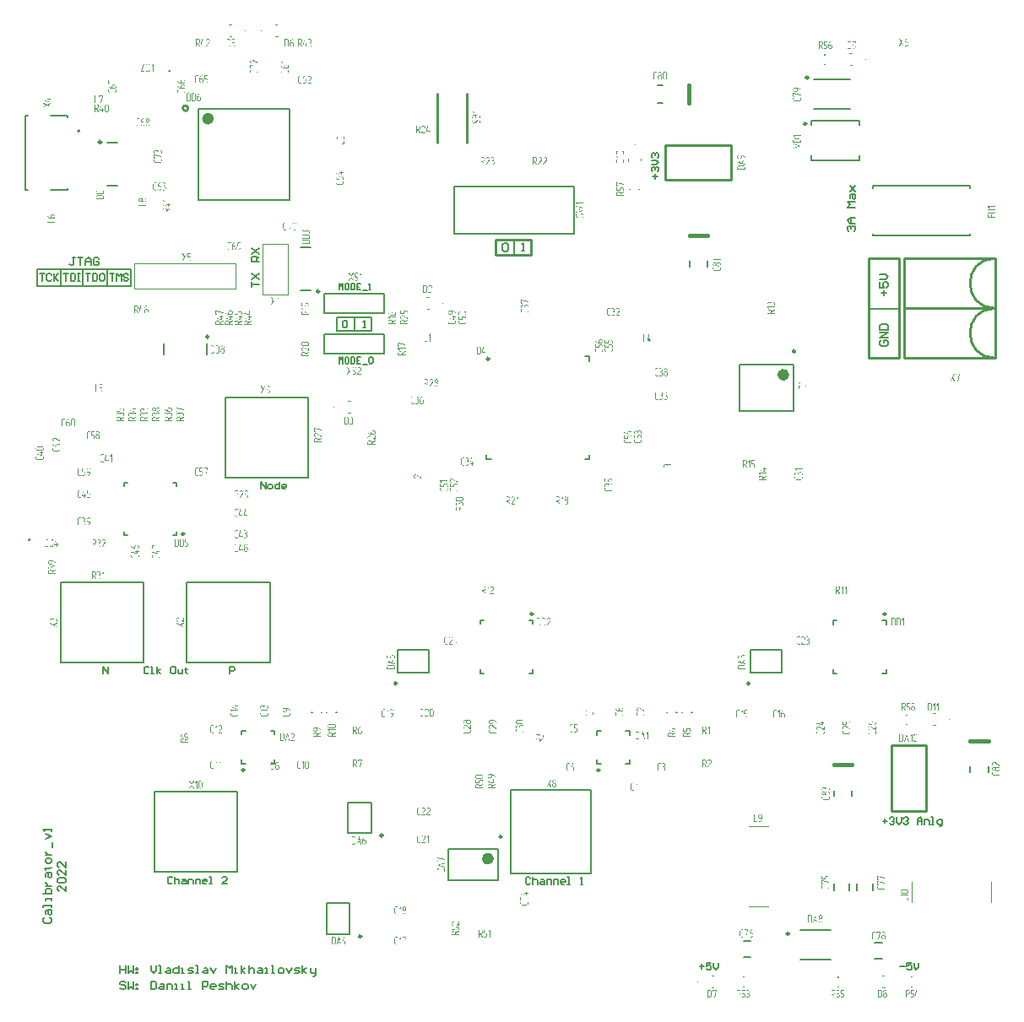
<source format=gto>
G04*
G04 #@! TF.GenerationSoftware,Altium Limited,Altium Designer,21.8.1 (53)*
G04*
G04 Layer_Color=65535*
%FSLAX44Y44*%
%MOMM*%
G71*
G04*
G04 #@! TF.SameCoordinates,1F2B7916-87B7-47AC-9C12-1C8A47DBEFE2*
G04*
G04*
G04 #@! TF.FilePolarity,Positive*
G04*
G01*
G75*
%ADD10C,0.2500*%
%ADD11C,0.1000*%
%ADD12C,0.6000*%
%ADD13C,0.2000*%
%ADD14C,0.2540*%
%ADD15C,0.1500*%
%ADD16C,0.4000*%
%ADD17C,0.1270*%
G36*
X170441Y466592D02*
X170497Y466570D01*
X170564Y466514D01*
X170575Y466503D01*
X170619Y466459D01*
X170652Y466392D01*
X170664Y466325D01*
Y466314D01*
X170652Y466270D01*
X170630Y466203D01*
X170586Y466137D01*
X170575Y466125D01*
X170530Y466092D01*
X170464Y466059D01*
X170375Y466048D01*
X167866D01*
Y463240D01*
X169054D01*
X169098Y463228D01*
X169232Y463217D01*
X169398Y463173D01*
X169576Y463117D01*
X169776Y463029D01*
X169975Y462907D01*
X170075Y462829D01*
X170164Y462740D01*
X170175D01*
X170186Y462718D01*
X170242Y462651D01*
X170319Y462551D01*
X170419Y462407D01*
X170508Y462241D01*
X170586Y462041D01*
X170641Y461808D01*
X170664Y461686D01*
Y461563D01*
Y460453D01*
Y460442D01*
Y460420D01*
Y460387D01*
X170652Y460342D01*
X170641Y460209D01*
X170597Y460054D01*
X170541Y459865D01*
X170453Y459665D01*
X170331Y459466D01*
X170253Y459366D01*
X170164Y459277D01*
X170142Y459255D01*
X170075Y459199D01*
X169975Y459122D01*
X169831Y459033D01*
X169664Y458944D01*
X169465Y458866D01*
X169232Y458811D01*
X169109Y458800D01*
X168987Y458789D01*
X167567D01*
X167511Y458800D01*
X167444Y458822D01*
X167378Y458866D01*
X167367Y458877D01*
X167345Y458922D01*
X167322Y458988D01*
X167311Y459066D01*
Y459077D01*
X167322Y459110D01*
X167345Y459155D01*
X167378Y459233D01*
X167389Y459255D01*
X167433Y459288D01*
X167500Y459321D01*
X167589Y459344D01*
X169065D01*
X169154Y459366D01*
X169265Y459388D01*
X169387Y459421D01*
X169520Y459477D01*
X169653Y459554D01*
X169776Y459665D01*
X169787Y459677D01*
X169831Y459721D01*
X169886Y459787D01*
X169942Y459887D01*
X170009Y459998D01*
X170053Y460132D01*
X170097Y460287D01*
X170109Y460453D01*
Y461575D01*
Y461597D01*
Y461652D01*
X170086Y461741D01*
X170064Y461841D01*
X170031Y461963D01*
X169964Y462096D01*
X169886Y462229D01*
X169776Y462352D01*
X169764Y462363D01*
X169720Y462407D01*
X169653Y462463D01*
X169554Y462518D01*
X169443Y462585D01*
X169309Y462629D01*
X169154Y462673D01*
X168987Y462685D01*
X167544D01*
X167500Y462696D01*
X167456Y462718D01*
X167400Y462751D01*
X167356Y462807D01*
X167322Y462873D01*
X167311Y462962D01*
Y466314D01*
Y466325D01*
Y466359D01*
X167322Y466403D01*
X167345Y466459D01*
X167378Y466514D01*
X167433Y466558D01*
X167500Y466592D01*
X167589Y466603D01*
X170397D01*
X170441Y466592D01*
D02*
G37*
G36*
X164625D02*
X164758Y466581D01*
X164925Y466547D01*
X165103Y466481D01*
X165302Y466392D01*
X165513Y466281D01*
X165602Y466203D01*
X165702Y466114D01*
X165713D01*
X165724Y466092D01*
X165780Y466026D01*
X165857Y465926D01*
X165957Y465781D01*
X166046Y465615D01*
X166124Y465404D01*
X166179Y465182D01*
X166201Y465060D01*
Y464927D01*
Y460453D01*
Y460442D01*
Y460420D01*
Y460387D01*
X166190Y460342D01*
X166179Y460209D01*
X166135Y460054D01*
X166079Y459865D01*
X165990Y459677D01*
X165868Y459477D01*
X165791Y459377D01*
X165702Y459277D01*
X165680Y459255D01*
X165613Y459199D01*
X165513Y459122D01*
X165369Y459033D01*
X165202Y458944D01*
X164991Y458866D01*
X164769Y458811D01*
X164647Y458800D01*
X164514Y458789D01*
X162516D01*
X162472Y458800D01*
X162427Y458822D01*
X162372Y458855D01*
X162327Y458911D01*
X162294Y458977D01*
X162283Y459066D01*
Y466314D01*
Y466325D01*
Y466359D01*
X162294Y466403D01*
X162316Y466459D01*
X162350Y466514D01*
X162405Y466558D01*
X162472Y466592D01*
X162561Y466603D01*
X164581D01*
X164625Y466592D01*
D02*
G37*
G36*
X159597D02*
X159730Y466581D01*
X159897Y466547D01*
X160074Y466481D01*
X160274Y466392D01*
X160485Y466281D01*
X160574Y466203D01*
X160674Y466114D01*
X160685D01*
X160696Y466092D01*
X160751Y466026D01*
X160829Y465926D01*
X160929Y465781D01*
X161018Y465615D01*
X161095Y465404D01*
X161151Y465182D01*
X161173Y465060D01*
Y464927D01*
Y460453D01*
Y460442D01*
Y460420D01*
Y460387D01*
X161162Y460342D01*
X161151Y460209D01*
X161106Y460054D01*
X161051Y459865D01*
X160962Y459677D01*
X160840Y459477D01*
X160762Y459377D01*
X160674Y459277D01*
X160651Y459255D01*
X160585Y459199D01*
X160485Y459122D01*
X160341Y459033D01*
X160174Y458944D01*
X159963Y458866D01*
X159741Y458811D01*
X159619Y458800D01*
X159486Y458789D01*
X157488D01*
X157444Y458800D01*
X157399Y458822D01*
X157344Y458855D01*
X157299Y458911D01*
X157266Y458977D01*
X157255Y459066D01*
Y466314D01*
Y466325D01*
Y466359D01*
X157266Y466403D01*
X157288Y466459D01*
X157322Y466514D01*
X157377Y466558D01*
X157444Y466592D01*
X157532Y466603D01*
X159553D01*
X159597Y466592D01*
D02*
G37*
G36*
X897671Y302146D02*
X897804Y302135D01*
X897970Y302102D01*
X898159Y302035D01*
X898359Y301946D01*
X898559Y301835D01*
X898658Y301758D01*
X898758Y301669D01*
X898769Y301658D01*
X898803Y301624D01*
X898847Y301580D01*
X898892Y301513D01*
X898958Y301436D01*
X899014Y301347D01*
X899069Y301236D01*
X899125Y301125D01*
X899213Y300836D01*
X899247Y300659D01*
Y300481D01*
Y299915D01*
Y299893D01*
Y299848D01*
X899236Y299771D01*
X899224Y299671D01*
X899213Y299560D01*
X899180Y299438D01*
X899147Y299305D01*
X899091Y299182D01*
X899080Y299171D01*
X899058Y299127D01*
X899025Y299071D01*
X898980Y298994D01*
X898914Y298905D01*
X898825Y298816D01*
X898736Y298716D01*
X898625Y298616D01*
X898647Y298605D01*
X898692Y298583D01*
X898758Y298539D01*
X898847Y298472D01*
X898947Y298383D01*
X899047Y298283D01*
X899158Y298150D01*
X899258Y298006D01*
X899269Y297984D01*
X899302Y297939D01*
X899347Y297850D01*
X899391Y297739D01*
X899435Y297606D01*
X899480Y297462D01*
X899513Y297295D01*
X899524Y297129D01*
Y296008D01*
Y295997D01*
Y295975D01*
Y295941D01*
X899513Y295897D01*
X899502Y295764D01*
X899469Y295608D01*
X899402Y295420D01*
X899313Y295220D01*
X899202Y295020D01*
X899125Y294920D01*
X899036Y294831D01*
X899014Y294809D01*
X898947Y294754D01*
X898847Y294676D01*
X898703Y294587D01*
X898536Y294498D01*
X898325Y294421D01*
X898103Y294365D01*
X897981Y294354D01*
X897848Y294343D01*
X897215D01*
X897171Y294354D01*
X897060Y294365D01*
X896905Y294398D01*
X896727Y294465D01*
X896527Y294543D01*
X896327Y294665D01*
X896227Y294731D01*
X896128Y294820D01*
Y294831D01*
X896105Y294842D01*
X896050Y294909D01*
X895961Y295009D01*
X895872Y295153D01*
X895784Y295320D01*
X895695Y295530D01*
X895639Y295753D01*
X895628Y295875D01*
X895617Y296008D01*
Y297129D01*
Y297151D01*
Y297207D01*
X895628Y297284D01*
X895650Y297395D01*
X895673Y297517D01*
X895717Y297662D01*
X895772Y297806D01*
X895850Y297950D01*
X895861Y297973D01*
X895895Y298017D01*
X895950Y298083D01*
X896017Y298183D01*
X896116Y298283D01*
X896227Y298394D01*
X896361Y298505D01*
X896516Y298616D01*
X896505Y298627D01*
X896472Y298661D01*
X896416Y298705D01*
X896350Y298772D01*
X896283Y298860D01*
X896205Y298949D01*
X896128Y299060D01*
X896061Y299182D01*
X896050Y299193D01*
X896039Y299238D01*
X896005Y299305D01*
X895983Y299404D01*
X895950Y299504D01*
X895917Y299638D01*
X895906Y299771D01*
X895895Y299915D01*
Y300492D01*
Y300503D01*
Y300525D01*
Y300559D01*
X895906Y300603D01*
X895917Y300725D01*
X895950Y300881D01*
X896017Y301058D01*
X896094Y301258D01*
X896216Y301469D01*
X896283Y301569D01*
X896372Y301669D01*
X896383Y301680D01*
X896416Y301713D01*
X896461Y301758D01*
X896527Y301802D01*
X896616Y301868D01*
X896705Y301924D01*
X896805Y301980D01*
X896916Y302035D01*
X897204Y302124D01*
X897382Y302157D01*
X897626D01*
X897671Y302146D01*
D02*
G37*
G36*
X894285D02*
X894341Y302124D01*
X894407Y302068D01*
X894418Y302057D01*
X894463Y302013D01*
X894496Y301946D01*
X894507Y301880D01*
Y301868D01*
X894496Y301824D01*
X894474Y301758D01*
X894429Y301691D01*
X894418Y301680D01*
X894374Y301646D01*
X894307Y301613D01*
X894219Y301602D01*
X891710D01*
Y298794D01*
X892898D01*
X892942Y298783D01*
X893075Y298772D01*
X893242Y298727D01*
X893419Y298672D01*
X893619Y298583D01*
X893819Y298461D01*
X893919Y298383D01*
X894008Y298294D01*
X894019D01*
X894030Y298272D01*
X894085Y298206D01*
X894163Y298106D01*
X894263Y297961D01*
X894352Y297795D01*
X894429Y297595D01*
X894485Y297362D01*
X894507Y297240D01*
Y297118D01*
Y296008D01*
Y295997D01*
Y295975D01*
Y295941D01*
X894496Y295897D01*
X894485Y295764D01*
X894441Y295608D01*
X894385Y295420D01*
X894296Y295220D01*
X894174Y295020D01*
X894096Y294920D01*
X894008Y294831D01*
X893985Y294809D01*
X893919Y294754D01*
X893819Y294676D01*
X893675Y294587D01*
X893508Y294498D01*
X893308Y294421D01*
X893075Y294365D01*
X892953Y294354D01*
X892831Y294343D01*
X891410D01*
X891355Y294354D01*
X891288Y294376D01*
X891221Y294421D01*
X891210Y294432D01*
X891188Y294476D01*
X891166Y294543D01*
X891155Y294620D01*
Y294632D01*
X891166Y294665D01*
X891188Y294709D01*
X891221Y294787D01*
X891233Y294809D01*
X891277Y294842D01*
X891344Y294876D01*
X891432Y294898D01*
X892909D01*
X892998Y294920D01*
X893109Y294942D01*
X893231Y294976D01*
X893364Y295031D01*
X893497Y295109D01*
X893619Y295220D01*
X893630Y295231D01*
X893675Y295275D01*
X893730Y295342D01*
X893786Y295442D01*
X893852Y295553D01*
X893897Y295686D01*
X893941Y295841D01*
X893952Y296008D01*
Y297129D01*
Y297151D01*
Y297207D01*
X893930Y297295D01*
X893908Y297395D01*
X893874Y297517D01*
X893808Y297651D01*
X893730Y297784D01*
X893619Y297906D01*
X893608Y297917D01*
X893564Y297961D01*
X893497Y298017D01*
X893397Y298072D01*
X893286Y298139D01*
X893153Y298183D01*
X892998Y298228D01*
X892831Y298239D01*
X891388D01*
X891344Y298250D01*
X891299Y298272D01*
X891244Y298305D01*
X891199Y298361D01*
X891166Y298428D01*
X891155Y298516D01*
Y301868D01*
Y301880D01*
Y301913D01*
X891166Y301957D01*
X891188Y302013D01*
X891221Y302068D01*
X891277Y302113D01*
X891344Y302146D01*
X891432Y302157D01*
X894241D01*
X894285Y302146D01*
D02*
G37*
G36*
X888469D02*
X888602Y302135D01*
X888768Y302090D01*
X888946Y302035D01*
X889146Y301946D01*
X889357Y301824D01*
X889446Y301746D01*
X889546Y301658D01*
X889557D01*
X889568Y301635D01*
X889623Y301569D01*
X889701Y301469D01*
X889801Y301325D01*
X889890Y301158D01*
X889967Y300958D01*
X890023Y300725D01*
X890045Y300603D01*
Y300481D01*
Y299360D01*
Y299349D01*
Y299327D01*
Y299293D01*
X890034Y299249D01*
X890023Y299116D01*
X889978Y298960D01*
X889923Y298772D01*
X889834Y298572D01*
X889712Y298372D01*
X889634Y298272D01*
X889546Y298183D01*
X889523Y298161D01*
X889457Y298106D01*
X889357Y298028D01*
X889212Y297939D01*
X889046Y297850D01*
X888835Y297773D01*
X888613Y297717D01*
X888491Y297706D01*
X888358Y297695D01*
X888291D01*
X890001Y294754D01*
X890012Y294743D01*
X890023Y294709D01*
X890034Y294665D01*
X890045Y294609D01*
Y294587D01*
X890034Y294543D01*
X890001Y294487D01*
X889945Y294410D01*
X889934Y294398D01*
X889890Y294376D01*
X889823Y294354D01*
X889745Y294343D01*
X889701D01*
X889623Y294365D01*
X889612Y294376D01*
X889590Y294387D01*
X889557Y294432D01*
X889523Y294476D01*
X887636Y297695D01*
X886682D01*
Y294609D01*
Y294587D01*
X886671Y294532D01*
X886648Y294465D01*
X886604Y294398D01*
X886593Y294387D01*
X886548Y294376D01*
X886482Y294354D01*
X886404Y294343D01*
X886393D01*
X886360Y294354D01*
X886293Y294365D01*
X886204Y294398D01*
X886193Y294410D01*
X886171Y294454D01*
X886138Y294520D01*
X886127Y294609D01*
Y301868D01*
Y301880D01*
Y301913D01*
X886138Y301957D01*
X886160Y302013D01*
X886193Y302068D01*
X886249Y302113D01*
X886315Y302146D01*
X886404Y302157D01*
X888424D01*
X888469Y302146D01*
D02*
G37*
G36*
X600237Y824443D02*
X607496Y822756D01*
X607507D01*
X607529Y822745D01*
X607574Y822712D01*
X607652Y822656D01*
X607707Y822490D01*
Y822467D01*
X607696Y822423D01*
X607674Y822367D01*
X607640Y822290D01*
X607629Y822279D01*
X607585Y822245D01*
X607529Y822212D01*
X607441Y822201D01*
X607374Y822212D01*
X600448Y823822D01*
Y821091D01*
X601003D01*
X601025D01*
X601081Y821080D01*
X601147Y821058D01*
X601214Y821013D01*
X601225Y821002D01*
X601247Y820958D01*
X601269Y820891D01*
X601280Y820814D01*
Y820802D01*
X601269Y820769D01*
X601247Y820703D01*
X601214Y820614D01*
X601203Y820603D01*
X601158Y820581D01*
X601092Y820547D01*
X601003Y820536D01*
X600181D01*
X600170D01*
X600137D01*
X600093Y820547D01*
X600037Y820569D01*
X599982Y820603D01*
X599937Y820658D01*
X599904Y820725D01*
X599893Y820814D01*
Y824188D01*
X599904Y824243D01*
X599926Y824310D01*
X599971Y824377D01*
X599982Y824388D01*
X600015Y824421D01*
X600070Y824443D01*
X600148Y824454D01*
X600237Y824443D01*
D02*
G37*
G36*
X606153Y819415D02*
X606286Y819404D01*
X606442Y819360D01*
X606630Y819304D01*
X606830Y819215D01*
X607030Y819093D01*
X607130Y819015D01*
X607219Y818927D01*
X607241Y818904D01*
X607296Y818838D01*
X607374Y818738D01*
X607463Y818594D01*
X607552Y818427D01*
X607629Y818227D01*
X607685Y817994D01*
X607696Y817872D01*
X607707Y817750D01*
Y816329D01*
X607696Y816274D01*
X607674Y816207D01*
X607629Y816141D01*
X607618Y816129D01*
X607574Y816107D01*
X607507Y816085D01*
X607430Y816074D01*
X607419D01*
X607385Y816085D01*
X607341Y816107D01*
X607263Y816141D01*
X607241Y816152D01*
X607208Y816196D01*
X607174Y816263D01*
X607152Y816351D01*
Y817828D01*
X607130Y817916D01*
X607108Y818027D01*
X607074Y818150D01*
X607019Y818283D01*
X606941Y818416D01*
X606830Y818538D01*
X606819Y818549D01*
X606775Y818594D01*
X606708Y818649D01*
X606608Y818705D01*
X606497Y818771D01*
X606364Y818816D01*
X606209Y818860D01*
X606042Y818871D01*
X604921D01*
X604899D01*
X604843D01*
X604754Y818849D01*
X604655Y818827D01*
X604533Y818793D01*
X604399Y818727D01*
X604266Y818649D01*
X604144Y818538D01*
X604133Y818527D01*
X604089Y818483D01*
X604033Y818416D01*
X603978Y818316D01*
X603911Y818205D01*
X603867Y818072D01*
X603822Y817916D01*
X603811Y817750D01*
Y816307D01*
X603800Y816263D01*
X603778Y816218D01*
X603744Y816163D01*
X603689Y816118D01*
X603622Y816085D01*
X603534Y816074D01*
X600181D01*
X600170D01*
X600137D01*
X600093Y816085D01*
X600037Y816107D01*
X599982Y816141D01*
X599937Y816196D01*
X599904Y816263D01*
X599893Y816351D01*
Y819160D01*
X599904Y819204D01*
X599926Y819260D01*
X599982Y819326D01*
X599993Y819337D01*
X600037Y819382D01*
X600104Y819415D01*
X600170Y819426D01*
X600181D01*
X600226Y819415D01*
X600292Y819393D01*
X600359Y819348D01*
X600370Y819337D01*
X600403Y819293D01*
X600437Y819226D01*
X600448Y819137D01*
Y816629D01*
X603256D01*
Y817817D01*
X603267Y817861D01*
X603278Y817994D01*
X603323Y818161D01*
X603378Y818338D01*
X603467Y818538D01*
X603589Y818738D01*
X603667Y818838D01*
X603755Y818927D01*
Y818938D01*
X603778Y818949D01*
X603844Y819004D01*
X603944Y819082D01*
X604089Y819182D01*
X604255Y819271D01*
X604455Y819348D01*
X604688Y819404D01*
X604810Y819426D01*
X604932D01*
X606042D01*
X606053D01*
X606075D01*
X606109D01*
X606153Y819415D01*
D02*
G37*
G36*
X607507Y814953D02*
X607563Y814920D01*
X607640Y814864D01*
X607652Y814853D01*
X607674Y814809D01*
X607696Y814742D01*
X607707Y814664D01*
Y814620D01*
X607685Y814542D01*
X607674Y814531D01*
X607663Y814509D01*
X607618Y814476D01*
X607574Y814442D01*
X604355Y812555D01*
Y811601D01*
X607441D01*
X607463D01*
X607518Y811590D01*
X607585Y811567D01*
X607652Y811523D01*
X607663Y811512D01*
X607674Y811468D01*
X607696Y811401D01*
X607707Y811323D01*
Y811312D01*
X607696Y811279D01*
X607685Y811212D01*
X607652Y811123D01*
X607640Y811112D01*
X607596Y811090D01*
X607529Y811057D01*
X607441Y811046D01*
X600181D01*
X600170D01*
X600137D01*
X600093Y811057D01*
X600037Y811079D01*
X599982Y811112D01*
X599937Y811168D01*
X599904Y811234D01*
X599893Y811323D01*
Y813343D01*
X599904Y813388D01*
X599915Y813521D01*
X599959Y813688D01*
X600015Y813865D01*
X600104Y814065D01*
X600226Y814276D01*
X600303Y814365D01*
X600392Y814464D01*
Y814476D01*
X600415Y814487D01*
X600481Y814542D01*
X600581Y814620D01*
X600725Y814720D01*
X600892Y814809D01*
X601092Y814886D01*
X601325Y814942D01*
X601447Y814964D01*
X601569D01*
X602690D01*
X602701D01*
X602723D01*
X602757D01*
X602801Y814953D01*
X602934Y814942D01*
X603089Y814897D01*
X603278Y814842D01*
X603478Y814753D01*
X603678Y814631D01*
X603778Y814553D01*
X603867Y814464D01*
X603889Y814442D01*
X603944Y814376D01*
X604022Y814276D01*
X604111Y814131D01*
X604199Y813965D01*
X604277Y813754D01*
X604333Y813532D01*
X604344Y813410D01*
X604355Y813277D01*
Y813210D01*
X607296Y814920D01*
X607308Y814931D01*
X607341Y814942D01*
X607385Y814953D01*
X607441Y814964D01*
X607463D01*
X607507Y814953D01*
D02*
G37*
G36*
X901246Y14396D02*
X901312Y14374D01*
X901379Y14329D01*
X901390Y14318D01*
X901423Y14274D01*
X901457Y14207D01*
X901468Y14130D01*
X901457Y14063D01*
X900413Y8824D01*
X902034D01*
Y10211D01*
Y10223D01*
X902045Y10267D01*
X902067Y10333D01*
X902112Y10400D01*
X902123Y10411D01*
X902167Y10456D01*
X902234Y10489D01*
X902311Y10500D01*
X902334D01*
X902378Y10489D01*
X902433Y10467D01*
X902500Y10422D01*
X902511Y10411D01*
X902544Y10367D01*
X902578Y10300D01*
X902589Y10211D01*
Y8824D01*
X903444D01*
X903488Y8813D01*
X903543Y8791D01*
X903610Y8735D01*
X903621Y8724D01*
X903654Y8680D01*
X903688Y8613D01*
X903699Y8546D01*
Y8535D01*
X903688Y8491D01*
X903665Y8424D01*
X903621Y8358D01*
X903610Y8347D01*
X903577Y8313D01*
X903510Y8280D01*
X903421Y8269D01*
X902589D01*
Y6859D01*
Y6837D01*
X902578Y6782D01*
X902555Y6715D01*
X902511Y6648D01*
X902500Y6637D01*
X902456Y6626D01*
X902389Y6604D01*
X902311Y6593D01*
X902300D01*
X902267Y6604D01*
X902200Y6615D01*
X902112Y6648D01*
X902100Y6660D01*
X902078Y6704D01*
X902045Y6770D01*
X902034Y6859D01*
Y8269D01*
X900047D01*
X900003Y8280D01*
X899936Y8302D01*
X899869Y8347D01*
X899858Y8358D01*
X899836Y8402D01*
X899803Y8458D01*
X899792Y8535D01*
Y8602D01*
X900913Y14174D01*
Y14196D01*
X900924Y14241D01*
X900957Y14296D01*
X901002Y14340D01*
X901179Y14407D01*
X901201D01*
X901246Y14396D01*
D02*
G37*
G36*
X898460D02*
X898515Y14374D01*
X898582Y14318D01*
X898593Y14307D01*
X898637Y14263D01*
X898671Y14196D01*
X898682Y14130D01*
Y14118D01*
X898671Y14074D01*
X898648Y14008D01*
X898604Y13941D01*
X898593Y13930D01*
X898548Y13896D01*
X898482Y13863D01*
X898393Y13852D01*
X895884D01*
Y11044D01*
X897072D01*
X897117Y11033D01*
X897250Y11022D01*
X897416Y10977D01*
X897594Y10922D01*
X897794Y10833D01*
X897993Y10711D01*
X898093Y10633D01*
X898182Y10544D01*
X898193D01*
X898204Y10522D01*
X898260Y10456D01*
X898337Y10356D01*
X898437Y10211D01*
X898526Y10045D01*
X898604Y9845D01*
X898659Y9612D01*
X898682Y9490D01*
Y9368D01*
Y8258D01*
Y8247D01*
Y8224D01*
Y8191D01*
X898671Y8147D01*
X898659Y8014D01*
X898615Y7858D01*
X898559Y7670D01*
X898471Y7470D01*
X898349Y7270D01*
X898271Y7170D01*
X898182Y7081D01*
X898160Y7059D01*
X898093Y7004D01*
X897993Y6926D01*
X897849Y6837D01*
X897683Y6748D01*
X897483Y6671D01*
X897250Y6615D01*
X897128Y6604D01*
X897006Y6593D01*
X895585D01*
X895529Y6604D01*
X895463Y6626D01*
X895396Y6671D01*
X895385Y6682D01*
X895363Y6726D01*
X895341Y6793D01*
X895330Y6870D01*
Y6881D01*
X895341Y6915D01*
X895363Y6959D01*
X895396Y7037D01*
X895407Y7059D01*
X895452Y7092D01*
X895518Y7126D01*
X895607Y7148D01*
X897083D01*
X897172Y7170D01*
X897283Y7192D01*
X897405Y7226D01*
X897538Y7281D01*
X897672Y7359D01*
X897794Y7470D01*
X897805Y7481D01*
X897849Y7525D01*
X897905Y7592D01*
X897960Y7692D01*
X898027Y7803D01*
X898071Y7936D01*
X898116Y8091D01*
X898127Y8258D01*
Y9379D01*
Y9401D01*
Y9457D01*
X898104Y9545D01*
X898082Y9645D01*
X898049Y9767D01*
X897982Y9901D01*
X897905Y10034D01*
X897794Y10156D01*
X897783Y10167D01*
X897738Y10211D01*
X897672Y10267D01*
X897572Y10322D01*
X897461Y10389D01*
X897327Y10433D01*
X897172Y10478D01*
X897006Y10489D01*
X895563D01*
X895518Y10500D01*
X895474Y10522D01*
X895418Y10555D01*
X895374Y10611D01*
X895341Y10678D01*
X895330Y10766D01*
Y14118D01*
Y14130D01*
Y14163D01*
X895341Y14207D01*
X895363Y14263D01*
X895396Y14318D01*
X895452Y14363D01*
X895518Y14396D01*
X895607Y14407D01*
X898415D01*
X898460Y14396D01*
D02*
G37*
G36*
X892643D02*
X892776Y14385D01*
X892943Y14340D01*
X893121Y14285D01*
X893320Y14196D01*
X893531Y14074D01*
X893620Y13996D01*
X893720Y13908D01*
X893731D01*
X893742Y13885D01*
X893798Y13819D01*
X893875Y13719D01*
X893975Y13575D01*
X894064Y13408D01*
X894142Y13208D01*
X894197Y12975D01*
X894220Y12853D01*
Y12731D01*
Y11610D01*
Y11599D01*
Y11577D01*
Y11543D01*
X894208Y11499D01*
X894197Y11366D01*
X894153Y11210D01*
X894097Y11022D01*
X894009Y10822D01*
X893886Y10622D01*
X893809Y10522D01*
X893720Y10433D01*
X893698Y10411D01*
X893631Y10356D01*
X893531Y10278D01*
X893387Y10189D01*
X893221Y10100D01*
X893010Y10023D01*
X892788Y9967D01*
X892666Y9956D01*
X892532Y9945D01*
X892466D01*
X894175Y7004D01*
X894186Y6992D01*
X894197Y6959D01*
X894208Y6915D01*
X894220Y6859D01*
Y6837D01*
X894208Y6793D01*
X894175Y6737D01*
X894120Y6660D01*
X894109Y6648D01*
X894064Y6626D01*
X893997Y6604D01*
X893920Y6593D01*
X893875D01*
X893798Y6615D01*
X893787Y6626D01*
X893764Y6637D01*
X893731Y6682D01*
X893698Y6726D01*
X891811Y9945D01*
X890856D01*
Y6859D01*
Y6837D01*
X890845Y6782D01*
X890823Y6715D01*
X890779Y6648D01*
X890768Y6637D01*
X890723Y6626D01*
X890657Y6604D01*
X890579Y6593D01*
X890568D01*
X890534Y6604D01*
X890468Y6615D01*
X890379Y6648D01*
X890368Y6660D01*
X890346Y6704D01*
X890312Y6770D01*
X890301Y6859D01*
Y14118D01*
Y14130D01*
Y14163D01*
X890312Y14207D01*
X890335Y14263D01*
X890368Y14318D01*
X890423Y14363D01*
X890490Y14396D01*
X890579Y14407D01*
X892599D01*
X892643Y14396D01*
D02*
G37*
G36*
X731840D02*
X731962Y14385D01*
X732128Y14352D01*
X732317Y14285D01*
X732517Y14196D01*
X732717Y14085D01*
X732817Y14008D01*
X732905Y13919D01*
X732916D01*
X732928Y13896D01*
X732983Y13830D01*
X733061Y13730D01*
X733150Y13586D01*
X733238Y13419D01*
X733316Y13208D01*
X733372Y12986D01*
X733394Y12864D01*
Y12731D01*
Y12165D01*
Y11987D01*
Y11876D01*
X733349Y11765D01*
Y11754D01*
Y11743D01*
X733338Y11710D01*
X733327Y11666D01*
X733294Y11566D01*
X733238Y11444D01*
X733227Y11432D01*
X733205Y11388D01*
X733172Y11332D01*
X733127Y11255D01*
X733061Y11166D01*
X732972Y11077D01*
X732883Y10966D01*
X732772Y10866D01*
X732794Y10855D01*
X732839Y10833D01*
X732905Y10789D01*
X732994Y10722D01*
X733094Y10633D01*
X733194Y10533D01*
X733305Y10400D01*
X733405Y10256D01*
X733416Y10234D01*
X733449Y10189D01*
X733494Y10100D01*
X733538Y9989D01*
X733583Y9856D01*
X733627Y9712D01*
X733660Y9545D01*
X733671Y9379D01*
Y8258D01*
Y8247D01*
Y8224D01*
Y8191D01*
X733660Y8147D01*
X733649Y8014D01*
X733605Y7847D01*
X733549Y7659D01*
X733460Y7459D01*
X733338Y7259D01*
X733261Y7159D01*
X733172Y7070D01*
X733150Y7048D01*
X733083Y6992D01*
X732983Y6915D01*
X732839Y6837D01*
X732672Y6748D01*
X732473Y6671D01*
X732239Y6615D01*
X732117Y6604D01*
X731995Y6593D01*
X730574D01*
X730519Y6604D01*
X730452Y6626D01*
X730386Y6671D01*
X730375Y6682D01*
X730352Y6726D01*
X730330Y6793D01*
X730319Y6870D01*
Y6881D01*
X730330Y6915D01*
X730352Y6959D01*
X730386Y7037D01*
X730397Y7059D01*
X730441Y7092D01*
X730508Y7126D01*
X730597Y7148D01*
X732073D01*
X732162Y7170D01*
X732273Y7192D01*
X732395Y7226D01*
X732528Y7281D01*
X732661Y7359D01*
X732783Y7470D01*
X732794Y7481D01*
X732839Y7525D01*
X732894Y7592D01*
X732950Y7692D01*
X733016Y7803D01*
X733061Y7936D01*
X733105Y8091D01*
X733116Y8258D01*
Y9379D01*
Y9401D01*
Y9457D01*
X733105Y9545D01*
X733072Y9656D01*
X733039Y9779D01*
X732983Y9912D01*
X732905Y10045D01*
X732794Y10167D01*
X732783Y10178D01*
X732739Y10223D01*
X732672Y10278D01*
X732572Y10333D01*
X732461Y10400D01*
X732317Y10445D01*
X732162Y10489D01*
X731995Y10500D01*
X731695D01*
X731640Y10511D01*
X731573Y10533D01*
X731507Y10578D01*
X731496Y10589D01*
X731473Y10633D01*
X731451Y10700D01*
X731440Y10777D01*
Y10789D01*
X731451Y10822D01*
X731473Y10866D01*
X731507Y10944D01*
X731518Y10966D01*
X731562Y10999D01*
X731629Y11033D01*
X731718Y11055D01*
X731795D01*
X731884Y11077D01*
X731995Y11099D01*
X732117Y11133D01*
X732251Y11188D01*
X732384Y11266D01*
X732506Y11377D01*
X732517Y11388D01*
X732561Y11432D01*
X732617Y11499D01*
X732672Y11599D01*
X732739Y11710D01*
X732783Y11843D01*
X732828Y11998D01*
X732839Y12165D01*
Y12731D01*
Y12753D01*
Y12809D01*
X732817Y12898D01*
X732794Y13009D01*
X732761Y13131D01*
X732694Y13264D01*
X732617Y13397D01*
X732506Y13519D01*
X732495Y13530D01*
X732450Y13575D01*
X732384Y13630D01*
X732284Y13686D01*
X732173Y13752D01*
X732040Y13797D01*
X731884Y13841D01*
X731718Y13852D01*
X730574D01*
X730519Y13863D01*
X730452Y13885D01*
X730386Y13930D01*
X730375Y13941D01*
X730352Y13985D01*
X730330Y14052D01*
X730319Y14130D01*
Y14141D01*
X730330Y14174D01*
X730352Y14218D01*
X730386Y14296D01*
X730397Y14318D01*
X730441Y14352D01*
X730508Y14385D01*
X730597Y14407D01*
X731784D01*
X731840Y14396D01*
D02*
G37*
G36*
X728987D02*
X729043Y14374D01*
X729109Y14318D01*
X729120Y14307D01*
X729165Y14263D01*
X729198Y14196D01*
X729209Y14130D01*
Y14118D01*
X729198Y14074D01*
X729176Y14008D01*
X729131Y13941D01*
X729120Y13930D01*
X729076Y13896D01*
X729009Y13863D01*
X728921Y13852D01*
X726412D01*
Y11044D01*
X727600D01*
X727644Y11033D01*
X727777Y11022D01*
X727944Y10977D01*
X728121Y10922D01*
X728321Y10833D01*
X728521Y10711D01*
X728621Y10633D01*
X728710Y10544D01*
X728721D01*
X728732Y10522D01*
X728787Y10456D01*
X728865Y10356D01*
X728965Y10211D01*
X729054Y10045D01*
X729131Y9845D01*
X729187Y9612D01*
X729209Y9490D01*
Y9368D01*
Y8258D01*
Y8247D01*
Y8224D01*
Y8191D01*
X729198Y8147D01*
X729187Y8014D01*
X729143Y7858D01*
X729087Y7670D01*
X728998Y7470D01*
X728876Y7270D01*
X728798Y7170D01*
X728710Y7081D01*
X728687Y7059D01*
X728621Y7004D01*
X728521Y6926D01*
X728377Y6837D01*
X728210Y6748D01*
X728010Y6671D01*
X727777Y6615D01*
X727655Y6604D01*
X727533Y6593D01*
X726112D01*
X726057Y6604D01*
X725990Y6626D01*
X725924Y6671D01*
X725912Y6682D01*
X725890Y6726D01*
X725868Y6793D01*
X725857Y6870D01*
Y6881D01*
X725868Y6915D01*
X725890Y6959D01*
X725924Y7037D01*
X725935Y7059D01*
X725979Y7092D01*
X726046Y7126D01*
X726134Y7148D01*
X727611D01*
X727700Y7170D01*
X727811Y7192D01*
X727933Y7226D01*
X728066Y7281D01*
X728199Y7359D01*
X728321Y7470D01*
X728332Y7481D01*
X728377Y7525D01*
X728432Y7592D01*
X728488Y7692D01*
X728554Y7803D01*
X728599Y7936D01*
X728643Y8091D01*
X728654Y8258D01*
Y9379D01*
Y9401D01*
Y9457D01*
X728632Y9545D01*
X728610Y9645D01*
X728576Y9767D01*
X728510Y9901D01*
X728432Y10034D01*
X728321Y10156D01*
X728310Y10167D01*
X728266Y10211D01*
X728199Y10267D01*
X728099Y10322D01*
X727988Y10389D01*
X727855Y10433D01*
X727700Y10478D01*
X727533Y10489D01*
X726090D01*
X726046Y10500D01*
X726001Y10522D01*
X725946Y10555D01*
X725901Y10611D01*
X725868Y10678D01*
X725857Y10766D01*
Y14118D01*
Y14130D01*
Y14163D01*
X725868Y14207D01*
X725890Y14263D01*
X725924Y14318D01*
X725979Y14363D01*
X726046Y14396D01*
X726134Y14407D01*
X728943D01*
X728987Y14396D01*
D02*
G37*
G36*
X723171D02*
X723304Y14385D01*
X723471Y14340D01*
X723648Y14285D01*
X723848Y14196D01*
X724059Y14074D01*
X724148Y13996D01*
X724248Y13908D01*
X724259D01*
X724270Y13885D01*
X724325Y13819D01*
X724403Y13719D01*
X724503Y13575D01*
X724592Y13408D01*
X724669Y13208D01*
X724725Y12975D01*
X724747Y12853D01*
Y12731D01*
Y11610D01*
Y11599D01*
Y11577D01*
Y11543D01*
X724736Y11499D01*
X724725Y11366D01*
X724680Y11210D01*
X724625Y11022D01*
X724536Y10822D01*
X724414Y10622D01*
X724336Y10522D01*
X724248Y10433D01*
X724225Y10411D01*
X724159Y10356D01*
X724059Y10278D01*
X723914Y10189D01*
X723748Y10100D01*
X723537Y10023D01*
X723315Y9967D01*
X723193Y9956D01*
X723060Y9945D01*
X722993D01*
X724703Y7004D01*
X724714Y6992D01*
X724725Y6959D01*
X724736Y6915D01*
X724747Y6859D01*
Y6837D01*
X724736Y6793D01*
X724703Y6737D01*
X724647Y6660D01*
X724636Y6648D01*
X724592Y6626D01*
X724525Y6604D01*
X724447Y6593D01*
X724403D01*
X724325Y6615D01*
X724314Y6626D01*
X724292Y6637D01*
X724259Y6682D01*
X724225Y6726D01*
X722338Y9945D01*
X721384D01*
Y6859D01*
Y6837D01*
X721373Y6782D01*
X721350Y6715D01*
X721306Y6648D01*
X721295Y6637D01*
X721251Y6626D01*
X721184Y6604D01*
X721106Y6593D01*
X721095D01*
X721062Y6604D01*
X720995Y6615D01*
X720907Y6648D01*
X720895Y6660D01*
X720873Y6704D01*
X720840Y6770D01*
X720829Y6859D01*
Y14118D01*
Y14130D01*
Y14163D01*
X720840Y14207D01*
X720862Y14263D01*
X720895Y14318D01*
X720951Y14363D01*
X721018Y14396D01*
X721106Y14407D01*
X723126D01*
X723171Y14396D01*
D02*
G37*
G36*
X922839Y302146D02*
X922906Y302124D01*
X922972Y302079D01*
X922984Y302068D01*
X923017Y302024D01*
X923050Y301957D01*
X923061Y301880D01*
Y294609D01*
Y294587D01*
X923050Y294532D01*
X923028Y294465D01*
X922984Y294398D01*
X922972Y294387D01*
X922928Y294376D01*
X922861Y294354D01*
X922784Y294343D01*
X922773D01*
X922739Y294354D01*
X922673Y294365D01*
X922584Y294398D01*
X922573Y294410D01*
X922551Y294454D01*
X922517Y294520D01*
X922506Y294609D01*
Y301203D01*
X921296Y300004D01*
X921285Y299993D01*
X921241Y299959D01*
X921185Y299926D01*
X921108Y299915D01*
X921086D01*
X921041Y299926D01*
X920975Y299948D01*
X920908Y300004D01*
X920897Y300015D01*
X920875Y300059D01*
X920841Y300126D01*
X920830Y300204D01*
Y300215D01*
X920841Y300248D01*
X920863Y300303D01*
X920908Y300392D01*
X922584Y302079D01*
X922595Y302090D01*
X922639Y302124D01*
X922695Y302146D01*
X922773Y302157D01*
X922795D01*
X922839Y302146D01*
D02*
G37*
G36*
X919487D02*
X919554Y302124D01*
X919620Y302079D01*
X919631Y302068D01*
X919665Y302024D01*
X919698Y301957D01*
X919709Y301880D01*
Y294609D01*
Y294587D01*
X919698Y294532D01*
X919676Y294465D01*
X919631Y294398D01*
X919620Y294387D01*
X919576Y294376D01*
X919509Y294354D01*
X919432Y294343D01*
X919420D01*
X919387Y294354D01*
X919321Y294365D01*
X919232Y294398D01*
X919221Y294410D01*
X919199Y294454D01*
X919165Y294520D01*
X919154Y294609D01*
Y301203D01*
X917944Y300004D01*
X917933Y299993D01*
X917889Y299959D01*
X917833Y299926D01*
X917756Y299915D01*
X917733D01*
X917689Y299926D01*
X917622Y299948D01*
X917556Y300004D01*
X917545Y300015D01*
X917523Y300059D01*
X917489Y300126D01*
X917478Y300204D01*
Y300215D01*
X917489Y300248D01*
X917511Y300303D01*
X917556Y300392D01*
X919232Y302079D01*
X919243Y302090D01*
X919287Y302124D01*
X919343Y302146D01*
X919420Y302157D01*
X919443D01*
X919487Y302146D01*
D02*
G37*
G36*
X914781D02*
X914914Y302135D01*
X915080Y302102D01*
X915258Y302035D01*
X915458Y301946D01*
X915669Y301835D01*
X915758Y301758D01*
X915857Y301669D01*
X915869D01*
X915880Y301646D01*
X915935Y301580D01*
X916013Y301480D01*
X916113Y301336D01*
X916202Y301169D01*
X916279Y300958D01*
X916335Y300736D01*
X916357Y300614D01*
Y300481D01*
Y296008D01*
Y295997D01*
Y295975D01*
Y295941D01*
X916346Y295897D01*
X916335Y295764D01*
X916290Y295608D01*
X916235Y295420D01*
X916146Y295231D01*
X916024Y295031D01*
X915946Y294931D01*
X915857Y294831D01*
X915835Y294809D01*
X915769Y294754D01*
X915669Y294676D01*
X915525Y294587D01*
X915358Y294498D01*
X915147Y294421D01*
X914925Y294365D01*
X914803Y294354D01*
X914670Y294343D01*
X912672D01*
X912627Y294354D01*
X912583Y294376D01*
X912528Y294410D01*
X912483Y294465D01*
X912450Y294532D01*
X912439Y294620D01*
Y301868D01*
Y301880D01*
Y301913D01*
X912450Y301957D01*
X912472Y302013D01*
X912505Y302068D01*
X912561Y302113D01*
X912627Y302146D01*
X912716Y302157D01*
X914736D01*
X914781Y302146D01*
D02*
G37*
G36*
X606153Y856059D02*
X606286Y856048D01*
X606442Y856003D01*
X606630Y855948D01*
X606819Y855859D01*
X607019Y855737D01*
X607119Y855659D01*
X607219Y855570D01*
X607241Y855548D01*
X607296Y855481D01*
X607374Y855381D01*
X607463Y855237D01*
X607552Y855071D01*
X607629Y854860D01*
X607685Y854638D01*
X607696Y854516D01*
X607707Y854382D01*
Y853761D01*
X607696Y853717D01*
X607685Y853594D01*
X607652Y853439D01*
X607585Y853261D01*
X607507Y853062D01*
X607385Y852862D01*
X607319Y852762D01*
X607230Y852662D01*
X607219D01*
X607208Y852640D01*
X607141Y852584D01*
X607041Y852495D01*
X606897Y852407D01*
X606730Y852318D01*
X606519Y852229D01*
X606297Y852174D01*
X606175Y852162D01*
X606042Y852151D01*
X601569D01*
X601558D01*
X601536D01*
X601502D01*
X601458Y852162D01*
X601336Y852174D01*
X601169Y852207D01*
X600992Y852273D01*
X600792Y852351D01*
X600592Y852473D01*
X600503Y852540D01*
X600403Y852629D01*
X600392Y852640D01*
X600381Y852651D01*
X600326Y852718D01*
X600237Y852817D01*
X600148Y852962D01*
X600059Y853139D01*
X599971Y853339D01*
X599915Y853572D01*
X599893Y853694D01*
Y854449D01*
X599904Y854493D01*
X599915Y854627D01*
X599948Y854793D01*
X600015Y854971D01*
X600104Y855171D01*
X600215Y855381D01*
X600292Y855470D01*
X600381Y855570D01*
Y855581D01*
X600403Y855592D01*
X600470Y855648D01*
X600570Y855726D01*
X600714Y855826D01*
X600881Y855914D01*
X601092Y855992D01*
X601314Y856048D01*
X601436Y856070D01*
X601569D01*
X606042D01*
X606053D01*
X606075D01*
X606109D01*
X606153Y856059D01*
D02*
G37*
G36*
X607518Y851030D02*
X607585Y851008D01*
X607652Y850964D01*
X607663Y850953D01*
X607674Y850908D01*
X607696Y850842D01*
X607707Y850764D01*
Y850753D01*
X607696Y850720D01*
X607685Y850653D01*
X607652Y850564D01*
X607640Y850553D01*
X607596Y850531D01*
X607529Y850498D01*
X607441Y850487D01*
X600847D01*
X602046Y849277D01*
X602057Y849266D01*
X602091Y849221D01*
X602124Y849166D01*
X602135Y849088D01*
Y849066D01*
X602124Y849021D01*
X602102Y848955D01*
X602046Y848888D01*
X602035Y848877D01*
X601991Y848855D01*
X601924Y848821D01*
X601846Y848810D01*
X601835D01*
X601802Y848821D01*
X601746Y848844D01*
X601658Y848888D01*
X599971Y850564D01*
X599959Y850575D01*
X599926Y850620D01*
X599904Y850675D01*
X599893Y850753D01*
Y850775D01*
X599904Y850819D01*
X599926Y850886D01*
X599971Y850953D01*
X599982Y850964D01*
X600026Y850997D01*
X600093Y851030D01*
X600170Y851041D01*
X607441D01*
X607463D01*
X607518Y851030D01*
D02*
G37*
G36*
X606153Y847678D02*
X606286Y847667D01*
X606442Y847623D01*
X606630Y847567D01*
X606819Y847478D01*
X607019Y847356D01*
X607119Y847279D01*
X607219Y847190D01*
X607241Y847168D01*
X607296Y847101D01*
X607374Y847001D01*
X607463Y846857D01*
X607552Y846690D01*
X607629Y846479D01*
X607685Y846257D01*
X607696Y846135D01*
X607707Y846002D01*
Y844004D01*
X607696Y843960D01*
X607674Y843915D01*
X607640Y843860D01*
X607585Y843816D01*
X607518Y843782D01*
X607430Y843771D01*
X600181D01*
X600170D01*
X600137D01*
X600093Y843782D01*
X600037Y843804D01*
X599982Y843838D01*
X599937Y843893D01*
X599904Y843960D01*
X599893Y844049D01*
Y846069D01*
X599904Y846113D01*
X599915Y846246D01*
X599948Y846413D01*
X600015Y846590D01*
X600104Y846790D01*
X600215Y847001D01*
X600292Y847090D01*
X600381Y847190D01*
Y847201D01*
X600403Y847212D01*
X600470Y847268D01*
X600570Y847345D01*
X600714Y847445D01*
X600881Y847534D01*
X601092Y847612D01*
X601314Y847667D01*
X601436Y847689D01*
X601569D01*
X606042D01*
X606053D01*
X606075D01*
X606109D01*
X606153Y847678D01*
D02*
G37*
G36*
X869614Y14396D02*
X869747Y14385D01*
X869914Y14352D01*
X870102Y14285D01*
X870302Y14196D01*
X870502Y14085D01*
X870602Y14008D01*
X870702Y13919D01*
X870713Y13908D01*
X870746Y13874D01*
X870791Y13830D01*
X870835Y13763D01*
X870902Y13686D01*
X870957Y13597D01*
X871013Y13486D01*
X871068Y13375D01*
X871157Y13086D01*
X871190Y12909D01*
Y12731D01*
Y12165D01*
Y12143D01*
Y12098D01*
X871179Y12021D01*
X871168Y11921D01*
X871157Y11810D01*
X871124Y11688D01*
X871090Y11554D01*
X871035Y11432D01*
X871024Y11421D01*
X871002Y11377D01*
X870968Y11321D01*
X870924Y11244D01*
X870857Y11155D01*
X870768Y11066D01*
X870680Y10966D01*
X870569Y10866D01*
X870591Y10855D01*
X870635Y10833D01*
X870702Y10789D01*
X870791Y10722D01*
X870891Y10633D01*
X870990Y10533D01*
X871101Y10400D01*
X871201Y10256D01*
X871212Y10234D01*
X871246Y10189D01*
X871290Y10100D01*
X871335Y9989D01*
X871379Y9856D01*
X871423Y9712D01*
X871457Y9545D01*
X871468Y9379D01*
Y8258D01*
Y8247D01*
Y8224D01*
Y8191D01*
X871457Y8147D01*
X871445Y8014D01*
X871412Y7858D01*
X871346Y7670D01*
X871257Y7470D01*
X871146Y7270D01*
X871068Y7170D01*
X870979Y7081D01*
X870957Y7059D01*
X870891Y7004D01*
X870791Y6926D01*
X870646Y6837D01*
X870480Y6748D01*
X870269Y6671D01*
X870047Y6615D01*
X869925Y6604D01*
X869792Y6593D01*
X869159D01*
X869115Y6604D01*
X869004Y6615D01*
X868848Y6648D01*
X868671Y6715D01*
X868471Y6793D01*
X868271Y6915D01*
X868171Y6981D01*
X868071Y7070D01*
Y7081D01*
X868049Y7092D01*
X867993Y7159D01*
X867905Y7259D01*
X867816Y7403D01*
X867727Y7570D01*
X867638Y7781D01*
X867583Y8002D01*
X867572Y8125D01*
X867561Y8258D01*
Y9379D01*
Y9401D01*
Y9457D01*
X867572Y9534D01*
X867594Y9645D01*
X867616Y9767D01*
X867660Y9912D01*
X867716Y10056D01*
X867794Y10200D01*
X867805Y10223D01*
X867838Y10267D01*
X867894Y10333D01*
X867960Y10433D01*
X868060Y10533D01*
X868171Y10644D01*
X868304Y10755D01*
X868460Y10866D01*
X868448Y10877D01*
X868415Y10911D01*
X868360Y10955D01*
X868293Y11022D01*
X868226Y11111D01*
X868149Y11199D01*
X868071Y11310D01*
X868005Y11432D01*
X867993Y11444D01*
X867982Y11488D01*
X867949Y11554D01*
X867927Y11654D01*
X867894Y11754D01*
X867860Y11888D01*
X867849Y12021D01*
X867838Y12165D01*
Y12742D01*
Y12753D01*
Y12775D01*
Y12809D01*
X867849Y12853D01*
X867860Y12975D01*
X867894Y13131D01*
X867960Y13308D01*
X868038Y13508D01*
X868160Y13719D01*
X868226Y13819D01*
X868315Y13919D01*
X868326Y13930D01*
X868360Y13963D01*
X868404Y14008D01*
X868471Y14052D01*
X868559Y14118D01*
X868648Y14174D01*
X868748Y14230D01*
X868859Y14285D01*
X869148Y14374D01*
X869325Y14407D01*
X869570D01*
X869614Y14396D01*
D02*
G37*
G36*
X864874D02*
X865008Y14385D01*
X865174Y14352D01*
X865352Y14285D01*
X865552Y14196D01*
X865762Y14085D01*
X865851Y14008D01*
X865951Y13919D01*
X865962D01*
X865973Y13896D01*
X866029Y13830D01*
X866106Y13730D01*
X866206Y13586D01*
X866295Y13419D01*
X866373Y13208D01*
X866428Y12986D01*
X866451Y12864D01*
Y12731D01*
Y8258D01*
Y8247D01*
Y8224D01*
Y8191D01*
X866440Y8147D01*
X866428Y8014D01*
X866384Y7858D01*
X866329Y7670D01*
X866240Y7481D01*
X866118Y7281D01*
X866040Y7181D01*
X865951Y7081D01*
X865929Y7059D01*
X865862Y7004D01*
X865762Y6926D01*
X865618Y6837D01*
X865452Y6748D01*
X865241Y6671D01*
X865019Y6615D01*
X864897Y6604D01*
X864763Y6593D01*
X862765D01*
X862721Y6604D01*
X862677Y6626D01*
X862621Y6660D01*
X862577Y6715D01*
X862543Y6782D01*
X862532Y6870D01*
Y14118D01*
Y14130D01*
Y14163D01*
X862543Y14207D01*
X862566Y14263D01*
X862599Y14318D01*
X862654Y14363D01*
X862721Y14396D01*
X862810Y14407D01*
X864830D01*
X864874Y14396D01*
D02*
G37*
G36*
X700262D02*
X700329Y14374D01*
X700396Y14329D01*
X700407Y14318D01*
X700440Y14285D01*
X700462Y14230D01*
X700473Y14152D01*
X700462Y14063D01*
X698775Y6804D01*
Y6793D01*
X698764Y6770D01*
X698731Y6726D01*
X698675Y6648D01*
X698509Y6593D01*
X698486D01*
X698442Y6604D01*
X698387Y6626D01*
X698309Y6660D01*
X698298Y6671D01*
X698264Y6715D01*
X698231Y6770D01*
X698220Y6859D01*
X698231Y6926D01*
X699840Y13852D01*
X697110D01*
Y13297D01*
Y13275D01*
X697099Y13219D01*
X697077Y13153D01*
X697032Y13086D01*
X697021Y13075D01*
X696977Y13053D01*
X696910Y13031D01*
X696833Y13020D01*
X696821D01*
X696788Y13031D01*
X696721Y13053D01*
X696633Y13086D01*
X696622Y13097D01*
X696599Y13142D01*
X696566Y13208D01*
X696555Y13297D01*
Y14118D01*
Y14130D01*
Y14163D01*
X696566Y14207D01*
X696588Y14263D01*
X696622Y14318D01*
X696677Y14363D01*
X696744Y14396D01*
X696833Y14407D01*
X700207D01*
X700262Y14396D01*
D02*
G37*
G36*
X693869D02*
X694002Y14385D01*
X694168Y14352D01*
X694346Y14285D01*
X694546Y14196D01*
X694757Y14085D01*
X694846Y14008D01*
X694946Y13919D01*
X694957D01*
X694968Y13896D01*
X695023Y13830D01*
X695101Y13730D01*
X695201Y13586D01*
X695290Y13419D01*
X695367Y13208D01*
X695423Y12986D01*
X695445Y12864D01*
Y12731D01*
Y8258D01*
Y8247D01*
Y8224D01*
Y8191D01*
X695434Y8147D01*
X695423Y8014D01*
X695378Y7858D01*
X695323Y7670D01*
X695234Y7481D01*
X695112Y7281D01*
X695034Y7181D01*
X694946Y7081D01*
X694923Y7059D01*
X694857Y7004D01*
X694757Y6926D01*
X694613Y6837D01*
X694446Y6748D01*
X694235Y6671D01*
X694013Y6615D01*
X693891Y6604D01*
X693758Y6593D01*
X691760D01*
X691715Y6604D01*
X691671Y6626D01*
X691616Y6660D01*
X691571Y6715D01*
X691538Y6782D01*
X691527Y6870D01*
Y14118D01*
Y14130D01*
Y14163D01*
X691538Y14207D01*
X691560Y14263D01*
X691593Y14318D01*
X691649Y14363D01*
X691715Y14396D01*
X691804Y14407D01*
X693824D01*
X693869Y14396D01*
D02*
G37*
G36*
X868095Y72646D02*
X868228Y72635D01*
X868395Y72602D01*
X868584Y72535D01*
X868783Y72446D01*
X868983Y72335D01*
X869083Y72257D01*
X869183Y72169D01*
X869194Y72158D01*
X869227Y72124D01*
X869272Y72080D01*
X869316Y72013D01*
X869383Y71936D01*
X869438Y71847D01*
X869494Y71736D01*
X869549Y71625D01*
X869638Y71336D01*
X869671Y71159D01*
Y70981D01*
Y70415D01*
Y70393D01*
Y70348D01*
X869660Y70271D01*
X869649Y70171D01*
X869638Y70060D01*
X869605Y69938D01*
X869571Y69805D01*
X869516Y69682D01*
X869505Y69671D01*
X869482Y69627D01*
X869449Y69571D01*
X869405Y69494D01*
X869338Y69405D01*
X869249Y69316D01*
X869161Y69216D01*
X869050Y69116D01*
X869072Y69105D01*
X869116Y69083D01*
X869183Y69039D01*
X869272Y68972D01*
X869371Y68883D01*
X869471Y68783D01*
X869582Y68650D01*
X869682Y68506D01*
X869693Y68484D01*
X869727Y68439D01*
X869771Y68350D01*
X869816Y68239D01*
X869860Y68106D01*
X869904Y67962D01*
X869938Y67795D01*
X869949Y67629D01*
Y66508D01*
Y66497D01*
Y66474D01*
Y66441D01*
X869938Y66397D01*
X869927Y66264D01*
X869893Y66108D01*
X869827Y65920D01*
X869738Y65720D01*
X869627Y65520D01*
X869549Y65420D01*
X869460Y65331D01*
X869438Y65309D01*
X869371Y65254D01*
X869272Y65176D01*
X869127Y65087D01*
X868961Y64998D01*
X868750Y64921D01*
X868528Y64865D01*
X868406Y64854D01*
X868273Y64843D01*
X867640D01*
X867596Y64854D01*
X867485Y64865D01*
X867329Y64898D01*
X867152Y64965D01*
X866952Y65043D01*
X866752Y65165D01*
X866652Y65231D01*
X866552Y65320D01*
Y65331D01*
X866530Y65342D01*
X866475Y65409D01*
X866386Y65509D01*
X866297Y65653D01*
X866208Y65820D01*
X866119Y66031D01*
X866064Y66252D01*
X866053Y66375D01*
X866042Y66508D01*
Y67629D01*
Y67651D01*
Y67707D01*
X866053Y67784D01*
X866075Y67895D01*
X866097Y68017D01*
X866142Y68162D01*
X866197Y68306D01*
X866275Y68450D01*
X866286Y68472D01*
X866319Y68517D01*
X866375Y68583D01*
X866441Y68683D01*
X866541Y68783D01*
X866652Y68894D01*
X866785Y69005D01*
X866941Y69116D01*
X866930Y69127D01*
X866896Y69161D01*
X866841Y69205D01*
X866774Y69272D01*
X866708Y69360D01*
X866630Y69449D01*
X866552Y69560D01*
X866486Y69682D01*
X866475Y69693D01*
X866463Y69738D01*
X866430Y69805D01*
X866408Y69904D01*
X866375Y70004D01*
X866341Y70138D01*
X866330Y70271D01*
X866319Y70415D01*
Y70992D01*
Y71003D01*
Y71026D01*
Y71059D01*
X866330Y71103D01*
X866341Y71225D01*
X866375Y71381D01*
X866441Y71558D01*
X866519Y71758D01*
X866641Y71969D01*
X866708Y72069D01*
X866796Y72169D01*
X866807Y72180D01*
X866841Y72213D01*
X866885Y72257D01*
X866952Y72302D01*
X867041Y72368D01*
X867129Y72424D01*
X867229Y72480D01*
X867340Y72535D01*
X867629Y72624D01*
X867806Y72657D01*
X868051D01*
X868095Y72646D01*
D02*
G37*
G36*
X864721D02*
X864787Y72624D01*
X864854Y72579D01*
X864865Y72568D01*
X864898Y72535D01*
X864921Y72480D01*
X864932Y72402D01*
X864921Y72313D01*
X863233Y65054D01*
Y65043D01*
X863222Y65020D01*
X863189Y64976D01*
X863133Y64898D01*
X862967Y64843D01*
X862945D01*
X862900Y64854D01*
X862845Y64876D01*
X862767Y64910D01*
X862756Y64921D01*
X862723Y64965D01*
X862690Y65020D01*
X862678Y65109D01*
X862690Y65176D01*
X864299Y72102D01*
X861568D01*
Y71547D01*
Y71525D01*
X861557Y71469D01*
X861535Y71403D01*
X861491Y71336D01*
X861480Y71325D01*
X861435Y71303D01*
X861369Y71281D01*
X861291Y71270D01*
X861280D01*
X861246Y71281D01*
X861180Y71303D01*
X861091Y71336D01*
X861080Y71347D01*
X861058Y71392D01*
X861024Y71458D01*
X861013Y71547D01*
Y72368D01*
Y72380D01*
Y72413D01*
X861024Y72457D01*
X861047Y72513D01*
X861080Y72568D01*
X861135Y72613D01*
X861202Y72646D01*
X861291Y72657D01*
X864665D01*
X864721Y72646D01*
D02*
G37*
G36*
X859681D02*
X859737Y72624D01*
X859803Y72568D01*
X859815Y72557D01*
X859859Y72513D01*
X859892Y72446D01*
X859903Y72380D01*
Y72368D01*
X859892Y72324D01*
X859870Y72257D01*
X859826Y72191D01*
X859815Y72180D01*
X859770Y72147D01*
X859704Y72113D01*
X859615Y72102D01*
X858150D01*
X858061Y72091D01*
X857950Y72058D01*
X857828Y72024D01*
X857695Y71969D01*
X857561Y71891D01*
X857428Y71780D01*
X857417Y71769D01*
X857384Y71725D01*
X857328Y71658D01*
X857273Y71558D01*
X857206Y71447D01*
X857162Y71303D01*
X857117Y71148D01*
X857106Y70981D01*
Y66508D01*
Y66486D01*
Y66430D01*
X857129Y66341D01*
X857151Y66241D01*
X857184Y66119D01*
X857240Y65986D01*
X857317Y65853D01*
X857428Y65720D01*
X857439Y65709D01*
X857484Y65675D01*
X857561Y65620D01*
X857650Y65564D01*
X857772Y65498D01*
X857905Y65453D01*
X858061Y65409D01*
X858227Y65398D01*
X859637D01*
X859681Y65387D01*
X859737Y65365D01*
X859803Y65309D01*
X859815Y65298D01*
X859859Y65254D01*
X859892Y65187D01*
X859903Y65120D01*
Y65109D01*
X859892Y65065D01*
X859870Y64998D01*
X859826Y64932D01*
X859815Y64921D01*
X859770Y64887D01*
X859704Y64854D01*
X859615Y64843D01*
X858161D01*
X858116Y64854D01*
X857994Y64865D01*
X857839Y64910D01*
X857650Y64965D01*
X857461Y65054D01*
X857262Y65176D01*
X857162Y65243D01*
X857062Y65331D01*
Y65342D01*
X857040Y65353D01*
X856984Y65420D01*
X856895Y65520D01*
X856807Y65664D01*
X856718Y65831D01*
X856629Y66031D01*
X856573Y66264D01*
X856562Y66386D01*
X856551Y66508D01*
Y70981D01*
Y70992D01*
Y71014D01*
Y71048D01*
X856562Y71092D01*
X856573Y71214D01*
X856607Y71381D01*
X856673Y71558D01*
X856751Y71758D01*
X856873Y71958D01*
X856940Y72047D01*
X857029Y72147D01*
X857040Y72158D01*
X857051Y72169D01*
X857117Y72224D01*
X857217Y72313D01*
X857362Y72402D01*
X857539Y72491D01*
X857739Y72579D01*
X857972Y72635D01*
X858094Y72657D01*
X859637D01*
X859681Y72646D01*
D02*
G37*
G36*
X475836Y849829D02*
X475958Y849818D01*
X476124Y849784D01*
X476313Y849718D01*
X476513Y849629D01*
X476713Y849518D01*
X476813Y849440D01*
X476901Y849351D01*
X476912D01*
X476923Y849329D01*
X476979Y849263D01*
X477057Y849163D01*
X477146Y849018D01*
X477234Y848852D01*
X477312Y848641D01*
X477368Y848419D01*
X477390Y848297D01*
Y848164D01*
Y847598D01*
Y847420D01*
Y847309D01*
X477345Y847198D01*
Y847187D01*
Y847176D01*
X477334Y847142D01*
X477323Y847098D01*
X477290Y846998D01*
X477234Y846876D01*
X477223Y846865D01*
X477201Y846821D01*
X477168Y846765D01*
X477123Y846687D01*
X477057Y846599D01*
X476968Y846510D01*
X476879Y846399D01*
X476768Y846299D01*
X476790Y846288D01*
X476835Y846266D01*
X476901Y846221D01*
X476990Y846155D01*
X477090Y846066D01*
X477190Y845966D01*
X477301Y845833D01*
X477401Y845688D01*
X477412Y845666D01*
X477445Y845622D01*
X477490Y845533D01*
X477534Y845422D01*
X477578Y845289D01*
X477623Y845145D01*
X477656Y844978D01*
X477667Y844812D01*
Y843690D01*
Y843679D01*
Y843657D01*
Y843624D01*
X477656Y843579D01*
X477645Y843446D01*
X477601Y843280D01*
X477545Y843091D01*
X477456Y842891D01*
X477334Y842691D01*
X477257Y842592D01*
X477168Y842503D01*
X477146Y842481D01*
X477079Y842425D01*
X476979Y842347D01*
X476835Y842270D01*
X476668Y842181D01*
X476468Y842103D01*
X476235Y842048D01*
X476113Y842037D01*
X475991Y842026D01*
X474570D01*
X474515Y842037D01*
X474448Y842059D01*
X474382Y842103D01*
X474370Y842114D01*
X474348Y842159D01*
X474326Y842225D01*
X474315Y842303D01*
Y842314D01*
X474326Y842347D01*
X474348Y842392D01*
X474382Y842469D01*
X474393Y842492D01*
X474437Y842525D01*
X474504Y842558D01*
X474593Y842580D01*
X476069D01*
X476158Y842603D01*
X476269Y842625D01*
X476391Y842658D01*
X476524Y842714D01*
X476657Y842791D01*
X476779Y842902D01*
X476790Y842914D01*
X476835Y842958D01*
X476890Y843025D01*
X476946Y843124D01*
X477012Y843235D01*
X477057Y843369D01*
X477101Y843524D01*
X477112Y843690D01*
Y844812D01*
Y844834D01*
Y844889D01*
X477101Y844978D01*
X477068Y845089D01*
X477034Y845211D01*
X476979Y845344D01*
X476901Y845478D01*
X476790Y845600D01*
X476779Y845611D01*
X476735Y845655D01*
X476668Y845711D01*
X476568Y845766D01*
X476457Y845833D01*
X476313Y845877D01*
X476158Y845921D01*
X475991Y845933D01*
X475691D01*
X475636Y845944D01*
X475569Y845966D01*
X475503Y846010D01*
X475492Y846021D01*
X475469Y846066D01*
X475447Y846132D01*
X475436Y846210D01*
Y846221D01*
X475447Y846255D01*
X475469Y846299D01*
X475503Y846377D01*
X475514Y846399D01*
X475558Y846432D01*
X475625Y846465D01*
X475714Y846488D01*
X475791D01*
X475880Y846510D01*
X475991Y846532D01*
X476113Y846565D01*
X476246Y846621D01*
X476380Y846699D01*
X476502Y846809D01*
X476513Y846821D01*
X476557Y846865D01*
X476613Y846932D01*
X476668Y847031D01*
X476735Y847142D01*
X476779Y847276D01*
X476824Y847431D01*
X476835Y847598D01*
Y848164D01*
Y848186D01*
Y848241D01*
X476813Y848330D01*
X476790Y848441D01*
X476757Y848563D01*
X476690Y848697D01*
X476613Y848830D01*
X476502Y848952D01*
X476491Y848963D01*
X476446Y849007D01*
X476380Y849063D01*
X476280Y849118D01*
X476169Y849185D01*
X476035Y849229D01*
X475880Y849274D01*
X475714Y849285D01*
X474570D01*
X474515Y849296D01*
X474448Y849318D01*
X474382Y849362D01*
X474370Y849374D01*
X474348Y849418D01*
X474326Y849485D01*
X474315Y849562D01*
Y849573D01*
X474326Y849607D01*
X474348Y849651D01*
X474382Y849729D01*
X474393Y849751D01*
X474437Y849784D01*
X474504Y849818D01*
X474593Y849840D01*
X475780D01*
X475836Y849829D01*
D02*
G37*
G36*
X471285D02*
X471351D01*
X471440Y849807D01*
X471629Y849773D01*
X471840Y849707D01*
X472084Y849607D01*
X472206Y849540D01*
X472328Y849473D01*
X472450Y849385D01*
X472572Y849285D01*
X472584Y849274D01*
X472606Y849263D01*
X472639Y849229D01*
X472672Y849185D01*
X472728Y849129D01*
X472783Y849063D01*
X472905Y848896D01*
X473027Y848697D01*
X473138Y848463D01*
X473172Y848341D01*
X473205Y848208D01*
X473227Y848064D01*
X473238Y847919D01*
Y847908D01*
Y847875D01*
Y847820D01*
X473227Y847753D01*
X473216Y847664D01*
X473205Y847575D01*
X473149Y847376D01*
Y847365D01*
X473138Y847331D01*
X473116Y847276D01*
X473083Y847209D01*
X473039Y847120D01*
X472994Y847020D01*
X472928Y846898D01*
X472861Y846776D01*
X470086Y842580D01*
X472928D01*
X472972Y842569D01*
X473027Y842547D01*
X473094Y842492D01*
X473105Y842481D01*
X473138Y842436D01*
X473172Y842370D01*
X473183Y842303D01*
Y842292D01*
X473172Y842247D01*
X473149Y842181D01*
X473105Y842114D01*
X473094Y842103D01*
X473061Y842070D01*
X472994Y842037D01*
X472905Y842026D01*
X469542D01*
X469498Y842037D01*
X469442Y842059D01*
X469365Y842114D01*
X469353Y842125D01*
X469331Y842170D01*
X469298Y842236D01*
X469287Y842325D01*
Y842336D01*
X469298Y842370D01*
X469309Y842414D01*
X469331Y842458D01*
X472384Y847087D01*
X472506Y847309D01*
X472584Y847509D01*
Y847520D01*
X472595Y847542D01*
X472606Y847587D01*
X472628Y847631D01*
X472650Y847764D01*
X472661Y847919D01*
Y847931D01*
Y847942D01*
X472650Y848019D01*
X472639Y848119D01*
X472606Y848252D01*
X472550Y848397D01*
X472461Y848563D01*
X472350Y848719D01*
X472195Y848874D01*
X472184Y848885D01*
X472162Y848907D01*
X472117Y848941D01*
X472062Y848974D01*
X471995Y849018D01*
X471906Y849074D01*
X471718Y849163D01*
X471707D01*
X471673Y849185D01*
X471618Y849196D01*
X471551Y849218D01*
X471474Y849240D01*
X471374Y849251D01*
X471174Y849274D01*
X471107D01*
X471030Y849263D01*
X470941Y849251D01*
X470830Y849218D01*
X470708Y849185D01*
X470574Y849129D01*
X470452Y849052D01*
X470441Y849041D01*
X470397Y849007D01*
X470341Y848963D01*
X470264Y848885D01*
X470186Y848785D01*
X470097Y848652D01*
X470008Y848497D01*
X469920Y848319D01*
X469908Y848308D01*
X469897Y848275D01*
X469864Y848230D01*
X469831Y848186D01*
X469820D01*
X469786Y848164D01*
X469731Y848153D01*
X469664Y848141D01*
X469642D01*
X469598Y848153D01*
X469531Y848175D01*
X469464Y848208D01*
X469453Y848219D01*
X469420Y848264D01*
X469387Y848330D01*
X469376Y848408D01*
X469398Y848508D01*
Y848519D01*
X469409Y848541D01*
X469420Y848574D01*
X469442Y848619D01*
X469498Y848741D01*
X469575Y848885D01*
X469675Y849052D01*
X469809Y849229D01*
X469953Y849385D01*
X470130Y849529D01*
X470153Y849540D01*
X470208Y849573D01*
X470297Y849629D01*
X470419Y849684D01*
X470574Y849740D01*
X470741Y849795D01*
X470941Y849829D01*
X471152Y849840D01*
X471229D01*
X471285Y849829D01*
D02*
G37*
G36*
X466601D02*
X466734Y849818D01*
X466900Y849773D01*
X467078Y849718D01*
X467278Y849629D01*
X467489Y849507D01*
X467577Y849429D01*
X467677Y849340D01*
X467688D01*
X467700Y849318D01*
X467755Y849251D01*
X467833Y849152D01*
X467933Y849007D01*
X468021Y848841D01*
X468099Y848641D01*
X468155Y848408D01*
X468177Y848286D01*
Y848164D01*
Y847043D01*
Y847031D01*
Y847009D01*
Y846976D01*
X468166Y846932D01*
X468155Y846798D01*
X468110Y846643D01*
X468055Y846454D01*
X467966Y846255D01*
X467844Y846055D01*
X467766Y845955D01*
X467677Y845866D01*
X467655Y845844D01*
X467589Y845788D01*
X467489Y845711D01*
X467344Y845622D01*
X467178Y845533D01*
X466967Y845455D01*
X466745Y845400D01*
X466623Y845389D01*
X466490Y845378D01*
X466423D01*
X468132Y842436D01*
X468144Y842425D01*
X468155Y842392D01*
X468166Y842347D01*
X468177Y842292D01*
Y842270D01*
X468166Y842225D01*
X468132Y842170D01*
X468077Y842092D01*
X468066Y842081D01*
X468021Y842059D01*
X467955Y842037D01*
X467877Y842026D01*
X467833D01*
X467755Y842048D01*
X467744Y842059D01*
X467722Y842070D01*
X467688Y842114D01*
X467655Y842159D01*
X465768Y845378D01*
X464814D01*
Y842292D01*
Y842270D01*
X464803Y842214D01*
X464780Y842148D01*
X464736Y842081D01*
X464725Y842070D01*
X464680Y842059D01*
X464614Y842037D01*
X464536Y842026D01*
X464525D01*
X464492Y842037D01*
X464425Y842048D01*
X464336Y842081D01*
X464325Y842092D01*
X464303Y842137D01*
X464270Y842203D01*
X464259Y842292D01*
Y849551D01*
Y849562D01*
Y849596D01*
X464270Y849640D01*
X464292Y849696D01*
X464325Y849751D01*
X464381Y849795D01*
X464447Y849829D01*
X464536Y849840D01*
X466556D01*
X466601Y849829D01*
D02*
G37*
G36*
X528603D02*
X528670D01*
X528758Y849807D01*
X528947Y849773D01*
X529158Y849707D01*
X529402Y849607D01*
X529524Y849540D01*
X529646Y849473D01*
X529768Y849385D01*
X529891Y849285D01*
X529902Y849274D01*
X529924Y849263D01*
X529957Y849229D01*
X529990Y849185D01*
X530046Y849129D01*
X530101Y849063D01*
X530224Y848896D01*
X530345Y848697D01*
X530457Y848463D01*
X530490Y848341D01*
X530523Y848208D01*
X530545Y848064D01*
X530556Y847919D01*
Y847908D01*
Y847875D01*
Y847820D01*
X530545Y847753D01*
X530534Y847664D01*
X530523Y847575D01*
X530468Y847376D01*
Y847365D01*
X530457Y847331D01*
X530434Y847276D01*
X530401Y847209D01*
X530357Y847120D01*
X530312Y847020D01*
X530246Y846898D01*
X530179Y846776D01*
X527404Y842580D01*
X530246D01*
X530290Y842569D01*
X530345Y842547D01*
X530412Y842492D01*
X530423Y842481D01*
X530457Y842436D01*
X530490Y842370D01*
X530501Y842303D01*
Y842292D01*
X530490Y842247D01*
X530468Y842181D01*
X530423Y842114D01*
X530412Y842103D01*
X530379Y842070D01*
X530312Y842037D01*
X530224Y842026D01*
X526860D01*
X526816Y842037D01*
X526760Y842059D01*
X526683Y842114D01*
X526671Y842125D01*
X526649Y842170D01*
X526616Y842236D01*
X526605Y842325D01*
Y842336D01*
X526616Y842370D01*
X526627Y842414D01*
X526649Y842458D01*
X529702Y847087D01*
X529824Y847309D01*
X529902Y847509D01*
Y847520D01*
X529913Y847542D01*
X529924Y847587D01*
X529946Y847631D01*
X529968Y847764D01*
X529979Y847919D01*
Y847931D01*
Y847942D01*
X529968Y848019D01*
X529957Y848119D01*
X529924Y848252D01*
X529868Y848397D01*
X529780Y848563D01*
X529669Y848719D01*
X529513Y848874D01*
X529502Y848885D01*
X529480Y848907D01*
X529435Y848941D01*
X529380Y848974D01*
X529313Y849018D01*
X529225Y849074D01*
X529036Y849163D01*
X529025D01*
X528991Y849185D01*
X528936Y849196D01*
X528869Y849218D01*
X528792Y849240D01*
X528692Y849251D01*
X528492Y849274D01*
X528425D01*
X528348Y849263D01*
X528259Y849251D01*
X528148Y849218D01*
X528026Y849185D01*
X527892Y849129D01*
X527770Y849052D01*
X527759Y849041D01*
X527715Y849007D01*
X527659Y848963D01*
X527582Y848885D01*
X527504Y848785D01*
X527415Y848652D01*
X527326Y848497D01*
X527238Y848319D01*
X527226Y848308D01*
X527215Y848275D01*
X527182Y848230D01*
X527149Y848186D01*
X527138D01*
X527104Y848164D01*
X527049Y848153D01*
X526982Y848141D01*
X526960D01*
X526916Y848153D01*
X526849Y848175D01*
X526782Y848208D01*
X526771Y848219D01*
X526738Y848264D01*
X526705Y848330D01*
X526694Y848408D01*
X526716Y848508D01*
Y848519D01*
X526727Y848541D01*
X526738Y848574D01*
X526760Y848619D01*
X526816Y848741D01*
X526894Y848885D01*
X526993Y849052D01*
X527127Y849229D01*
X527271Y849385D01*
X527449Y849529D01*
X527471Y849540D01*
X527526Y849573D01*
X527615Y849629D01*
X527737Y849684D01*
X527892Y849740D01*
X528059Y849795D01*
X528259Y849829D01*
X528470Y849840D01*
X528547D01*
X528603Y849829D01*
D02*
G37*
G36*
X523575D02*
X523641D01*
X523730Y849807D01*
X523919Y849773D01*
X524130Y849707D01*
X524374Y849607D01*
X524496Y849540D01*
X524618Y849473D01*
X524740Y849385D01*
X524862Y849285D01*
X524873Y849274D01*
X524896Y849263D01*
X524929Y849229D01*
X524962Y849185D01*
X525018Y849129D01*
X525073Y849063D01*
X525195Y848896D01*
X525317Y848697D01*
X525428Y848463D01*
X525462Y848341D01*
X525495Y848208D01*
X525517Y848064D01*
X525528Y847919D01*
Y847908D01*
Y847875D01*
Y847820D01*
X525517Y847753D01*
X525506Y847664D01*
X525495Y847575D01*
X525439Y847376D01*
Y847365D01*
X525428Y847331D01*
X525406Y847276D01*
X525373Y847209D01*
X525328Y847120D01*
X525284Y847020D01*
X525217Y846898D01*
X525151Y846776D01*
X522376Y842580D01*
X525217D01*
X525262Y842569D01*
X525317Y842547D01*
X525384Y842492D01*
X525395Y842481D01*
X525428Y842436D01*
X525462Y842370D01*
X525473Y842303D01*
Y842292D01*
X525462Y842247D01*
X525439Y842181D01*
X525395Y842114D01*
X525384Y842103D01*
X525351Y842070D01*
X525284Y842037D01*
X525195Y842026D01*
X521832D01*
X521788Y842037D01*
X521732Y842059D01*
X521654Y842114D01*
X521643Y842125D01*
X521621Y842170D01*
X521588Y842236D01*
X521577Y842325D01*
Y842336D01*
X521588Y842370D01*
X521599Y842414D01*
X521621Y842458D01*
X524674Y847087D01*
X524796Y847309D01*
X524873Y847509D01*
Y847520D01*
X524884Y847542D01*
X524896Y847587D01*
X524918Y847631D01*
X524940Y847764D01*
X524951Y847919D01*
Y847931D01*
Y847942D01*
X524940Y848019D01*
X524929Y848119D01*
X524896Y848252D01*
X524840Y848397D01*
X524751Y848563D01*
X524640Y848719D01*
X524485Y848874D01*
X524474Y848885D01*
X524452Y848907D01*
X524407Y848941D01*
X524352Y848974D01*
X524285Y849018D01*
X524196Y849074D01*
X524008Y849163D01*
X523997D01*
X523963Y849185D01*
X523908Y849196D01*
X523841Y849218D01*
X523763Y849240D01*
X523663Y849251D01*
X523464Y849274D01*
X523397D01*
X523319Y849263D01*
X523231Y849251D01*
X523120Y849218D01*
X522998Y849185D01*
X522864Y849129D01*
X522742Y849052D01*
X522731Y849041D01*
X522687Y849007D01*
X522631Y848963D01*
X522553Y848885D01*
X522476Y848785D01*
X522387Y848652D01*
X522298Y848497D01*
X522209Y848319D01*
X522198Y848308D01*
X522187Y848275D01*
X522154Y848230D01*
X522121Y848186D01*
X522109D01*
X522076Y848164D01*
X522021Y848153D01*
X521954Y848141D01*
X521932D01*
X521888Y848153D01*
X521821Y848175D01*
X521754Y848208D01*
X521743Y848219D01*
X521710Y848264D01*
X521677Y848330D01*
X521665Y848408D01*
X521688Y848508D01*
Y848519D01*
X521699Y848541D01*
X521710Y848574D01*
X521732Y848619D01*
X521788Y848741D01*
X521865Y848885D01*
X521965Y849052D01*
X522098Y849229D01*
X522243Y849385D01*
X522420Y849529D01*
X522443Y849540D01*
X522498Y849573D01*
X522587Y849629D01*
X522709Y849684D01*
X522864Y849740D01*
X523031Y849795D01*
X523231Y849829D01*
X523442Y849840D01*
X523519D01*
X523575Y849829D01*
D02*
G37*
G36*
X518891D02*
X519024Y849818D01*
X519190Y849773D01*
X519368Y849718D01*
X519568Y849629D01*
X519779Y849507D01*
X519867Y849429D01*
X519967Y849340D01*
X519978D01*
X519989Y849318D01*
X520045Y849251D01*
X520123Y849152D01*
X520223Y849007D01*
X520311Y848841D01*
X520389Y848641D01*
X520444Y848408D01*
X520467Y848286D01*
Y848164D01*
Y847043D01*
Y847031D01*
Y847009D01*
Y846976D01*
X520456Y846932D01*
X520444Y846798D01*
X520400Y846643D01*
X520345Y846454D01*
X520256Y846255D01*
X520134Y846055D01*
X520056Y845955D01*
X519967Y845866D01*
X519945Y845844D01*
X519878Y845788D01*
X519779Y845711D01*
X519634Y845622D01*
X519468Y845533D01*
X519257Y845455D01*
X519035Y845400D01*
X518913Y845389D01*
X518780Y845378D01*
X518713D01*
X520422Y842436D01*
X520433Y842425D01*
X520444Y842392D01*
X520456Y842347D01*
X520467Y842292D01*
Y842270D01*
X520456Y842225D01*
X520422Y842170D01*
X520367Y842092D01*
X520356Y842081D01*
X520311Y842059D01*
X520245Y842037D01*
X520167Y842026D01*
X520123D01*
X520045Y842048D01*
X520034Y842059D01*
X520012Y842070D01*
X519978Y842114D01*
X519945Y842159D01*
X518058Y845378D01*
X517104D01*
Y842292D01*
Y842270D01*
X517092Y842214D01*
X517070Y842148D01*
X517026Y842081D01*
X517015Y842070D01*
X516970Y842059D01*
X516904Y842037D01*
X516826Y842026D01*
X516815D01*
X516782Y842037D01*
X516715Y842048D01*
X516626Y842081D01*
X516615Y842092D01*
X516593Y842137D01*
X516560Y842203D01*
X516549Y842292D01*
Y849551D01*
Y849562D01*
Y849596D01*
X516560Y849640D01*
X516582Y849696D01*
X516615Y849751D01*
X516671Y849795D01*
X516737Y849829D01*
X516826Y849840D01*
X518846D01*
X518891Y849829D01*
D02*
G37*
G36*
X566964Y804342D02*
X567030Y804320D01*
X567097Y804276D01*
X567108Y804265D01*
X567119Y804220D01*
X567141Y804154D01*
X567152Y804076D01*
Y804065D01*
X567141Y804031D01*
X567130Y803965D01*
X567097Y803876D01*
X567086Y803865D01*
X567041Y803843D01*
X566975Y803809D01*
X566886Y803798D01*
X560293D01*
X561491Y802588D01*
X561502Y802577D01*
X561536Y802533D01*
X561569Y802477D01*
X561580Y802400D01*
Y802377D01*
X561569Y802333D01*
X561547Y802266D01*
X561491Y802200D01*
X561480Y802189D01*
X561436Y802167D01*
X561369Y802133D01*
X561292Y802122D01*
X561280D01*
X561247Y802133D01*
X561192Y802156D01*
X561103Y802200D01*
X559416Y803876D01*
X559404Y803887D01*
X559371Y803932D01*
X559349Y803987D01*
X559338Y804065D01*
Y804087D01*
X559349Y804131D01*
X559371Y804198D01*
X559416Y804265D01*
X559427Y804276D01*
X559471Y804309D01*
X559538Y804342D01*
X559615Y804353D01*
X566886D01*
X566908D01*
X566964Y804342D01*
D02*
G37*
G36*
X566886Y799592D02*
X566908D01*
X566952Y799569D01*
X567008Y799536D01*
X567075Y799492D01*
X567086Y799481D01*
X567108Y799447D01*
X567130Y799392D01*
X567152Y799314D01*
Y799281D01*
X567119Y799214D01*
X567097Y799170D01*
X567052Y799125D01*
X566997Y799081D01*
X566919Y799048D01*
X562690Y797638D01*
X566919Y796228D01*
X566930D01*
X566952Y796217D01*
X567030Y796162D01*
X567119Y796084D01*
X567141Y796028D01*
X567152Y795962D01*
Y795951D01*
X567141Y795928D01*
X567119Y795884D01*
X567086Y795806D01*
X566886Y795695D01*
X559671Y794297D01*
X559604Y794286D01*
X559593D01*
X559549Y794297D01*
X559504Y794319D01*
X559438Y794375D01*
X559427Y794386D01*
X559382Y794430D01*
X559349Y794497D01*
X559338Y794563D01*
Y794597D01*
X559349Y794641D01*
X559371Y794685D01*
X559393Y794730D01*
X559438Y794774D01*
X559493Y794819D01*
X559571Y794841D01*
X565731Y796040D01*
X561724Y797372D01*
X561713D01*
X561691Y797394D01*
X561647Y797405D01*
X561602Y797438D01*
X561558Y797471D01*
X561513Y797527D01*
X561491Y797571D01*
X561480Y797638D01*
Y797660D01*
X561491Y797682D01*
X561513Y797727D01*
X561536Y797760D01*
X561580Y797804D01*
X561647Y797860D01*
X561724Y797904D01*
X565731Y799236D01*
X559571Y800435D01*
X559549D01*
X559504Y800446D01*
X559449Y800480D01*
X559404Y800524D01*
X559393Y800535D01*
X559371Y800579D01*
X559349Y800635D01*
X559338Y800701D01*
Y800724D01*
X559349Y800768D01*
X559371Y800835D01*
X559416Y800901D01*
X559427Y800912D01*
X559460Y800946D01*
X559527Y800968D01*
X559615Y800979D01*
X559671D01*
X566886Y799592D01*
D02*
G37*
G36*
X560026Y793165D02*
X560093Y793131D01*
X560159Y793076D01*
X560170Y793065D01*
X560204Y793020D01*
X560237Y792954D01*
X560248Y792887D01*
X560204Y792732D01*
X560193Y792710D01*
X560159Y792654D01*
X560104Y792565D01*
X560048Y792443D01*
X559993Y792299D01*
X559937Y792132D01*
X559904Y791955D01*
X559893Y791755D01*
Y790856D01*
X559915Y790767D01*
X559937Y790656D01*
X559971Y790523D01*
X560037Y790390D01*
X560115Y790257D01*
X560226Y790134D01*
X560237Y790123D01*
X560281Y790090D01*
X560359Y790034D01*
X560448Y789979D01*
X560559Y789923D01*
X560703Y789868D01*
X560848Y789835D01*
X561014Y789824D01*
X561236Y789835D01*
X561347Y789857D01*
X561447Y789901D01*
X561458D01*
X561469Y789912D01*
X561502Y789935D01*
X561547Y789957D01*
X561658Y790034D01*
X561735Y790090D01*
X561813Y790157D01*
X564300Y792643D01*
X564311Y792654D01*
X564344Y792687D01*
X564388Y792732D01*
X564455Y792776D01*
X564544Y792843D01*
X564632Y792898D01*
X564743Y792954D01*
X564855Y793009D01*
X564977Y793054D01*
X565187Y793109D01*
X565321Y793142D01*
X565487D01*
X565498D01*
X565521D01*
X565554D01*
X565598Y793131D01*
X565720Y793120D01*
X565876Y793087D01*
X566064Y793031D01*
X566253Y792943D01*
X566453Y792832D01*
X566642Y792676D01*
X566664Y792654D01*
X566719Y792588D01*
X566808Y792488D01*
X566897Y792343D01*
X566986Y792177D01*
X567075Y791966D01*
X567130Y791733D01*
X567141Y791600D01*
X567152Y791466D01*
Y790590D01*
X567141Y790534D01*
Y790479D01*
X567130Y790401D01*
X567108Y790234D01*
X567052Y790034D01*
X566986Y789824D01*
X566897Y789602D01*
X566764Y789391D01*
X566664Y789291D01*
X566542Y789269D01*
X566531D01*
X566486Y789280D01*
X566420Y789302D01*
X566353Y789346D01*
X566342Y789358D01*
X566297Y789402D01*
X566264Y789457D01*
X566253Y789524D01*
X566309Y789679D01*
X566320Y789702D01*
X566353Y789757D01*
X566397Y789846D01*
X566453Y789968D01*
X566508Y790112D01*
X566553Y790279D01*
X566586Y790456D01*
X566597Y790645D01*
Y791478D01*
X566586Y791533D01*
X566575Y791622D01*
X566553Y791722D01*
X566520Y791844D01*
X566453Y791977D01*
X566375Y792110D01*
X566264Y792243D01*
X566253Y792254D01*
X566209Y792299D01*
X566131Y792354D01*
X566042Y792421D01*
X565920Y792477D01*
X565787Y792532D01*
X565643Y792576D01*
X565476Y792588D01*
X565287Y792565D01*
X565276D01*
X565254Y792554D01*
X565199Y792532D01*
X565187D01*
X565165Y792521D01*
X565088Y792499D01*
X565076D01*
X565054Y792488D01*
X565021Y792477D01*
X564966Y792443D01*
X564843Y792377D01*
X564766Y792321D01*
X564688Y792254D01*
X562202Y789757D01*
X562191Y789746D01*
X562168Y789724D01*
X562124Y789690D01*
X562057Y789635D01*
X561980Y789579D01*
X561880Y789524D01*
X561769Y789446D01*
X561647Y789380D01*
X561636D01*
X561591Y789358D01*
X561536Y789346D01*
X561458Y789324D01*
X561358Y789302D01*
X561258Y789291D01*
X561014Y789269D01*
X561003D01*
X560981D01*
X560947D01*
X560903Y789280D01*
X560781Y789291D01*
X560614Y789324D01*
X560437Y789380D01*
X560248Y789457D01*
X560048Y789568D01*
X559860Y789724D01*
X559849Y789735D01*
X559837Y789746D01*
X559782Y789812D01*
X559693Y789912D01*
X559593Y790057D01*
X559504Y790234D01*
X559416Y790445D01*
X559360Y790678D01*
X559338Y790811D01*
Y791877D01*
X559349Y791955D01*
X559360Y792044D01*
X559382Y792155D01*
X559404Y792266D01*
X559438Y792399D01*
Y792410D01*
X559460Y792465D01*
X559482Y792532D01*
X559515Y792621D01*
X559549Y792721D01*
X559604Y792821D01*
X559726Y793043D01*
Y793054D01*
X559749Y793065D01*
X559771Y793087D01*
X559804Y793109D01*
X559815Y793120D01*
X559837Y793131D01*
X559893Y793154D01*
X559959Y793176D01*
X559982D01*
X560026Y793165D01*
D02*
G37*
G36*
X176194Y224047D02*
X176261Y224025D01*
X176328Y223970D01*
X176339Y223958D01*
X176372Y223914D01*
X176405Y223859D01*
X176416Y223781D01*
Y223770D01*
Y223736D01*
X176394Y223692D01*
X176372Y223637D01*
X174496Y220140D01*
X176372Y216644D01*
X176383Y216633D01*
X176394Y216610D01*
X176405Y216555D01*
X176416Y216499D01*
Y216488D01*
X176405Y216444D01*
X176372Y216377D01*
X176317Y216311D01*
X176306Y216300D01*
X176261Y216277D01*
X176194Y216244D01*
X176117Y216233D01*
X176095D01*
X176028Y216255D01*
X175950Y216300D01*
X175917Y216333D01*
X175884Y216377D01*
X174174Y219552D01*
X172465Y216377D01*
Y216366D01*
X172454Y216355D01*
X172409Y216311D01*
X172332Y216255D01*
X172287Y216244D01*
X172232Y216233D01*
X172210D01*
X172165Y216244D01*
X172087Y216266D01*
X172021Y216311D01*
X172010Y216322D01*
X171988Y216366D01*
X171954Y216422D01*
X171943Y216499D01*
Y216511D01*
Y216544D01*
X171954Y216588D01*
X171977Y216644D01*
X173864Y220140D01*
X171977Y223637D01*
X171943Y223781D01*
Y223792D01*
X171954Y223825D01*
X171977Y223870D01*
X172021Y223947D01*
X172032Y223970D01*
X172076Y224003D01*
X172143Y224036D01*
X172232Y224058D01*
X172254D01*
X172321Y224036D01*
X172398Y223992D01*
X172432Y223958D01*
X172465Y223903D01*
X174174Y220739D01*
X175884Y223903D01*
Y223914D01*
X175895Y223925D01*
X175939Y223981D01*
X176017Y224036D01*
X176061Y224047D01*
X176117Y224058D01*
X176139D01*
X176194Y224047D01*
D02*
G37*
G36*
X183221Y224036D02*
X183354Y224025D01*
X183520Y223992D01*
X183698Y223925D01*
X183898Y223836D01*
X184109Y223725D01*
X184197Y223648D01*
X184297Y223559D01*
X184308D01*
X184319Y223537D01*
X184375Y223470D01*
X184453Y223370D01*
X184553Y223226D01*
X184641Y223059D01*
X184719Y222848D01*
X184775Y222626D01*
X184797Y222504D01*
Y222371D01*
Y217898D01*
Y217887D01*
Y217865D01*
Y217831D01*
X184786Y217787D01*
X184775Y217654D01*
X184730Y217498D01*
X184675Y217310D01*
X184586Y217121D01*
X184464Y216921D01*
X184386Y216821D01*
X184297Y216721D01*
X184275Y216699D01*
X184209Y216644D01*
X184109Y216566D01*
X183964Y216477D01*
X183798Y216388D01*
X183587Y216311D01*
X183365Y216255D01*
X183243Y216244D01*
X183110Y216233D01*
X182488D01*
X182444Y216244D01*
X182322Y216255D01*
X182166Y216289D01*
X181989Y216355D01*
X181789Y216433D01*
X181589Y216555D01*
X181489Y216621D01*
X181389Y216710D01*
Y216721D01*
X181367Y216733D01*
X181311Y216799D01*
X181223Y216899D01*
X181134Y217043D01*
X181045Y217210D01*
X180956Y217421D01*
X180901Y217643D01*
X180890Y217765D01*
X180879Y217898D01*
Y222371D01*
Y222382D01*
Y222404D01*
Y222438D01*
X180890Y222482D01*
X180901Y222604D01*
X180934Y222771D01*
X181001Y222948D01*
X181078Y223148D01*
X181201Y223348D01*
X181267Y223437D01*
X181356Y223537D01*
X181367Y223548D01*
X181378Y223559D01*
X181445Y223614D01*
X181545Y223703D01*
X181689Y223792D01*
X181866Y223881D01*
X182066Y223970D01*
X182299Y224025D01*
X182421Y224047D01*
X183176D01*
X183221Y224036D01*
D02*
G37*
G36*
X179547D02*
X179613Y224014D01*
X179680Y223970D01*
X179691Y223958D01*
X179724Y223914D01*
X179757Y223848D01*
X179769Y223770D01*
Y216499D01*
Y216477D01*
X179757Y216422D01*
X179735Y216355D01*
X179691Y216289D01*
X179680Y216277D01*
X179635Y216266D01*
X179569Y216244D01*
X179491Y216233D01*
X179480D01*
X179447Y216244D01*
X179380Y216255D01*
X179291Y216289D01*
X179280Y216300D01*
X179258Y216344D01*
X179225Y216411D01*
X179214Y216499D01*
Y223093D01*
X178004Y221894D01*
X177993Y221883D01*
X177948Y221849D01*
X177893Y221816D01*
X177815Y221805D01*
X177793D01*
X177748Y221816D01*
X177682Y221838D01*
X177615Y221894D01*
X177604Y221905D01*
X177582Y221949D01*
X177549Y222016D01*
X177537Y222094D01*
Y222105D01*
X177549Y222138D01*
X177571Y222194D01*
X177615Y222282D01*
X179291Y223970D01*
X179302Y223981D01*
X179347Y224014D01*
X179402Y224036D01*
X179480Y224047D01*
X179502D01*
X179547Y224036D01*
D02*
G37*
G36*
X247775Y620402D02*
X247841Y620379D01*
X247908Y620324D01*
X247919Y620313D01*
X247952Y620268D01*
X247985Y620213D01*
X247997Y620135D01*
Y620124D01*
Y620091D01*
X247974Y620046D01*
X247952Y619991D01*
X246076Y616494D01*
X247952Y612998D01*
X247963Y612987D01*
X247974Y612965D01*
X247985Y612909D01*
X247997Y612854D01*
Y612843D01*
X247985Y612798D01*
X247952Y612732D01*
X247897Y612665D01*
X247886Y612654D01*
X247841Y612632D01*
X247775Y612598D01*
X247697Y612587D01*
X247675D01*
X247608Y612609D01*
X247530Y612654D01*
X247497Y612687D01*
X247464Y612732D01*
X245754Y615906D01*
X244045Y612732D01*
Y612720D01*
X244034Y612709D01*
X243990Y612665D01*
X243912Y612609D01*
X243867Y612598D01*
X243812Y612587D01*
X243790D01*
X243745Y612598D01*
X243668Y612621D01*
X243601Y612665D01*
X243590Y612676D01*
X243568Y612720D01*
X243535Y612776D01*
X243523Y612854D01*
Y612865D01*
Y612898D01*
X243535Y612943D01*
X243557Y612998D01*
X245444Y616494D01*
X243557Y619991D01*
X243523Y620135D01*
Y620146D01*
X243535Y620180D01*
X243557Y620224D01*
X243601Y620302D01*
X243612Y620324D01*
X243657Y620357D01*
X243723Y620391D01*
X243812Y620413D01*
X243834D01*
X243901Y620391D01*
X243979Y620346D01*
X244012Y620313D01*
X244045Y620257D01*
X245754Y617094D01*
X247464Y620257D01*
Y620268D01*
X247475Y620280D01*
X247519Y620335D01*
X247597Y620391D01*
X247641Y620402D01*
X247697Y620413D01*
X247719D01*
X247775Y620402D01*
D02*
G37*
G36*
X251449Y620391D02*
X251582Y620379D01*
X251748Y620335D01*
X251926Y620280D01*
X252126Y620191D01*
X252337Y620069D01*
X252425Y619991D01*
X252525Y619902D01*
X252536Y619891D01*
X252570Y619858D01*
X252614Y619813D01*
X252659Y619747D01*
X252725Y619669D01*
X252781Y619580D01*
X252836Y619480D01*
X252892Y619369D01*
X252980Y619070D01*
X253014Y618892D01*
Y618726D01*
Y616239D01*
Y616228D01*
Y616184D01*
Y616128D01*
X253003Y616039D01*
X252992Y615939D01*
X252980Y615817D01*
X252969Y615684D01*
X252936Y615540D01*
X252903Y615384D01*
X252869Y615207D01*
X252758Y614852D01*
X252692Y614663D01*
X252614Y614485D01*
X252525Y614297D01*
X252414Y614108D01*
X252403Y614097D01*
X252381Y614064D01*
X252348Y614008D01*
X252292Y613941D01*
X252226Y613853D01*
X252148Y613753D01*
X252048Y613642D01*
X251937Y613531D01*
X251815Y613409D01*
X251682Y613287D01*
X251537Y613164D01*
X251371Y613031D01*
X251193Y612920D01*
X251005Y612809D01*
X250805Y612698D01*
X250594Y612609D01*
X250483Y612587D01*
X250472D01*
X250438Y612598D01*
X250383Y612621D01*
X250294Y612665D01*
X250283Y612676D01*
X250261Y612720D01*
X250228Y612787D01*
X250217Y612876D01*
Y612887D01*
Y612920D01*
X250228Y612965D01*
X250250Y613020D01*
X250261Y613031D01*
X250283Y613065D01*
X250327Y613098D01*
X250394Y613131D01*
X250405D01*
X250427Y613142D01*
X250472Y613164D01*
X250527Y613187D01*
X250594Y613209D01*
X250672Y613253D01*
X250860Y613342D01*
X251071Y613475D01*
X251149Y613531D01*
X251282Y613642D01*
X251293Y613653D01*
X251338Y613697D01*
X251404Y613753D01*
X251493Y613842D01*
X251593Y613953D01*
X251704Y614086D01*
X251826Y614230D01*
X251948Y614408D01*
X251959Y614419D01*
X251981Y614463D01*
X252015Y614541D01*
X252070Y614630D01*
X252126Y614741D01*
X252181Y614874D01*
X252248Y615007D01*
X252303Y615163D01*
X252314Y615185D01*
X252325Y615229D01*
X252348Y615307D01*
X252381Y615418D01*
X252414Y615529D01*
X252437Y615662D01*
X252448Y615806D01*
X252459Y615939D01*
X250716D01*
X250660Y615951D01*
X250605D01*
X250527Y615962D01*
X250372Y615995D01*
X250183Y616062D01*
X249972Y616139D01*
X249773Y616261D01*
X249673Y616328D01*
X249584Y616417D01*
Y616428D01*
X249562Y616439D01*
X249506Y616506D01*
X249429Y616605D01*
X249351Y616750D01*
X249262Y616916D01*
X249184Y617127D01*
X249129Y617349D01*
X249118Y617471D01*
X249107Y617604D01*
Y618726D01*
Y618737D01*
Y618759D01*
Y618792D01*
X249118Y618837D01*
X249129Y618959D01*
X249162Y619125D01*
X249229Y619303D01*
X249306Y619502D01*
X249429Y619702D01*
X249495Y619791D01*
X249584Y619891D01*
X249595Y619902D01*
X249606Y619913D01*
X249673Y619969D01*
X249773Y620057D01*
X249917Y620146D01*
X250094Y620235D01*
X250294Y620324D01*
X250527Y620379D01*
X250649Y620402D01*
X251404D01*
X251449Y620391D01*
D02*
G37*
G36*
X534380Y225387D02*
X534447Y225365D01*
X534513Y225309D01*
X534524Y225298D01*
X534558Y225254D01*
X534591Y225198D01*
X534602Y225121D01*
Y225110D01*
Y225076D01*
X534580Y225032D01*
X534558Y224976D01*
X532682Y221480D01*
X534558Y217984D01*
X534569Y217973D01*
X534580Y217950D01*
X534591Y217895D01*
X534602Y217839D01*
Y217828D01*
X534591Y217784D01*
X534558Y217717D01*
X534502Y217651D01*
X534491Y217640D01*
X534447Y217617D01*
X534380Y217584D01*
X534302Y217573D01*
X534280D01*
X534214Y217595D01*
X534136Y217640D01*
X534103Y217673D01*
X534069Y217717D01*
X532360Y220892D01*
X530651Y217717D01*
Y217706D01*
X530640Y217695D01*
X530595Y217651D01*
X530518Y217595D01*
X530473Y217584D01*
X530418Y217573D01*
X530395D01*
X530351Y217584D01*
X530273Y217606D01*
X530207Y217651D01*
X530196Y217662D01*
X530173Y217706D01*
X530140Y217762D01*
X530129Y217839D01*
Y217850D01*
Y217884D01*
X530140Y217928D01*
X530162Y217984D01*
X532049Y221480D01*
X530162Y224976D01*
X530129Y225121D01*
Y225132D01*
X530140Y225165D01*
X530162Y225210D01*
X530207Y225287D01*
X530218Y225309D01*
X530262Y225343D01*
X530329Y225376D01*
X530418Y225398D01*
X530440D01*
X530506Y225376D01*
X530584Y225332D01*
X530617Y225298D01*
X530651Y225243D01*
X532360Y222079D01*
X534069Y225243D01*
Y225254D01*
X534081Y225265D01*
X534125Y225320D01*
X534203Y225376D01*
X534247Y225387D01*
X534302Y225398D01*
X534325D01*
X534380Y225387D01*
D02*
G37*
G36*
X537766Y225376D02*
X537899Y225365D01*
X538065Y225332D01*
X538254Y225265D01*
X538454Y225176D01*
X538654Y225065D01*
X538754Y224988D01*
X538853Y224899D01*
X538865Y224888D01*
X538898Y224854D01*
X538942Y224810D01*
X538987Y224743D01*
X539053Y224666D01*
X539109Y224577D01*
X539164Y224466D01*
X539220Y224355D01*
X539309Y224066D01*
X539342Y223889D01*
Y223711D01*
Y223145D01*
Y223123D01*
Y223078D01*
X539331Y223001D01*
X539320Y222901D01*
X539309Y222790D01*
X539275Y222668D01*
X539242Y222535D01*
X539187Y222412D01*
X539175Y222401D01*
X539153Y222357D01*
X539120Y222301D01*
X539076Y222224D01*
X539009Y222135D01*
X538920Y222046D01*
X538831Y221946D01*
X538720Y221846D01*
X538742Y221835D01*
X538787Y221813D01*
X538853Y221769D01*
X538942Y221702D01*
X539042Y221613D01*
X539142Y221513D01*
X539253Y221380D01*
X539353Y221236D01*
X539364Y221214D01*
X539397Y221169D01*
X539442Y221080D01*
X539486Y220969D01*
X539530Y220836D01*
X539575Y220692D01*
X539608Y220525D01*
X539619Y220359D01*
Y219238D01*
Y219227D01*
Y219205D01*
Y219171D01*
X539608Y219127D01*
X539597Y218994D01*
X539564Y218838D01*
X539497Y218650D01*
X539408Y218450D01*
X539297Y218250D01*
X539220Y218150D01*
X539131Y218061D01*
X539109Y218039D01*
X539042Y217984D01*
X538942Y217906D01*
X538798Y217817D01*
X538632Y217728D01*
X538421Y217651D01*
X538199Y217595D01*
X538077Y217584D01*
X537943Y217573D01*
X537311D01*
X537266Y217584D01*
X537155Y217595D01*
X537000Y217628D01*
X536822Y217695D01*
X536622Y217773D01*
X536423Y217895D01*
X536323Y217961D01*
X536223Y218050D01*
Y218061D01*
X536201Y218072D01*
X536145Y218139D01*
X536056Y218239D01*
X535967Y218383D01*
X535879Y218550D01*
X535790Y218761D01*
X535734Y218983D01*
X535723Y219105D01*
X535712Y219238D01*
Y220359D01*
Y220381D01*
Y220437D01*
X535723Y220514D01*
X535746Y220625D01*
X535768Y220747D01*
X535812Y220892D01*
X535868Y221036D01*
X535945Y221180D01*
X535956Y221203D01*
X535990Y221247D01*
X536045Y221313D01*
X536112Y221413D01*
X536212Y221513D01*
X536323Y221624D01*
X536456Y221735D01*
X536611Y221846D01*
X536600Y221857D01*
X536567Y221891D01*
X536511Y221935D01*
X536445Y222002D01*
X536378Y222090D01*
X536301Y222179D01*
X536223Y222290D01*
X536156Y222412D01*
X536145Y222423D01*
X536134Y222468D01*
X536101Y222535D01*
X536078Y222634D01*
X536045Y222734D01*
X536012Y222868D01*
X536001Y223001D01*
X535990Y223145D01*
Y223722D01*
Y223733D01*
Y223755D01*
Y223789D01*
X536001Y223833D01*
X536012Y223955D01*
X536045Y224111D01*
X536112Y224288D01*
X536189Y224488D01*
X536312Y224699D01*
X536378Y224799D01*
X536467Y224899D01*
X536478Y224910D01*
X536511Y224943D01*
X536556Y224988D01*
X536622Y225032D01*
X536711Y225098D01*
X536800Y225154D01*
X536900Y225210D01*
X537011Y225265D01*
X537299Y225354D01*
X537477Y225387D01*
X537721D01*
X537766Y225376D01*
D02*
G37*
G36*
X436593Y82787D02*
X436682Y82775D01*
X436771Y82764D01*
X436970Y82709D01*
X436981D01*
X437015Y82698D01*
X437070Y82676D01*
X437137Y82642D01*
X437226Y82598D01*
X437326Y82554D01*
X437448Y82487D01*
X437570Y82420D01*
X441766Y79645D01*
Y82487D01*
X441777Y82531D01*
X441799Y82587D01*
X441854Y82653D01*
X441865Y82664D01*
X441910Y82698D01*
X441976Y82731D01*
X442043Y82742D01*
X442054D01*
X442099Y82731D01*
X442165Y82709D01*
X442232Y82664D01*
X442243Y82653D01*
X442276Y82620D01*
X442309Y82554D01*
X442321Y82465D01*
Y79101D01*
X442309Y79057D01*
X442287Y79001D01*
X442232Y78924D01*
X442221Y78913D01*
X442176Y78891D01*
X442110Y78857D01*
X442021Y78846D01*
X442010D01*
X441976Y78857D01*
X441932Y78868D01*
X441888Y78891D01*
X437259Y81943D01*
X437037Y82065D01*
X436837Y82143D01*
X436826D01*
X436804Y82154D01*
X436759Y82165D01*
X436715Y82187D01*
X436582Y82209D01*
X436427Y82220D01*
X436415D01*
X436404D01*
X436327Y82209D01*
X436227Y82198D01*
X436093Y82165D01*
X435949Y82109D01*
X435783Y82021D01*
X435627Y81910D01*
X435472Y81754D01*
X435461Y81743D01*
X435439Y81721D01*
X435405Y81677D01*
X435372Y81621D01*
X435328Y81554D01*
X435272Y81466D01*
X435183Y81277D01*
Y81266D01*
X435161Y81233D01*
X435150Y81177D01*
X435128Y81110D01*
X435106Y81033D01*
X435094Y80933D01*
X435072Y80733D01*
Y80667D01*
X435083Y80589D01*
X435094Y80500D01*
X435128Y80389D01*
X435161Y80267D01*
X435217Y80134D01*
X435294Y80012D01*
X435305Y80000D01*
X435339Y79956D01*
X435383Y79901D01*
X435461Y79823D01*
X435561Y79745D01*
X435694Y79656D01*
X435849Y79568D01*
X436027Y79479D01*
X436038Y79468D01*
X436071Y79457D01*
X436116Y79423D01*
X436160Y79390D01*
Y79379D01*
X436182Y79346D01*
X436193Y79290D01*
X436204Y79223D01*
Y79201D01*
X436193Y79157D01*
X436171Y79090D01*
X436138Y79024D01*
X436127Y79013D01*
X436082Y78979D01*
X436016Y78946D01*
X435938Y78935D01*
X435838Y78957D01*
X435827D01*
X435805Y78968D01*
X435772Y78979D01*
X435727Y79001D01*
X435605Y79057D01*
X435461Y79135D01*
X435294Y79235D01*
X435117Y79368D01*
X434961Y79512D01*
X434817Y79690D01*
X434806Y79712D01*
X434773Y79767D01*
X434717Y79856D01*
X434662Y79978D01*
X434606Y80134D01*
X434551Y80300D01*
X434517Y80500D01*
X434506Y80711D01*
Y80789D01*
X434517Y80844D01*
Y80911D01*
X434539Y80999D01*
X434573Y81188D01*
X434639Y81399D01*
X434739Y81643D01*
X434806Y81765D01*
X434873Y81888D01*
X434961Y82010D01*
X435061Y82132D01*
X435072Y82143D01*
X435083Y82165D01*
X435117Y82198D01*
X435161Y82232D01*
X435217Y82287D01*
X435283Y82343D01*
X435450Y82465D01*
X435649Y82587D01*
X435883Y82698D01*
X436005Y82731D01*
X436138Y82764D01*
X436282Y82787D01*
X436427Y82798D01*
X436438D01*
X436471D01*
X436526D01*
X436593Y82787D01*
D02*
G37*
G36*
X440766Y77725D02*
X440900Y77714D01*
X441055Y77670D01*
X441244Y77614D01*
X441444Y77525D01*
X441643Y77403D01*
X441743Y77326D01*
X441832Y77237D01*
X441854Y77214D01*
X441910Y77148D01*
X441987Y77048D01*
X442076Y76904D01*
X442165Y76737D01*
X442243Y76537D01*
X442298Y76304D01*
X442309Y76182D01*
X442321Y76060D01*
Y74639D01*
X442309Y74584D01*
X442287Y74517D01*
X442243Y74451D01*
X442232Y74440D01*
X442187Y74417D01*
X442121Y74395D01*
X442043Y74384D01*
X442032D01*
X441999Y74395D01*
X441954Y74417D01*
X441876Y74451D01*
X441854Y74462D01*
X441821Y74506D01*
X441788Y74573D01*
X441766Y74661D01*
Y76138D01*
X441743Y76227D01*
X441721Y76338D01*
X441688Y76460D01*
X441632Y76593D01*
X441555Y76726D01*
X441444Y76848D01*
X441432Y76859D01*
X441388Y76904D01*
X441321Y76959D01*
X441222Y77015D01*
X441111Y77081D01*
X440977Y77126D01*
X440822Y77170D01*
X440656Y77181D01*
X439534D01*
X439512D01*
X439457D01*
X439368Y77159D01*
X439268Y77137D01*
X439146Y77104D01*
X439013Y77037D01*
X438880Y76959D01*
X438757Y76848D01*
X438746Y76837D01*
X438702Y76793D01*
X438646Y76726D01*
X438591Y76626D01*
X438524Y76515D01*
X438480Y76382D01*
X438436Y76227D01*
X438424Y76060D01*
Y74617D01*
X438413Y74573D01*
X438391Y74528D01*
X438358Y74473D01*
X438302Y74428D01*
X438236Y74395D01*
X438147Y74384D01*
X434795D01*
X434784D01*
X434750D01*
X434706Y74395D01*
X434650Y74417D01*
X434595Y74451D01*
X434551Y74506D01*
X434517Y74573D01*
X434506Y74661D01*
Y77470D01*
X434517Y77514D01*
X434539Y77570D01*
X434595Y77636D01*
X434606Y77647D01*
X434650Y77692D01*
X434717Y77725D01*
X434784Y77736D01*
X434795D01*
X434839Y77725D01*
X434906Y77703D01*
X434972Y77659D01*
X434983Y77647D01*
X435017Y77603D01*
X435050Y77536D01*
X435061Y77448D01*
Y74939D01*
X437869D01*
Y76127D01*
X437881Y76171D01*
X437892Y76304D01*
X437936Y76471D01*
X437991Y76648D01*
X438080Y76848D01*
X438202Y77048D01*
X438280Y77148D01*
X438369Y77237D01*
Y77248D01*
X438391Y77259D01*
X438458Y77314D01*
X438558Y77392D01*
X438702Y77492D01*
X438868Y77581D01*
X439068Y77659D01*
X439301Y77714D01*
X439423Y77736D01*
X439546D01*
X440656D01*
X440667D01*
X440689D01*
X440722D01*
X440766Y77725D01*
D02*
G37*
G36*
X442121Y73263D02*
X442176Y73230D01*
X442254Y73174D01*
X442265Y73163D01*
X442287Y73119D01*
X442309Y73052D01*
X442321Y72974D01*
Y72930D01*
X442298Y72852D01*
X442287Y72841D01*
X442276Y72819D01*
X442232Y72786D01*
X442187Y72752D01*
X438968Y70865D01*
Y69911D01*
X442054D01*
X442076D01*
X442132Y69900D01*
X442198Y69878D01*
X442265Y69833D01*
X442276Y69822D01*
X442287Y69778D01*
X442309Y69711D01*
X442321Y69633D01*
Y69622D01*
X442309Y69589D01*
X442298Y69522D01*
X442265Y69433D01*
X442254Y69422D01*
X442210Y69400D01*
X442143Y69367D01*
X442054Y69356D01*
X434795D01*
X434784D01*
X434750D01*
X434706Y69367D01*
X434650Y69389D01*
X434595Y69422D01*
X434551Y69478D01*
X434517Y69545D01*
X434506Y69633D01*
Y71653D01*
X434517Y71698D01*
X434528Y71831D01*
X434573Y71998D01*
X434628Y72175D01*
X434717Y72375D01*
X434839Y72586D01*
X434917Y72675D01*
X435006Y72775D01*
Y72786D01*
X435028Y72797D01*
X435094Y72852D01*
X435194Y72930D01*
X435339Y73030D01*
X435505Y73119D01*
X435705Y73196D01*
X435938Y73252D01*
X436060Y73274D01*
X436182D01*
X437303D01*
X437314D01*
X437337D01*
X437370D01*
X437414Y73263D01*
X437547Y73252D01*
X437703Y73207D01*
X437892Y73152D01*
X438091Y73063D01*
X438291Y72941D01*
X438391Y72863D01*
X438480Y72775D01*
X438502Y72752D01*
X438558Y72686D01*
X438635Y72586D01*
X438724Y72442D01*
X438813Y72275D01*
X438891Y72064D01*
X438946Y71842D01*
X438957Y71720D01*
X438968Y71587D01*
Y71520D01*
X441910Y73230D01*
X441921Y73241D01*
X441954Y73252D01*
X441999Y73263D01*
X442054Y73274D01*
X442076D01*
X442121Y73263D01*
D02*
G37*
G36*
X473555Y74840D02*
X473621Y74817D01*
X473688Y74773D01*
X473699Y74762D01*
X473732Y74717D01*
X473766Y74651D01*
X473777Y74573D01*
Y67303D01*
Y67281D01*
X473766Y67225D01*
X473743Y67159D01*
X473699Y67092D01*
X473688Y67081D01*
X473643Y67070D01*
X473577Y67048D01*
X473499Y67036D01*
X473488D01*
X473455Y67048D01*
X473388Y67059D01*
X473299Y67092D01*
X473288Y67103D01*
X473266Y67147D01*
X473233Y67214D01*
X473222Y67303D01*
Y73896D01*
X472012Y72697D01*
X472001Y72686D01*
X471956Y72653D01*
X471901Y72620D01*
X471823Y72609D01*
X471801D01*
X471757Y72620D01*
X471690Y72642D01*
X471623Y72697D01*
X471612Y72709D01*
X471590Y72753D01*
X471557Y72819D01*
X471546Y72897D01*
Y72908D01*
X471557Y72942D01*
X471579Y72997D01*
X471623Y73086D01*
X473299Y74773D01*
X473311Y74784D01*
X473355Y74817D01*
X473410Y74840D01*
X473488Y74851D01*
X473510D01*
X473555Y74840D01*
D02*
G37*
G36*
X470202D02*
X470258Y74817D01*
X470325Y74762D01*
X470336Y74751D01*
X470380Y74706D01*
X470413Y74640D01*
X470424Y74573D01*
Y74562D01*
X470413Y74518D01*
X470391Y74451D01*
X470347Y74384D01*
X470336Y74373D01*
X470291Y74340D01*
X470225Y74307D01*
X470136Y74296D01*
X467627D01*
Y71487D01*
X468815D01*
X468859Y71476D01*
X468993Y71465D01*
X469159Y71421D01*
X469337Y71365D01*
X469537Y71277D01*
X469736Y71154D01*
X469836Y71077D01*
X469925Y70988D01*
X469936D01*
X469947Y70966D01*
X470003Y70899D01*
X470080Y70799D01*
X470180Y70655D01*
X470269Y70489D01*
X470347Y70289D01*
X470402Y70056D01*
X470424Y69934D01*
Y69811D01*
Y68701D01*
Y68690D01*
Y68668D01*
Y68635D01*
X470413Y68590D01*
X470402Y68457D01*
X470358Y68302D01*
X470302Y68113D01*
X470214Y67913D01*
X470092Y67714D01*
X470014Y67614D01*
X469925Y67525D01*
X469903Y67503D01*
X469836Y67447D01*
X469736Y67369D01*
X469592Y67281D01*
X469426Y67192D01*
X469226Y67114D01*
X468993Y67059D01*
X468871Y67048D01*
X468749Y67036D01*
X467328D01*
X467272Y67048D01*
X467206Y67070D01*
X467139Y67114D01*
X467128Y67125D01*
X467106Y67170D01*
X467084Y67236D01*
X467072Y67314D01*
Y67325D01*
X467084Y67358D01*
X467106Y67403D01*
X467139Y67481D01*
X467150Y67503D01*
X467195Y67536D01*
X467261Y67569D01*
X467350Y67592D01*
X468826D01*
X468915Y67614D01*
X469026Y67636D01*
X469148Y67669D01*
X469281Y67725D01*
X469414Y67802D01*
X469537Y67913D01*
X469548Y67924D01*
X469592Y67969D01*
X469647Y68035D01*
X469703Y68135D01*
X469770Y68246D01*
X469814Y68380D01*
X469858Y68535D01*
X469869Y68701D01*
Y69823D01*
Y69845D01*
Y69900D01*
X469847Y69989D01*
X469825Y70089D01*
X469792Y70211D01*
X469725Y70344D01*
X469647Y70477D01*
X469537Y70599D01*
X469525Y70611D01*
X469481Y70655D01*
X469414Y70711D01*
X469315Y70766D01*
X469204Y70833D01*
X469070Y70877D01*
X468915Y70921D01*
X468749Y70932D01*
X467305D01*
X467261Y70944D01*
X467217Y70966D01*
X467161Y70999D01*
X467117Y71055D01*
X467084Y71121D01*
X467072Y71210D01*
Y74562D01*
Y74573D01*
Y74606D01*
X467084Y74651D01*
X467106Y74706D01*
X467139Y74762D01*
X467195Y74806D01*
X467261Y74840D01*
X467350Y74851D01*
X470158D01*
X470202Y74840D01*
D02*
G37*
G36*
X464386D02*
X464519Y74829D01*
X464686Y74784D01*
X464864Y74729D01*
X465063Y74640D01*
X465274Y74518D01*
X465363Y74440D01*
X465463Y74351D01*
X465474D01*
X465485Y74329D01*
X465541Y74262D01*
X465618Y74163D01*
X465718Y74018D01*
X465807Y73852D01*
X465885Y73652D01*
X465940Y73419D01*
X465962Y73297D01*
Y73175D01*
Y72054D01*
Y72042D01*
Y72020D01*
Y71987D01*
X465951Y71943D01*
X465940Y71809D01*
X465896Y71654D01*
X465840Y71465D01*
X465751Y71266D01*
X465629Y71066D01*
X465552Y70966D01*
X465463Y70877D01*
X465441Y70855D01*
X465374Y70799D01*
X465274Y70722D01*
X465130Y70633D01*
X464963Y70544D01*
X464753Y70466D01*
X464530Y70411D01*
X464408Y70400D01*
X464275Y70389D01*
X464209D01*
X465918Y67447D01*
X465929Y67436D01*
X465940Y67403D01*
X465951Y67358D01*
X465962Y67303D01*
Y67281D01*
X465951Y67236D01*
X465918Y67181D01*
X465863Y67103D01*
X465851Y67092D01*
X465807Y67070D01*
X465740Y67048D01*
X465663Y67036D01*
X465618D01*
X465541Y67059D01*
X465530Y67070D01*
X465507Y67081D01*
X465474Y67125D01*
X465441Y67170D01*
X463554Y70389D01*
X462599D01*
Y67303D01*
Y67281D01*
X462588Y67225D01*
X462566Y67159D01*
X462522Y67092D01*
X462510Y67081D01*
X462466Y67070D01*
X462399Y67048D01*
X462322Y67036D01*
X462311D01*
X462277Y67048D01*
X462211Y67059D01*
X462122Y67092D01*
X462111Y67103D01*
X462089Y67147D01*
X462055Y67214D01*
X462044Y67303D01*
Y74562D01*
Y74573D01*
Y74606D01*
X462055Y74651D01*
X462077Y74706D01*
X462111Y74762D01*
X462166Y74806D01*
X462233Y74840D01*
X462322Y74851D01*
X464342D01*
X464386Y74840D01*
D02*
G37*
G36*
X464853Y230166D02*
X464986Y230155D01*
X465142Y230110D01*
X465330Y230055D01*
X465519Y229966D01*
X465719Y229844D01*
X465819Y229766D01*
X465919Y229677D01*
X465941Y229655D01*
X465996Y229589D01*
X466074Y229489D01*
X466163Y229344D01*
X466252Y229178D01*
X466329Y228967D01*
X466385Y228745D01*
X466396Y228623D01*
X466407Y228490D01*
Y227868D01*
X466396Y227824D01*
X466385Y227701D01*
X466352Y227546D01*
X466285Y227369D01*
X466207Y227169D01*
X466085Y226969D01*
X466019Y226869D01*
X465930Y226769D01*
X465919D01*
X465908Y226747D01*
X465841Y226691D01*
X465741Y226603D01*
X465597Y226514D01*
X465430Y226425D01*
X465219Y226336D01*
X464997Y226281D01*
X464875Y226270D01*
X464742Y226259D01*
X460269D01*
X460258D01*
X460236D01*
X460202D01*
X460158Y226270D01*
X460036Y226281D01*
X459869Y226314D01*
X459692Y226381D01*
X459492Y226458D01*
X459292Y226580D01*
X459203Y226647D01*
X459103Y226736D01*
X459092Y226747D01*
X459081Y226758D01*
X459026Y226825D01*
X458937Y226924D01*
X458848Y227069D01*
X458759Y227246D01*
X458671Y227446D01*
X458615Y227679D01*
X458593Y227801D01*
Y228556D01*
X458604Y228601D01*
X458615Y228734D01*
X458648Y228900D01*
X458715Y229078D01*
X458804Y229278D01*
X458915Y229489D01*
X458992Y229577D01*
X459081Y229677D01*
Y229688D01*
X459103Y229699D01*
X459170Y229755D01*
X459270Y229833D01*
X459414Y229933D01*
X459581Y230021D01*
X459792Y230099D01*
X460014Y230155D01*
X460136Y230177D01*
X460269D01*
X464742D01*
X464753D01*
X464775D01*
X464809D01*
X464853Y230166D01*
D02*
G37*
G36*
Y225138D02*
X464986Y225126D01*
X465142Y225082D01*
X465330Y225026D01*
X465530Y224938D01*
X465730Y224816D01*
X465830Y224738D01*
X465919Y224649D01*
X465941Y224627D01*
X465996Y224560D01*
X466074Y224460D01*
X466163Y224316D01*
X466252Y224150D01*
X466329Y223950D01*
X466385Y223717D01*
X466396Y223595D01*
X466407Y223472D01*
Y222052D01*
X466396Y221996D01*
X466374Y221930D01*
X466329Y221863D01*
X466318Y221852D01*
X466274Y221830D01*
X466207Y221807D01*
X466130Y221796D01*
X466119D01*
X466085Y221807D01*
X466041Y221830D01*
X465963Y221863D01*
X465941Y221874D01*
X465908Y221919D01*
X465874Y221985D01*
X465852Y222074D01*
Y223550D01*
X465830Y223639D01*
X465808Y223750D01*
X465774Y223872D01*
X465719Y224005D01*
X465641Y224139D01*
X465530Y224261D01*
X465519Y224272D01*
X465475Y224316D01*
X465408Y224372D01*
X465308Y224427D01*
X465197Y224494D01*
X465064Y224538D01*
X464909Y224583D01*
X464742Y224594D01*
X463621D01*
X463599D01*
X463543D01*
X463455Y224571D01*
X463355Y224549D01*
X463232Y224516D01*
X463099Y224449D01*
X462966Y224372D01*
X462844Y224261D01*
X462833Y224249D01*
X462789Y224205D01*
X462733Y224139D01*
X462677Y224039D01*
X462611Y223928D01*
X462566Y223794D01*
X462522Y223639D01*
X462511Y223472D01*
Y222029D01*
X462500Y221985D01*
X462478Y221941D01*
X462444Y221885D01*
X462389Y221841D01*
X462322Y221807D01*
X462234Y221796D01*
X458881D01*
X458870D01*
X458837D01*
X458793Y221807D01*
X458737Y221830D01*
X458682Y221863D01*
X458637Y221919D01*
X458604Y221985D01*
X458593Y222074D01*
Y224882D01*
X458604Y224927D01*
X458626Y224982D01*
X458682Y225049D01*
X458693Y225060D01*
X458737Y225104D01*
X458804Y225138D01*
X458870Y225149D01*
X458881D01*
X458926Y225138D01*
X458992Y225115D01*
X459059Y225071D01*
X459070Y225060D01*
X459103Y225015D01*
X459137Y224949D01*
X459148Y224860D01*
Y222351D01*
X461956D01*
Y223539D01*
X461967Y223584D01*
X461978Y223717D01*
X462023Y223883D01*
X462078Y224061D01*
X462167Y224261D01*
X462289Y224460D01*
X462367Y224560D01*
X462455Y224649D01*
Y224660D01*
X462478Y224671D01*
X462544Y224727D01*
X462644Y224804D01*
X462789Y224904D01*
X462955Y224993D01*
X463155Y225071D01*
X463388Y225126D01*
X463510Y225149D01*
X463632D01*
X464742D01*
X464753D01*
X464775D01*
X464809D01*
X464853Y225138D01*
D02*
G37*
G36*
X466207Y220675D02*
X466263Y220642D01*
X466340Y220587D01*
X466352Y220576D01*
X466374Y220531D01*
X466396Y220464D01*
X466407Y220387D01*
Y220342D01*
X466385Y220265D01*
X466374Y220254D01*
X466363Y220231D01*
X466318Y220198D01*
X466274Y220165D01*
X463055Y218278D01*
Y217323D01*
X466141D01*
X466163D01*
X466218Y217312D01*
X466285Y217290D01*
X466352Y217246D01*
X466363Y217234D01*
X466374Y217190D01*
X466396Y217123D01*
X466407Y217046D01*
Y217035D01*
X466396Y217001D01*
X466385Y216935D01*
X466352Y216846D01*
X466340Y216835D01*
X466296Y216813D01*
X466230Y216779D01*
X466141Y216768D01*
X458881D01*
X458870D01*
X458837D01*
X458793Y216779D01*
X458737Y216801D01*
X458682Y216835D01*
X458637Y216890D01*
X458604Y216957D01*
X458593Y217046D01*
Y219066D01*
X458604Y219110D01*
X458615Y219244D01*
X458659Y219410D01*
X458715Y219588D01*
X458804Y219787D01*
X458926Y219998D01*
X459003Y220087D01*
X459092Y220187D01*
Y220198D01*
X459114Y220209D01*
X459181Y220265D01*
X459281Y220342D01*
X459425Y220442D01*
X459592Y220531D01*
X459792Y220609D01*
X460025Y220664D01*
X460147Y220686D01*
X460269D01*
X461390D01*
X461401D01*
X461423D01*
X461457D01*
X461501Y220675D01*
X461634Y220664D01*
X461790Y220620D01*
X461978Y220564D01*
X462178Y220476D01*
X462378Y220354D01*
X462478Y220276D01*
X462566Y220187D01*
X462589Y220165D01*
X462644Y220098D01*
X462722Y219998D01*
X462811Y219854D01*
X462900Y219688D01*
X462977Y219477D01*
X463033Y219255D01*
X463044Y219132D01*
X463055Y218999D01*
Y218933D01*
X465996Y220642D01*
X466007Y220653D01*
X466041Y220664D01*
X466085Y220675D01*
X466141Y220686D01*
X466163D01*
X466207Y220675D01*
D02*
G37*
G36*
X475455Y230721D02*
X475555Y230710D01*
X475677Y230699D01*
X475810Y230687D01*
X475955Y230654D01*
X476110Y230621D01*
X476287Y230588D01*
X476643Y230476D01*
X476831Y230410D01*
X477009Y230332D01*
X477198Y230243D01*
X477386Y230132D01*
X477397Y230121D01*
X477431Y230099D01*
X477486Y230066D01*
X477553Y230010D01*
X477642Y229944D01*
X477742Y229866D01*
X477853Y229766D01*
X477964Y229655D01*
X478086Y229533D01*
X478208Y229400D01*
X478330Y229256D01*
X478463Y229089D01*
X478574Y228911D01*
X478685Y228723D01*
X478796Y228523D01*
X478885Y228312D01*
X478907Y228201D01*
Y228190D01*
X478896Y228157D01*
X478874Y228101D01*
X478829Y228012D01*
X478818Y228001D01*
X478774Y227979D01*
X478707Y227946D01*
X478619Y227935D01*
X478607D01*
X478574D01*
X478530Y227946D01*
X478474Y227968D01*
X478463Y227979D01*
X478430Y228001D01*
X478396Y228046D01*
X478363Y228112D01*
Y228123D01*
X478352Y228146D01*
X478330Y228190D01*
X478308Y228245D01*
X478285Y228312D01*
X478241Y228390D01*
X478152Y228578D01*
X478019Y228789D01*
X477964Y228867D01*
X477853Y229000D01*
X477841Y229011D01*
X477797Y229056D01*
X477742Y229122D01*
X477653Y229211D01*
X477542Y229311D01*
X477409Y229422D01*
X477264Y229544D01*
X477087Y229666D01*
X477076Y229677D01*
X477031Y229699D01*
X476954Y229733D01*
X476865Y229788D01*
X476754Y229844D01*
X476620Y229899D01*
X476487Y229966D01*
X476332Y230021D01*
X476310Y230033D01*
X476265Y230044D01*
X476188Y230066D01*
X476077Y230099D01*
X475966Y230132D01*
X475832Y230155D01*
X475688Y230166D01*
X475555Y230177D01*
Y228434D01*
X475544Y228379D01*
Y228323D01*
X475533Y228245D01*
X475499Y228090D01*
X475433Y227901D01*
X475355Y227690D01*
X475233Y227491D01*
X475166Y227391D01*
X475078Y227302D01*
X475066D01*
X475055Y227280D01*
X474989Y227224D01*
X474889Y227146D01*
X474745Y227069D01*
X474578Y226980D01*
X474367Y226902D01*
X474145Y226847D01*
X474023Y226836D01*
X473890Y226825D01*
X472769D01*
X472758D01*
X472736D01*
X472702D01*
X472658Y226836D01*
X472536Y226847D01*
X472369Y226880D01*
X472192Y226947D01*
X471992Y227024D01*
X471792Y227146D01*
X471703Y227213D01*
X471603Y227302D01*
X471592Y227313D01*
X471581Y227324D01*
X471526Y227391D01*
X471437Y227491D01*
X471348Y227635D01*
X471259Y227812D01*
X471171Y228012D01*
X471115Y228245D01*
X471093Y228368D01*
Y229122D01*
X471104Y229167D01*
X471115Y229300D01*
X471159Y229466D01*
X471215Y229644D01*
X471304Y229844D01*
X471426Y230055D01*
X471503Y230144D01*
X471592Y230243D01*
X471603Y230254D01*
X471637Y230288D01*
X471681Y230332D01*
X471748Y230377D01*
X471825Y230443D01*
X471914Y230499D01*
X472014Y230554D01*
X472125Y230610D01*
X472425Y230699D01*
X472602Y230732D01*
X472769D01*
X475255D01*
X475266D01*
X475311D01*
X475366D01*
X475455Y230721D01*
D02*
G37*
G36*
X477009Y225693D02*
X477076Y225670D01*
X477142Y225626D01*
X477153Y225615D01*
X477187Y225581D01*
X477220Y225515D01*
X477231Y225426D01*
Y224594D01*
X478641D01*
X478663D01*
X478718Y224583D01*
X478785Y224560D01*
X478852Y224516D01*
X478863Y224505D01*
X478874Y224460D01*
X478896Y224394D01*
X478907Y224316D01*
Y224305D01*
X478896Y224272D01*
X478885Y224205D01*
X478852Y224116D01*
X478840Y224105D01*
X478796Y224083D01*
X478730Y224050D01*
X478641Y224039D01*
X477231D01*
Y222052D01*
X477220Y222007D01*
X477198Y221941D01*
X477153Y221874D01*
X477142Y221863D01*
X477098Y221841D01*
X477042Y221807D01*
X476965Y221796D01*
X476898D01*
X471326Y222917D01*
X471304D01*
X471259Y222929D01*
X471204Y222962D01*
X471159Y223006D01*
X471093Y223184D01*
Y223206D01*
X471104Y223251D01*
X471126Y223317D01*
X471171Y223384D01*
X471182Y223395D01*
X471226Y223428D01*
X471293Y223461D01*
X471370Y223472D01*
X471437Y223461D01*
X476676Y222418D01*
Y224039D01*
X475289D01*
X475277D01*
X475233Y224050D01*
X475166Y224072D01*
X475100Y224116D01*
X475089Y224127D01*
X475044Y224172D01*
X475011Y224238D01*
X475000Y224316D01*
Y224338D01*
X475011Y224383D01*
X475033Y224438D01*
X475078Y224505D01*
X475089Y224516D01*
X475133Y224549D01*
X475200Y224583D01*
X475289Y224594D01*
X476676D01*
Y225448D01*
X476687Y225493D01*
X476709Y225548D01*
X476765Y225615D01*
X476776Y225626D01*
X476820Y225659D01*
X476887Y225693D01*
X476954Y225704D01*
X476965D01*
X477009Y225693D01*
D02*
G37*
G36*
X478707Y220675D02*
X478763Y220642D01*
X478840Y220587D01*
X478852Y220576D01*
X478874Y220531D01*
X478896Y220464D01*
X478907Y220387D01*
Y220342D01*
X478885Y220265D01*
X478874Y220254D01*
X478863Y220231D01*
X478818Y220198D01*
X478774Y220165D01*
X475555Y218278D01*
Y217323D01*
X478641D01*
X478663D01*
X478718Y217312D01*
X478785Y217290D01*
X478852Y217246D01*
X478863Y217234D01*
X478874Y217190D01*
X478896Y217123D01*
X478907Y217046D01*
Y217035D01*
X478896Y217001D01*
X478885Y216935D01*
X478852Y216846D01*
X478840Y216835D01*
X478796Y216813D01*
X478730Y216779D01*
X478641Y216768D01*
X471381D01*
X471370D01*
X471337D01*
X471293Y216779D01*
X471237Y216801D01*
X471182Y216835D01*
X471137Y216890D01*
X471104Y216957D01*
X471093Y217046D01*
Y219066D01*
X471104Y219110D01*
X471115Y219244D01*
X471159Y219410D01*
X471215Y219588D01*
X471304Y219787D01*
X471426Y219998D01*
X471503Y220087D01*
X471592Y220187D01*
Y220198D01*
X471614Y220209D01*
X471681Y220265D01*
X471781Y220342D01*
X471925Y220442D01*
X472092Y220531D01*
X472292Y220609D01*
X472525Y220664D01*
X472647Y220686D01*
X472769D01*
X473890D01*
X473901D01*
X473923D01*
X473957D01*
X474001Y220675D01*
X474134Y220664D01*
X474290Y220620D01*
X474478Y220564D01*
X474678Y220476D01*
X474878Y220354D01*
X474978Y220276D01*
X475066Y220187D01*
X475089Y220165D01*
X475144Y220098D01*
X475222Y219998D01*
X475311Y219854D01*
X475400Y219688D01*
X475477Y219477D01*
X475533Y219255D01*
X475544Y219132D01*
X475555Y218999D01*
Y218933D01*
X478496Y220642D01*
X478507Y220653D01*
X478541Y220664D01*
X478585Y220675D01*
X478641Y220686D01*
X478663D01*
X478707Y220675D01*
D02*
G37*
G36*
X420687Y147004D02*
X427946Y145316D01*
X427957D01*
X427980Y145305D01*
X428024Y145272D01*
X428102Y145217D01*
X428157Y145050D01*
Y145028D01*
X428146Y144984D01*
X428124Y144928D01*
X428091Y144850D01*
X428079Y144839D01*
X428035Y144806D01*
X427980Y144773D01*
X427891Y144762D01*
X427824Y144773D01*
X420898Y146382D01*
Y143652D01*
X421453D01*
X421475D01*
X421530Y143640D01*
X421597Y143618D01*
X421664Y143574D01*
X421675Y143563D01*
X421697Y143518D01*
X421719Y143452D01*
X421730Y143374D01*
Y143363D01*
X421719Y143330D01*
X421697Y143263D01*
X421664Y143174D01*
X421653Y143163D01*
X421608Y143141D01*
X421542Y143108D01*
X421453Y143097D01*
X420631D01*
X420620D01*
X420587D01*
X420543Y143108D01*
X420487Y143130D01*
X420432Y143163D01*
X420387Y143219D01*
X420354Y143285D01*
X420343Y143374D01*
Y146748D01*
X420354Y146804D01*
X420376Y146870D01*
X420420Y146937D01*
X420432Y146948D01*
X420465Y146981D01*
X420520Y147004D01*
X420598Y147015D01*
X420687Y147004D01*
D02*
G37*
G36*
X427946Y141953D02*
X428013Y141931D01*
X428079Y141876D01*
X428091Y141865D01*
X428113Y141820D01*
X428146Y141754D01*
X428157Y141676D01*
Y141665D01*
X428146Y141620D01*
X428135Y141576D01*
X428113Y141520D01*
X428102Y141509D01*
X428068Y141487D01*
X428024Y141454D01*
X427946Y141420D01*
X425926Y140877D01*
Y138590D01*
X427946Y138046D01*
X427957D01*
X428002Y138035D01*
X428057Y138002D01*
X428102Y137957D01*
X428113Y137946D01*
X428124Y137902D01*
X428146Y137846D01*
X428157Y137780D01*
Y137758D01*
X428146Y137713D01*
X428124Y137647D01*
X428079Y137580D01*
X428068Y137569D01*
X428024Y137547D01*
X427957Y137513D01*
X427880Y137502D01*
X427802Y137513D01*
X420609Y139467D01*
X420598D01*
X420565Y139478D01*
X420532Y139500D01*
X420476Y139522D01*
X420432Y139567D01*
X420398Y139611D01*
X420365Y139667D01*
X420354Y139733D01*
Y139767D01*
X420365Y139800D01*
X420387Y139844D01*
X420420Y139889D01*
X420465Y139933D01*
X420520Y139966D01*
X420609Y140000D01*
X427802Y141953D01*
X427891Y141964D01*
X427902D01*
X427946Y141953D01*
D02*
G37*
G36*
X426603Y136392D02*
X426736Y136381D01*
X426892Y136337D01*
X427080Y136281D01*
X427269Y136193D01*
X427469Y136070D01*
X427569Y135993D01*
X427669Y135904D01*
X427691Y135882D01*
X427746Y135815D01*
X427824Y135715D01*
X427913Y135571D01*
X428002Y135404D01*
X428079Y135194D01*
X428135Y134972D01*
X428146Y134849D01*
X428157Y134716D01*
Y132718D01*
X428146Y132674D01*
X428124Y132629D01*
X428091Y132574D01*
X428035Y132530D01*
X427968Y132496D01*
X427880Y132485D01*
X420631D01*
X420620D01*
X420587D01*
X420543Y132496D01*
X420487Y132519D01*
X420432Y132552D01*
X420387Y132607D01*
X420354Y132674D01*
X420343Y132763D01*
Y134783D01*
X420354Y134827D01*
X420365Y134960D01*
X420398Y135127D01*
X420465Y135304D01*
X420554Y135504D01*
X420665Y135715D01*
X420742Y135804D01*
X420831Y135904D01*
Y135915D01*
X420853Y135926D01*
X420920Y135982D01*
X421020Y136059D01*
X421164Y136159D01*
X421331Y136248D01*
X421542Y136326D01*
X421764Y136381D01*
X421886Y136403D01*
X422019D01*
X426492D01*
X426503D01*
X426525D01*
X426559D01*
X426603Y136392D01*
D02*
G37*
G36*
X259946Y243060D02*
X260079Y243049D01*
X260245Y243015D01*
X260434Y242949D01*
X260634Y242860D01*
X260834Y242749D01*
X260934Y242671D01*
X261033Y242582D01*
X261045Y242571D01*
X261078Y242538D01*
X261122Y242494D01*
X261167Y242427D01*
X261233Y242349D01*
X261289Y242260D01*
X261344Y242150D01*
X261400Y242038D01*
X261489Y241750D01*
X261522Y241572D01*
Y241395D01*
Y240829D01*
Y240806D01*
Y240762D01*
X261511Y240684D01*
X261500Y240584D01*
X261489Y240473D01*
X261455Y240351D01*
X261422Y240218D01*
X261367Y240096D01*
X261355Y240085D01*
X261333Y240040D01*
X261300Y239985D01*
X261255Y239907D01*
X261189Y239818D01*
X261100Y239730D01*
X261011Y239630D01*
X260900Y239530D01*
X260923Y239519D01*
X260967Y239497D01*
X261033Y239452D01*
X261122Y239386D01*
X261222Y239297D01*
X261322Y239197D01*
X261433Y239064D01*
X261533Y238919D01*
X261544Y238897D01*
X261577Y238853D01*
X261622Y238764D01*
X261666Y238653D01*
X261711Y238520D01*
X261755Y238375D01*
X261788Y238209D01*
X261799Y238043D01*
Y236922D01*
Y236910D01*
Y236888D01*
Y236855D01*
X261788Y236810D01*
X261777Y236677D01*
X261744Y236522D01*
X261677Y236333D01*
X261588Y236133D01*
X261478Y235934D01*
X261400Y235834D01*
X261311Y235745D01*
X261289Y235723D01*
X261222Y235667D01*
X261122Y235590D01*
X260978Y235501D01*
X260812Y235412D01*
X260601Y235334D01*
X260379Y235279D01*
X260257Y235268D01*
X260123Y235257D01*
X259491D01*
X259446Y235268D01*
X259335Y235279D01*
X259180Y235312D01*
X259002Y235379D01*
X258803Y235456D01*
X258603Y235578D01*
X258503Y235645D01*
X258403Y235734D01*
Y235745D01*
X258381Y235756D01*
X258325Y235823D01*
X258236Y235923D01*
X258148Y236067D01*
X258059Y236233D01*
X257970Y236444D01*
X257915Y236666D01*
X257903Y236788D01*
X257892Y236922D01*
Y238043D01*
Y238065D01*
Y238120D01*
X257903Y238198D01*
X257926Y238309D01*
X257948Y238431D01*
X257992Y238575D01*
X258048Y238720D01*
X258125Y238864D01*
X258137Y238886D01*
X258170Y238930D01*
X258225Y238997D01*
X258292Y239097D01*
X258392Y239197D01*
X258503Y239308D01*
X258636Y239419D01*
X258791Y239530D01*
X258780Y239541D01*
X258747Y239574D01*
X258692Y239619D01*
X258625Y239685D01*
X258558Y239774D01*
X258481Y239863D01*
X258403Y239974D01*
X258336Y240096D01*
X258325Y240107D01*
X258314Y240152D01*
X258281Y240218D01*
X258259Y240318D01*
X258225Y240418D01*
X258192Y240551D01*
X258181Y240684D01*
X258170Y240829D01*
Y241406D01*
Y241417D01*
Y241439D01*
Y241472D01*
X258181Y241517D01*
X258192Y241639D01*
X258225Y241794D01*
X258292Y241972D01*
X258370Y242172D01*
X258492Y242383D01*
X258558Y242482D01*
X258647Y242582D01*
X258658Y242593D01*
X258692Y242627D01*
X258736Y242671D01*
X258803Y242716D01*
X258891Y242782D01*
X258980Y242838D01*
X259080Y242893D01*
X259191Y242949D01*
X259480Y243037D01*
X259657Y243071D01*
X259901D01*
X259946Y243060D01*
D02*
G37*
G36*
X256560D02*
X256616Y243037D01*
X256682Y242982D01*
X256693Y242971D01*
X256738Y242927D01*
X256771Y242860D01*
X256782Y242793D01*
Y242782D01*
X256771Y242738D01*
X256749Y242671D01*
X256705Y242605D01*
X256693Y242593D01*
X256649Y242560D01*
X256583Y242527D01*
X256494Y242516D01*
X255028D01*
X254940Y242505D01*
X254829Y242471D01*
X254707Y242438D01*
X254573Y242383D01*
X254440Y242305D01*
X254307Y242194D01*
X254296Y242183D01*
X254263Y242138D01*
X254207Y242072D01*
X254152Y241972D01*
X254085Y241861D01*
X254041Y241717D01*
X253996Y241561D01*
X253985Y241395D01*
Y236922D01*
Y236899D01*
Y236844D01*
X254007Y236755D01*
X254030Y236655D01*
X254063Y236533D01*
X254118Y236400D01*
X254196Y236267D01*
X254307Y236133D01*
X254318Y236122D01*
X254363Y236089D01*
X254440Y236033D01*
X254529Y235978D01*
X254651Y235911D01*
X254784Y235867D01*
X254940Y235823D01*
X255106Y235812D01*
X256516D01*
X256560Y235800D01*
X256616Y235778D01*
X256682Y235723D01*
X256693Y235712D01*
X256738Y235667D01*
X256771Y235601D01*
X256782Y235534D01*
Y235523D01*
X256771Y235478D01*
X256749Y235412D01*
X256705Y235345D01*
X256693Y235334D01*
X256649Y235301D01*
X256583Y235268D01*
X256494Y235257D01*
X255040D01*
X254995Y235268D01*
X254873Y235279D01*
X254718Y235323D01*
X254529Y235379D01*
X254340Y235467D01*
X254141Y235590D01*
X254041Y235656D01*
X253941Y235745D01*
Y235756D01*
X253919Y235767D01*
X253863Y235834D01*
X253774Y235934D01*
X253685Y236078D01*
X253597Y236244D01*
X253508Y236444D01*
X253452Y236677D01*
X253441Y236799D01*
X253430Y236922D01*
Y241395D01*
Y241406D01*
Y241428D01*
Y241461D01*
X253441Y241506D01*
X253452Y241628D01*
X253486Y241794D01*
X253552Y241972D01*
X253630Y242172D01*
X253752Y242372D01*
X253819Y242460D01*
X253908Y242560D01*
X253919Y242571D01*
X253930Y242582D01*
X253996Y242638D01*
X254096Y242727D01*
X254240Y242815D01*
X254418Y242904D01*
X254618Y242993D01*
X254851Y243049D01*
X254973Y243071D01*
X256516D01*
X256560Y243060D01*
D02*
G37*
G36*
X621086Y222055D02*
X621153Y222032D01*
X621219Y221988D01*
X621231Y221977D01*
X621264Y221932D01*
X621297Y221866D01*
X621308Y221788D01*
Y214518D01*
Y214496D01*
X621297Y214440D01*
X621275Y214373D01*
X621231Y214307D01*
X621219Y214296D01*
X621175Y214285D01*
X621109Y214262D01*
X621031Y214251D01*
X621020D01*
X620986Y214262D01*
X620920Y214273D01*
X620831Y214307D01*
X620820Y214318D01*
X620798Y214362D01*
X620764Y214429D01*
X620753Y214518D01*
Y221111D01*
X619543Y219912D01*
X619532Y219901D01*
X619488Y219868D01*
X619432Y219834D01*
X619355Y219823D01*
X619333D01*
X619288Y219834D01*
X619221Y219857D01*
X619155Y219912D01*
X619144Y219923D01*
X619122Y219968D01*
X619088Y220034D01*
X619077Y220112D01*
Y220123D01*
X619088Y220156D01*
X619110Y220212D01*
X619155Y220301D01*
X620831Y221988D01*
X620842Y221999D01*
X620886Y222032D01*
X620942Y222055D01*
X621020Y222066D01*
X621042D01*
X621086Y222055D01*
D02*
G37*
G36*
X617734D02*
X617790Y222032D01*
X617856Y221977D01*
X617867Y221966D01*
X617912Y221921D01*
X617945Y221855D01*
X617956Y221788D01*
Y221777D01*
X617945Y221733D01*
X617923Y221666D01*
X617878Y221599D01*
X617867Y221588D01*
X617823Y221555D01*
X617756Y221522D01*
X617668Y221511D01*
X616202D01*
X616114Y221500D01*
X616003Y221466D01*
X615881Y221433D01*
X615747Y221377D01*
X615614Y221300D01*
X615481Y221189D01*
X615470Y221178D01*
X615437Y221133D01*
X615381Y221067D01*
X615326Y220967D01*
X615259Y220856D01*
X615215Y220711D01*
X615170Y220556D01*
X615159Y220389D01*
Y215916D01*
Y215894D01*
Y215839D01*
X615181Y215750D01*
X615203Y215650D01*
X615237Y215528D01*
X615292Y215395D01*
X615370Y215261D01*
X615481Y215128D01*
X615492Y215117D01*
X615536Y215084D01*
X615614Y215028D01*
X615703Y214973D01*
X615825Y214906D01*
X615958Y214862D01*
X616114Y214817D01*
X616280Y214806D01*
X617690D01*
X617734Y214795D01*
X617790Y214773D01*
X617856Y214718D01*
X617867Y214706D01*
X617912Y214662D01*
X617945Y214595D01*
X617956Y214529D01*
Y214518D01*
X617945Y214473D01*
X617923Y214407D01*
X617878Y214340D01*
X617867Y214329D01*
X617823Y214296D01*
X617756Y214262D01*
X617668Y214251D01*
X616213D01*
X616169Y214262D01*
X616047Y214273D01*
X615892Y214318D01*
X615703Y214373D01*
X615514Y214462D01*
X615314Y214584D01*
X615215Y214651D01*
X615115Y214740D01*
Y214751D01*
X615092Y214762D01*
X615037Y214828D01*
X614948Y214928D01*
X614859Y215073D01*
X614771Y215239D01*
X614682Y215439D01*
X614626Y215672D01*
X614615Y215794D01*
X614604Y215916D01*
Y220389D01*
Y220401D01*
Y220423D01*
Y220456D01*
X614615Y220501D01*
X614626Y220623D01*
X614660Y220789D01*
X614726Y220967D01*
X614804Y221166D01*
X614926Y221366D01*
X614992Y221455D01*
X615081Y221555D01*
X615092Y221566D01*
X615103Y221577D01*
X615170Y221633D01*
X615270Y221721D01*
X615414Y221810D01*
X615592Y221899D01*
X615792Y221988D01*
X616025Y222043D01*
X616147Y222066D01*
X617690D01*
X617734Y222055D01*
D02*
G37*
G36*
X509733Y112738D02*
X509799Y112715D01*
X509866Y112671D01*
X509877Y112660D01*
X509911Y112627D01*
X509944Y112560D01*
X509955Y112471D01*
Y111639D01*
X511365D01*
X511387D01*
X511442Y111628D01*
X511509Y111605D01*
X511576Y111561D01*
X511587Y111550D01*
X511598Y111505D01*
X511620Y111439D01*
X511631Y111361D01*
Y111350D01*
X511620Y111317D01*
X511609Y111250D01*
X511576Y111161D01*
X511564Y111150D01*
X511520Y111128D01*
X511453Y111095D01*
X511365Y111084D01*
X509955D01*
Y109097D01*
X509944Y109052D01*
X509922Y108986D01*
X509877Y108919D01*
X509866Y108908D01*
X509822Y108886D01*
X509766Y108853D01*
X509688Y108841D01*
X509622D01*
X504050Y109963D01*
X504028D01*
X503983Y109974D01*
X503928Y110007D01*
X503883Y110051D01*
X503817Y110229D01*
Y110251D01*
X503828Y110296D01*
X503850Y110362D01*
X503894Y110429D01*
X503905Y110440D01*
X503950Y110473D01*
X504016Y110506D01*
X504094Y110518D01*
X504161Y110506D01*
X509400Y109463D01*
Y111084D01*
X508013D01*
X508001D01*
X507957Y111095D01*
X507890Y111117D01*
X507824Y111161D01*
X507813Y111173D01*
X507768Y111217D01*
X507735Y111284D01*
X507724Y111361D01*
Y111383D01*
X507735Y111428D01*
X507757Y111483D01*
X507802Y111550D01*
X507813Y111561D01*
X507857Y111594D01*
X507924Y111628D01*
X508013Y111639D01*
X509400D01*
Y112493D01*
X509411Y112538D01*
X509433Y112593D01*
X509489Y112660D01*
X509500Y112671D01*
X509544Y112704D01*
X509611Y112738D01*
X509677Y112749D01*
X509688D01*
X509733Y112738D01*
D02*
G37*
G36*
X504161Y107720D02*
X511420Y106033D01*
X511431D01*
X511453Y106022D01*
X511498Y105989D01*
X511576Y105933D01*
X511631Y105767D01*
Y105745D01*
X511620Y105700D01*
X511598Y105645D01*
X511564Y105567D01*
X511553Y105556D01*
X511509Y105523D01*
X511453Y105489D01*
X511365Y105478D01*
X511298Y105489D01*
X504372Y107099D01*
Y104368D01*
X504927D01*
X504949D01*
X505004Y104357D01*
X505071Y104335D01*
X505138Y104291D01*
X505149Y104279D01*
X505171Y104235D01*
X505193Y104169D01*
X505204Y104091D01*
Y104080D01*
X505193Y104046D01*
X505171Y103980D01*
X505138Y103891D01*
X505126Y103880D01*
X505082Y103858D01*
X505015Y103824D01*
X504927Y103813D01*
X504105D01*
X504094D01*
X504061D01*
X504016Y103824D01*
X503961Y103847D01*
X503905Y103880D01*
X503861Y103935D01*
X503828Y104002D01*
X503817Y104091D01*
Y107465D01*
X503828Y107521D01*
X503850Y107587D01*
X503894Y107654D01*
X503905Y107665D01*
X503939Y107698D01*
X503994Y107720D01*
X504072Y107732D01*
X504161Y107720D01*
D02*
G37*
G36*
X511409Y102692D02*
X511476Y102670D01*
X511542Y102626D01*
X511553Y102615D01*
X511587Y102570D01*
X511620Y102504D01*
X511631Y102415D01*
Y100961D01*
X511620Y100916D01*
X511609Y100794D01*
X511564Y100639D01*
X511509Y100450D01*
X511420Y100261D01*
X511298Y100062D01*
X511231Y99962D01*
X511143Y99862D01*
X511132D01*
X511120Y99840D01*
X511054Y99784D01*
X510954Y99695D01*
X510810Y99607D01*
X510643Y99518D01*
X510443Y99429D01*
X510210Y99373D01*
X510088Y99362D01*
X509966Y99351D01*
X505493D01*
X505482D01*
X505460D01*
X505426D01*
X505382Y99362D01*
X505260Y99373D01*
X505093Y99407D01*
X504916Y99473D01*
X504716Y99551D01*
X504516Y99673D01*
X504427Y99740D01*
X504327Y99829D01*
X504316Y99840D01*
X504305Y99851D01*
X504250Y99917D01*
X504161Y100017D01*
X504072Y100162D01*
X503983Y100339D01*
X503894Y100539D01*
X503839Y100772D01*
X503817Y100894D01*
Y102437D01*
X503828Y102481D01*
X503850Y102537D01*
X503905Y102604D01*
X503917Y102615D01*
X503961Y102659D01*
X504028Y102692D01*
X504094Y102703D01*
X504105D01*
X504150Y102692D01*
X504216Y102670D01*
X504283Y102626D01*
X504294Y102615D01*
X504327Y102570D01*
X504361Y102504D01*
X504372Y102415D01*
Y100950D01*
X504383Y100861D01*
X504416Y100750D01*
X504449Y100628D01*
X504505Y100494D01*
X504583Y100361D01*
X504694Y100228D01*
X504705Y100217D01*
X504749Y100184D01*
X504816Y100128D01*
X504916Y100073D01*
X505027Y100006D01*
X505171Y99962D01*
X505326Y99917D01*
X505493Y99906D01*
X509966D01*
X509988D01*
X510044D01*
X510132Y99928D01*
X510232Y99951D01*
X510354Y99984D01*
X510488Y100039D01*
X510621Y100117D01*
X510754Y100228D01*
X510765Y100239D01*
X510798Y100284D01*
X510854Y100361D01*
X510910Y100450D01*
X510976Y100572D01*
X511021Y100705D01*
X511065Y100861D01*
X511076Y101027D01*
Y102437D01*
X511087Y102481D01*
X511109Y102537D01*
X511165Y102604D01*
X511176Y102615D01*
X511220Y102659D01*
X511287Y102692D01*
X511353Y102703D01*
X511365D01*
X511409Y102692D01*
D02*
G37*
G36*
X830759Y419319D02*
X830825Y419296D01*
X830892Y419252D01*
X830903Y419241D01*
X830936Y419196D01*
X830970Y419130D01*
X830981Y419052D01*
Y411782D01*
Y411759D01*
X830970Y411704D01*
X830947Y411637D01*
X830903Y411571D01*
X830892Y411560D01*
X830848Y411549D01*
X830781Y411526D01*
X830703Y411515D01*
X830692D01*
X830659Y411526D01*
X830592Y411538D01*
X830503Y411571D01*
X830492Y411582D01*
X830470Y411626D01*
X830437Y411693D01*
X830426Y411782D01*
Y418375D01*
X829216Y417176D01*
X829205Y417165D01*
X829160Y417132D01*
X829105Y417099D01*
X829027Y417087D01*
X829005D01*
X828961Y417099D01*
X828894Y417121D01*
X828828Y417176D01*
X828816Y417187D01*
X828794Y417232D01*
X828761Y417298D01*
X828750Y417376D01*
Y417387D01*
X828761Y417420D01*
X828783Y417476D01*
X828828Y417565D01*
X830503Y419252D01*
X830515Y419263D01*
X830559Y419296D01*
X830614Y419319D01*
X830692Y419330D01*
X830714D01*
X830759Y419319D01*
D02*
G37*
G36*
X827407D02*
X827473Y419296D01*
X827540Y419252D01*
X827551Y419241D01*
X827584Y419196D01*
X827618Y419130D01*
X827629Y419052D01*
Y411782D01*
Y411759D01*
X827618Y411704D01*
X827595Y411637D01*
X827551Y411571D01*
X827540Y411560D01*
X827495Y411549D01*
X827429Y411526D01*
X827351Y411515D01*
X827340D01*
X827307Y411526D01*
X827240Y411538D01*
X827151Y411571D01*
X827140Y411582D01*
X827118Y411626D01*
X827085Y411693D01*
X827074Y411782D01*
Y418375D01*
X825864Y417176D01*
X825853Y417165D01*
X825808Y417132D01*
X825753Y417099D01*
X825675Y417087D01*
X825653D01*
X825609Y417099D01*
X825542Y417121D01*
X825475Y417176D01*
X825464Y417187D01*
X825442Y417232D01*
X825409Y417298D01*
X825398Y417376D01*
Y417387D01*
X825409Y417420D01*
X825431Y417476D01*
X825475Y417565D01*
X827151Y419252D01*
X827162Y419263D01*
X827207Y419296D01*
X827262Y419319D01*
X827340Y419330D01*
X827362D01*
X827407Y419319D01*
D02*
G37*
G36*
X822700D02*
X822834Y419307D01*
X823000Y419263D01*
X823178Y419207D01*
X823377Y419119D01*
X823588Y418997D01*
X823677Y418919D01*
X823777Y418830D01*
X823788D01*
X823799Y418808D01*
X823855Y418741D01*
X823932Y418641D01*
X824032Y418497D01*
X824121Y418331D01*
X824199Y418131D01*
X824254Y417898D01*
X824277Y417776D01*
Y417654D01*
Y416532D01*
Y416521D01*
Y416499D01*
Y416466D01*
X824265Y416421D01*
X824254Y416288D01*
X824210Y416133D01*
X824154Y415944D01*
X824066Y415744D01*
X823943Y415545D01*
X823866Y415445D01*
X823777Y415356D01*
X823755Y415334D01*
X823688Y415278D01*
X823588Y415201D01*
X823444Y415112D01*
X823278Y415023D01*
X823067Y414945D01*
X822845Y414890D01*
X822723Y414879D01*
X822589Y414868D01*
X822523D01*
X824232Y411926D01*
X824243Y411915D01*
X824254Y411882D01*
X824265Y411837D01*
X824277Y411782D01*
Y411759D01*
X824265Y411715D01*
X824232Y411660D01*
X824177Y411582D01*
X824165Y411571D01*
X824121Y411549D01*
X824054Y411526D01*
X823977Y411515D01*
X823932D01*
X823855Y411538D01*
X823844Y411549D01*
X823821Y411560D01*
X823788Y411604D01*
X823755Y411648D01*
X821868Y414868D01*
X820913D01*
Y411782D01*
Y411759D01*
X820902Y411704D01*
X820880Y411637D01*
X820836Y411571D01*
X820825Y411560D01*
X820780Y411549D01*
X820714Y411526D01*
X820636Y411515D01*
X820625D01*
X820591Y411526D01*
X820525Y411538D01*
X820436Y411571D01*
X820425Y411582D01*
X820403Y411626D01*
X820369Y411693D01*
X820358Y411782D01*
Y419041D01*
Y419052D01*
Y419085D01*
X820369Y419130D01*
X820392Y419185D01*
X820425Y419241D01*
X820480Y419285D01*
X820547Y419319D01*
X820636Y419330D01*
X822656D01*
X822700Y419319D01*
D02*
G37*
G36*
X673033Y276946D02*
X673166Y276935D01*
X673322Y276890D01*
X673510Y276835D01*
X673710Y276746D01*
X673910Y276624D01*
X674010Y276546D01*
X674099Y276458D01*
X674121Y276435D01*
X674176Y276369D01*
X674254Y276269D01*
X674343Y276124D01*
X674432Y275958D01*
X674509Y275758D01*
X674565Y275525D01*
X674576Y275403D01*
X674587Y275281D01*
Y273860D01*
X674576Y273805D01*
X674554Y273738D01*
X674509Y273671D01*
X674498Y273660D01*
X674454Y273638D01*
X674387Y273616D01*
X674310Y273605D01*
X674298D01*
X674265Y273616D01*
X674221Y273638D01*
X674143Y273671D01*
X674121Y273683D01*
X674088Y273727D01*
X674054Y273794D01*
X674032Y273882D01*
Y275359D01*
X674010Y275447D01*
X673988Y275558D01*
X673954Y275681D01*
X673899Y275814D01*
X673821Y275947D01*
X673710Y276069D01*
X673699Y276080D01*
X673655Y276124D01*
X673588Y276180D01*
X673488Y276236D01*
X673377Y276302D01*
X673244Y276346D01*
X673089Y276391D01*
X672922Y276402D01*
X671801D01*
X671779D01*
X671723D01*
X671635Y276380D01*
X671535Y276358D01*
X671413Y276324D01*
X671279Y276258D01*
X671146Y276180D01*
X671024Y276069D01*
X671013Y276058D01*
X670969Y276014D01*
X670913Y275947D01*
X670858Y275847D01*
X670791Y275736D01*
X670747Y275603D01*
X670702Y275447D01*
X670691Y275281D01*
Y273838D01*
X670680Y273794D01*
X670658Y273749D01*
X670624Y273694D01*
X670569Y273649D01*
X670502Y273616D01*
X670414Y273605D01*
X667061D01*
X667050D01*
X667017D01*
X666973Y273616D01*
X666917Y273638D01*
X666862Y273671D01*
X666817Y273727D01*
X666784Y273794D01*
X666773Y273882D01*
Y276691D01*
X666784Y276735D01*
X666806Y276791D01*
X666862Y276857D01*
X666873Y276868D01*
X666917Y276913D01*
X666984Y276946D01*
X667050Y276957D01*
X667061D01*
X667106Y276946D01*
X667172Y276924D01*
X667239Y276879D01*
X667250Y276868D01*
X667283Y276824D01*
X667317Y276757D01*
X667328Y276668D01*
Y274160D01*
X670136D01*
Y275347D01*
X670147Y275392D01*
X670158Y275525D01*
X670203Y275692D01*
X670258Y275869D01*
X670347Y276069D01*
X670469Y276269D01*
X670547Y276369D01*
X670636Y276458D01*
Y276469D01*
X670658Y276480D01*
X670724Y276535D01*
X670824Y276613D01*
X670969Y276713D01*
X671135Y276802D01*
X671335Y276879D01*
X671568Y276935D01*
X671690Y276957D01*
X671812D01*
X672922D01*
X672933D01*
X672955D01*
X672989D01*
X673033Y276946D01*
D02*
G37*
G36*
X674387Y272484D02*
X674443Y272451D01*
X674520Y272395D01*
X674532Y272384D01*
X674554Y272339D01*
X674576Y272273D01*
X674587Y272195D01*
Y272151D01*
X674565Y272073D01*
X674554Y272062D01*
X674543Y272040D01*
X674498Y272006D01*
X674454Y271973D01*
X671235Y270086D01*
Y269132D01*
X674321D01*
X674343D01*
X674398Y269121D01*
X674465Y269098D01*
X674532Y269054D01*
X674543Y269043D01*
X674554Y268998D01*
X674576Y268932D01*
X674587Y268854D01*
Y268843D01*
X674576Y268810D01*
X674565Y268743D01*
X674532Y268654D01*
X674520Y268643D01*
X674476Y268621D01*
X674409Y268588D01*
X674321Y268577D01*
X667061D01*
X667050D01*
X667017D01*
X666973Y268588D01*
X666917Y268610D01*
X666862Y268643D01*
X666817Y268699D01*
X666784Y268765D01*
X666773Y268854D01*
Y270874D01*
X666784Y270919D01*
X666795Y271052D01*
X666840Y271218D01*
X666895Y271396D01*
X666984Y271596D01*
X667106Y271807D01*
X667184Y271896D01*
X667272Y271995D01*
Y272006D01*
X667295Y272018D01*
X667361Y272073D01*
X667461Y272151D01*
X667605Y272251D01*
X667772Y272339D01*
X667972Y272417D01*
X668205Y272473D01*
X668327Y272495D01*
X668449D01*
X669570D01*
X669581D01*
X669603D01*
X669637D01*
X669681Y272484D01*
X669814Y272473D01*
X669970Y272428D01*
X670158Y272373D01*
X670358Y272284D01*
X670558Y272162D01*
X670658Y272084D01*
X670747Y271995D01*
X670769Y271973D01*
X670824Y271907D01*
X670902Y271807D01*
X670991Y271662D01*
X671080Y271496D01*
X671157Y271285D01*
X671213Y271063D01*
X671224Y270941D01*
X671235Y270808D01*
Y270741D01*
X674176Y272451D01*
X674187Y272462D01*
X674221Y272473D01*
X674265Y272484D01*
X674321Y272495D01*
X674343D01*
X674387Y272484D01*
D02*
G37*
G36*
X657508Y277501D02*
X657574Y277479D01*
X657641Y277434D01*
X657652Y277423D01*
X657685Y277390D01*
X657719Y277323D01*
X657730Y277234D01*
Y276402D01*
X659139D01*
X659162D01*
X659217Y276391D01*
X659284Y276369D01*
X659350Y276324D01*
X659361Y276313D01*
X659372Y276269D01*
X659395Y276202D01*
X659406Y276124D01*
Y276113D01*
X659395Y276080D01*
X659383Y276014D01*
X659350Y275925D01*
X659339Y275914D01*
X659295Y275891D01*
X659228Y275858D01*
X659139Y275847D01*
X657730D01*
Y273860D01*
X657719Y273816D01*
X657696Y273749D01*
X657652Y273683D01*
X657641Y273671D01*
X657596Y273649D01*
X657541Y273616D01*
X657463Y273605D01*
X657397D01*
X651824Y274726D01*
X651802D01*
X651758Y274737D01*
X651702Y274770D01*
X651658Y274815D01*
X651591Y274992D01*
Y275015D01*
X651602Y275059D01*
X651625Y275126D01*
X651669Y275192D01*
X651680Y275203D01*
X651725Y275237D01*
X651791Y275270D01*
X651869Y275281D01*
X651936Y275270D01*
X657175Y274226D01*
Y275847D01*
X655787D01*
X655776D01*
X655732Y275858D01*
X655665Y275880D01*
X655599Y275925D01*
X655587Y275936D01*
X655543Y275980D01*
X655510Y276047D01*
X655499Y276124D01*
Y276147D01*
X655510Y276191D01*
X655532Y276247D01*
X655576Y276313D01*
X655587Y276324D01*
X655632Y276358D01*
X655698Y276391D01*
X655787Y276402D01*
X657175D01*
Y277257D01*
X657186Y277301D01*
X657208Y277357D01*
X657263Y277423D01*
X657274Y277434D01*
X657319Y277468D01*
X657385Y277501D01*
X657452Y277512D01*
X657463D01*
X657508Y277501D01*
D02*
G37*
G36*
X659206Y272484D02*
X659261Y272451D01*
X659339Y272395D01*
X659350Y272384D01*
X659372Y272339D01*
X659395Y272273D01*
X659406Y272195D01*
Y272151D01*
X659383Y272073D01*
X659372Y272062D01*
X659361Y272040D01*
X659317Y272006D01*
X659273Y271973D01*
X656054Y270086D01*
Y269132D01*
X659139D01*
X659162D01*
X659217Y269121D01*
X659284Y269098D01*
X659350Y269054D01*
X659361Y269043D01*
X659372Y268999D01*
X659395Y268932D01*
X659406Y268854D01*
Y268843D01*
X659395Y268810D01*
X659383Y268743D01*
X659350Y268654D01*
X659339Y268643D01*
X659295Y268621D01*
X659228Y268588D01*
X659139Y268577D01*
X651880D01*
X651869D01*
X651836D01*
X651791Y268588D01*
X651736Y268610D01*
X651680Y268643D01*
X651636Y268699D01*
X651602Y268765D01*
X651591Y268854D01*
Y270874D01*
X651602Y270919D01*
X651614Y271052D01*
X651658Y271218D01*
X651713Y271396D01*
X651802Y271596D01*
X651924Y271807D01*
X652002Y271896D01*
X652091Y271995D01*
Y272006D01*
X652113Y272018D01*
X652180Y272073D01*
X652280Y272151D01*
X652424Y272251D01*
X652590Y272339D01*
X652790Y272417D01*
X653023Y272473D01*
X653145Y272495D01*
X653268D01*
X654389D01*
X654400D01*
X654422D01*
X654455D01*
X654500Y272484D01*
X654633Y272473D01*
X654788Y272428D01*
X654977Y272373D01*
X655177Y272284D01*
X655377Y272162D01*
X655476Y272084D01*
X655565Y271995D01*
X655587Y271973D01*
X655643Y271907D01*
X655721Y271807D01*
X655809Y271662D01*
X655898Y271496D01*
X655976Y271285D01*
X656031Y271063D01*
X656042Y270941D01*
X656054Y270808D01*
Y270741D01*
X658995Y272451D01*
X659006Y272462D01*
X659039Y272473D01*
X659084Y272484D01*
X659139Y272495D01*
X659162D01*
X659206Y272484D01*
D02*
G37*
G36*
X525383Y271248D02*
X525517Y271236D01*
X525683Y271192D01*
X525872Y271137D01*
X526072Y271048D01*
X526272Y270926D01*
X526371Y270848D01*
X526460Y270759D01*
X526482Y270737D01*
X526538Y270670D01*
X526616Y270571D01*
X526693Y270426D01*
X526782Y270260D01*
X526860Y270060D01*
X526915Y269827D01*
X526926Y269705D01*
X526937Y269583D01*
Y268162D01*
X526926Y268106D01*
X526904Y268040D01*
X526860Y267973D01*
X526849Y267962D01*
X526804Y267940D01*
X526738Y267918D01*
X526660Y267906D01*
X526649D01*
X526616Y267918D01*
X526571Y267940D01*
X526493Y267973D01*
X526471Y267984D01*
X526438Y268029D01*
X526405Y268095D01*
X526382Y268184D01*
Y269660D01*
X526360Y269749D01*
X526338Y269860D01*
X526305Y269982D01*
X526249Y270115D01*
X526172Y270249D01*
X526061Y270371D01*
X526049Y270382D01*
X526005Y270426D01*
X525938Y270482D01*
X525839Y270537D01*
X525728Y270604D01*
X525594Y270648D01*
X525439Y270693D01*
X525272Y270704D01*
X524151D01*
X524129D01*
X524074D01*
X523985Y270693D01*
X523874Y270659D01*
X523752Y270626D01*
X523619Y270571D01*
X523485Y270493D01*
X523363Y270382D01*
X523352Y270371D01*
X523308Y270326D01*
X523252Y270260D01*
X523197Y270160D01*
X523130Y270049D01*
X523086Y269904D01*
X523041Y269749D01*
X523030Y269583D01*
Y269283D01*
X523019Y269227D01*
X522997Y269161D01*
X522953Y269094D01*
X522942Y269083D01*
X522897Y269061D01*
X522831Y269039D01*
X522753Y269028D01*
X522742D01*
X522709Y269039D01*
X522664Y269061D01*
X522586Y269094D01*
X522564Y269105D01*
X522531Y269150D01*
X522498Y269216D01*
X522475Y269305D01*
Y269383D01*
X522453Y269472D01*
X522431Y269583D01*
X522398Y269705D01*
X522342Y269838D01*
X522265Y269971D01*
X522154Y270093D01*
X522142Y270104D01*
X522098Y270149D01*
X522031Y270204D01*
X521931Y270260D01*
X521820Y270326D01*
X521687Y270371D01*
X521532Y270415D01*
X521365Y270426D01*
X520799D01*
X520777D01*
X520722D01*
X520633Y270404D01*
X520522Y270382D01*
X520400Y270348D01*
X520266Y270282D01*
X520133Y270204D01*
X520011Y270093D01*
X520000Y270082D01*
X519956Y270038D01*
X519900Y269971D01*
X519845Y269871D01*
X519778Y269760D01*
X519734Y269627D01*
X519689Y269472D01*
X519678Y269305D01*
Y268162D01*
X519667Y268106D01*
X519645Y268040D01*
X519600Y267973D01*
X519589Y267962D01*
X519545Y267940D01*
X519478Y267918D01*
X519401Y267906D01*
X519390D01*
X519356Y267918D01*
X519312Y267940D01*
X519234Y267973D01*
X519212Y267984D01*
X519179Y268029D01*
X519145Y268095D01*
X519123Y268184D01*
Y269372D01*
X519134Y269427D01*
X519145Y269549D01*
X519179Y269716D01*
X519245Y269904D01*
X519334Y270104D01*
X519445Y270304D01*
X519523Y270404D01*
X519612Y270493D01*
Y270504D01*
X519634Y270515D01*
X519700Y270571D01*
X519800Y270648D01*
X519945Y270737D01*
X520111Y270826D01*
X520322Y270903D01*
X520544Y270959D01*
X520666Y270981D01*
X520799D01*
X521365D01*
X521543D01*
X521654D01*
X521765Y270937D01*
X521776D01*
X521787D01*
X521820Y270926D01*
X521865Y270915D01*
X521965Y270881D01*
X522087Y270826D01*
X522098Y270815D01*
X522142Y270793D01*
X522198Y270759D01*
X522276Y270715D01*
X522364Y270648D01*
X522453Y270559D01*
X522564Y270471D01*
X522664Y270360D01*
X522675Y270382D01*
X522697Y270426D01*
X522742Y270493D01*
X522808Y270582D01*
X522897Y270681D01*
X522997Y270781D01*
X523130Y270892D01*
X523275Y270992D01*
X523297Y271003D01*
X523341Y271037D01*
X523430Y271081D01*
X523541Y271126D01*
X523674Y271170D01*
X523819Y271214D01*
X523985Y271248D01*
X524151Y271259D01*
X525272D01*
X525284D01*
X525306D01*
X525339D01*
X525383Y271248D01*
D02*
G37*
G36*
X526738Y266785D02*
X526793Y266752D01*
X526871Y266697D01*
X526882Y266686D01*
X526904Y266641D01*
X526926Y266574D01*
X526937Y266497D01*
Y266453D01*
X526915Y266375D01*
X526904Y266364D01*
X526893Y266341D01*
X526849Y266308D01*
X526804Y266275D01*
X523585Y264388D01*
Y263433D01*
X526671D01*
X526693D01*
X526749Y263422D01*
X526815Y263400D01*
X526882Y263356D01*
X526893Y263344D01*
X526904Y263300D01*
X526926Y263234D01*
X526937Y263156D01*
Y263145D01*
X526926Y263111D01*
X526915Y263045D01*
X526882Y262956D01*
X526871Y262945D01*
X526827Y262923D01*
X526760Y262889D01*
X526671Y262878D01*
X519412D01*
X519401D01*
X519367D01*
X519323Y262889D01*
X519268Y262912D01*
X519212Y262945D01*
X519168Y263000D01*
X519134Y263067D01*
X519123Y263156D01*
Y265176D01*
X519134Y265220D01*
X519145Y265354D01*
X519190Y265520D01*
X519245Y265698D01*
X519334Y265898D01*
X519456Y266108D01*
X519534Y266197D01*
X519623Y266297D01*
Y266308D01*
X519645Y266319D01*
X519711Y266375D01*
X519811Y266453D01*
X519956Y266552D01*
X520122Y266641D01*
X520322Y266719D01*
X520555Y266774D01*
X520677Y266796D01*
X520799D01*
X521920D01*
X521931D01*
X521954D01*
X521987D01*
X522031Y266785D01*
X522165Y266774D01*
X522320Y266730D01*
X522509Y266674D01*
X522709Y266586D01*
X522908Y266464D01*
X523008Y266386D01*
X523097Y266297D01*
X523119Y266275D01*
X523175Y266208D01*
X523252Y266108D01*
X523341Y265964D01*
X523430Y265798D01*
X523508Y265587D01*
X523563Y265365D01*
X523574Y265243D01*
X523585Y265109D01*
Y265043D01*
X526527Y266752D01*
X526538Y266763D01*
X526571Y266774D01*
X526616Y266785D01*
X526671Y266796D01*
X526693D01*
X526738Y266785D01*
D02*
G37*
G36*
X693587Y278775D02*
X693653Y278752D01*
X693720Y278708D01*
X693731Y278697D01*
X693764Y278652D01*
X693798Y278586D01*
X693809Y278508D01*
Y271238D01*
Y271216D01*
X693798Y271160D01*
X693775Y271094D01*
X693731Y271027D01*
X693720Y271016D01*
X693676Y271005D01*
X693609Y270982D01*
X693531Y270971D01*
X693520D01*
X693487Y270982D01*
X693420Y270994D01*
X693332Y271027D01*
X693320Y271038D01*
X693298Y271082D01*
X693265Y271149D01*
X693254Y271238D01*
Y277831D01*
X692044Y276632D01*
X692033Y276621D01*
X691988Y276588D01*
X691933Y276555D01*
X691855Y276544D01*
X691833D01*
X691789Y276555D01*
X691722Y276577D01*
X691655Y276632D01*
X691644Y276643D01*
X691622Y276688D01*
X691589Y276754D01*
X691578Y276832D01*
Y276843D01*
X691589Y276877D01*
X691611Y276932D01*
X691655Y277021D01*
X693332Y278708D01*
X693343Y278719D01*
X693387Y278752D01*
X693443Y278775D01*
X693520Y278786D01*
X693542D01*
X693587Y278775D01*
D02*
G37*
G36*
X688880D02*
X689014Y278764D01*
X689180Y278719D01*
X689358Y278664D01*
X689558Y278575D01*
X689769Y278453D01*
X689857Y278375D01*
X689957Y278286D01*
X689968D01*
X689979Y278264D01*
X690035Y278197D01*
X690113Y278097D01*
X690212Y277953D01*
X690301Y277787D01*
X690379Y277587D01*
X690434Y277354D01*
X690457Y277232D01*
Y277110D01*
Y275989D01*
Y275977D01*
Y275955D01*
Y275922D01*
X690446Y275878D01*
X690434Y275744D01*
X690390Y275589D01*
X690335Y275400D01*
X690246Y275201D01*
X690124Y275001D01*
X690046Y274901D01*
X689957Y274812D01*
X689935Y274790D01*
X689868Y274734D01*
X689769Y274657D01*
X689624Y274568D01*
X689458Y274479D01*
X689247Y274401D01*
X689025Y274346D01*
X688903Y274335D01*
X688770Y274324D01*
X688703D01*
X690412Y271382D01*
X690423Y271371D01*
X690434Y271338D01*
X690446Y271293D01*
X690457Y271238D01*
Y271216D01*
X690446Y271171D01*
X690412Y271116D01*
X690357Y271038D01*
X690346Y271027D01*
X690301Y271005D01*
X690235Y270982D01*
X690157Y270971D01*
X690113D01*
X690035Y270994D01*
X690024Y271005D01*
X690002Y271016D01*
X689968Y271060D01*
X689935Y271105D01*
X688048Y274324D01*
X687093D01*
Y271238D01*
Y271216D01*
X687082Y271160D01*
X687060Y271094D01*
X687016Y271027D01*
X687005Y271016D01*
X686960Y271005D01*
X686894Y270982D01*
X686816Y270971D01*
X686805D01*
X686771Y270982D01*
X686705Y270994D01*
X686616Y271027D01*
X686605Y271038D01*
X686583Y271082D01*
X686550Y271149D01*
X686538Y271238D01*
Y278497D01*
Y278508D01*
Y278542D01*
X686550Y278586D01*
X686572Y278641D01*
X686605Y278697D01*
X686661Y278741D01*
X686727Y278775D01*
X686816Y278786D01*
X688836D01*
X688880Y278775D01*
D02*
G37*
G36*
X693565Y245396D02*
X693631D01*
X693720Y245374D01*
X693909Y245340D01*
X694120Y245274D01*
X694364Y245174D01*
X694486Y245107D01*
X694608Y245041D01*
X694730Y244952D01*
X694852Y244852D01*
X694863Y244841D01*
X694885Y244830D01*
X694919Y244797D01*
X694952Y244752D01*
X695008Y244697D01*
X695063Y244630D01*
X695185Y244464D01*
X695307Y244264D01*
X695418Y244031D01*
X695452Y243909D01*
X695485Y243776D01*
X695507Y243631D01*
X695518Y243487D01*
Y243476D01*
Y243442D01*
Y243387D01*
X695507Y243320D01*
X695496Y243232D01*
X695485Y243143D01*
X695429Y242943D01*
Y242932D01*
X695418Y242899D01*
X695396Y242843D01*
X695363Y242777D01*
X695318Y242688D01*
X695274Y242588D01*
X695207Y242466D01*
X695141Y242344D01*
X692366Y238148D01*
X695207D01*
X695252Y238137D01*
X695307Y238115D01*
X695374Y238059D01*
X695385Y238048D01*
X695418Y238004D01*
X695452Y237937D01*
X695463Y237870D01*
Y237859D01*
X695452Y237815D01*
X695429Y237748D01*
X695385Y237682D01*
X695374Y237671D01*
X695341Y237637D01*
X695274Y237604D01*
X695185Y237593D01*
X691822D01*
X691777Y237604D01*
X691722Y237626D01*
X691644Y237682D01*
X691633Y237693D01*
X691611Y237737D01*
X691578Y237804D01*
X691567Y237893D01*
Y237904D01*
X691578Y237937D01*
X691589Y237981D01*
X691611Y238026D01*
X694663Y242654D01*
X694786Y242876D01*
X694863Y243076D01*
Y243087D01*
X694874Y243109D01*
X694885Y243154D01*
X694908Y243198D01*
X694930Y243332D01*
X694941Y243487D01*
Y243498D01*
Y243509D01*
X694930Y243587D01*
X694919Y243687D01*
X694885Y243820D01*
X694830Y243964D01*
X694741Y244131D01*
X694630Y244286D01*
X694475Y244441D01*
X694464Y244452D01*
X694442Y244475D01*
X694397Y244508D01*
X694342Y244541D01*
X694275Y244586D01*
X694186Y244641D01*
X693997Y244730D01*
X693986D01*
X693953Y244752D01*
X693898Y244763D01*
X693831Y244785D01*
X693753Y244808D01*
X693653Y244819D01*
X693454Y244841D01*
X693387D01*
X693309Y244830D01*
X693221Y244819D01*
X693110Y244785D01*
X692987Y244752D01*
X692854Y244697D01*
X692732Y244619D01*
X692721Y244608D01*
X692677Y244575D01*
X692621Y244530D01*
X692543Y244452D01*
X692466Y244353D01*
X692377Y244219D01*
X692288Y244064D01*
X692199Y243887D01*
X692188Y243875D01*
X692177Y243842D01*
X692144Y243798D01*
X692111Y243753D01*
X692099D01*
X692066Y243731D01*
X692011Y243720D01*
X691944Y243709D01*
X691922D01*
X691877Y243720D01*
X691811Y243742D01*
X691744Y243776D01*
X691733Y243787D01*
X691700Y243831D01*
X691666Y243898D01*
X691655Y243975D01*
X691678Y244075D01*
Y244086D01*
X691689Y244109D01*
X691700Y244142D01*
X691722Y244186D01*
X691777Y244308D01*
X691855Y244452D01*
X691955Y244619D01*
X692088Y244797D01*
X692233Y244952D01*
X692410Y245096D01*
X692432Y245107D01*
X692488Y245141D01*
X692577Y245196D01*
X692699Y245252D01*
X692854Y245307D01*
X693021Y245363D01*
X693221Y245396D01*
X693431Y245407D01*
X693509D01*
X693565Y245396D01*
D02*
G37*
G36*
X688880D02*
X689014Y245385D01*
X689180Y245340D01*
X689358Y245285D01*
X689558Y245196D01*
X689769Y245074D01*
X689857Y244996D01*
X689957Y244908D01*
X689968D01*
X689979Y244885D01*
X690035Y244819D01*
X690113Y244719D01*
X690212Y244575D01*
X690301Y244408D01*
X690379Y244208D01*
X690434Y243975D01*
X690457Y243853D01*
Y243731D01*
Y242610D01*
Y242599D01*
Y242577D01*
Y242543D01*
X690446Y242499D01*
X690434Y242366D01*
X690390Y242210D01*
X690335Y242022D01*
X690246Y241822D01*
X690124Y241622D01*
X690046Y241522D01*
X689957Y241433D01*
X689935Y241411D01*
X689868Y241356D01*
X689769Y241278D01*
X689624Y241189D01*
X689458Y241100D01*
X689247Y241023D01*
X689025Y240967D01*
X688903Y240956D01*
X688770Y240945D01*
X688703D01*
X690412Y238004D01*
X690423Y237992D01*
X690434Y237959D01*
X690446Y237915D01*
X690457Y237859D01*
Y237837D01*
X690446Y237793D01*
X690412Y237737D01*
X690357Y237659D01*
X690346Y237648D01*
X690301Y237626D01*
X690235Y237604D01*
X690157Y237593D01*
X690113D01*
X690035Y237615D01*
X690024Y237626D01*
X690002Y237637D01*
X689968Y237682D01*
X689935Y237726D01*
X688048Y240945D01*
X687093D01*
Y237859D01*
Y237837D01*
X687082Y237782D01*
X687060Y237715D01*
X687016Y237648D01*
X687005Y237637D01*
X686960Y237626D01*
X686894Y237604D01*
X686816Y237593D01*
X686805D01*
X686771Y237604D01*
X686705Y237615D01*
X686616Y237648D01*
X686605Y237659D01*
X686583Y237704D01*
X686550Y237771D01*
X686538Y237859D01*
Y245119D01*
Y245130D01*
Y245163D01*
X686550Y245207D01*
X686572Y245263D01*
X686605Y245318D01*
X686661Y245363D01*
X686727Y245396D01*
X686816Y245407D01*
X688836D01*
X688880Y245396D01*
D02*
G37*
G36*
X888427Y387492D02*
X888494Y387470D01*
X888560Y387425D01*
X888572Y387414D01*
X888605Y387370D01*
X888638Y387303D01*
X888649Y387226D01*
Y379955D01*
Y379933D01*
X888638Y379878D01*
X888616Y379811D01*
X888572Y379744D01*
X888560Y379733D01*
X888516Y379722D01*
X888449Y379700D01*
X888372Y379689D01*
X888361D01*
X888327Y379700D01*
X888261Y379711D01*
X888172Y379744D01*
X888161Y379755D01*
X888139Y379800D01*
X888105Y379866D01*
X888094Y379955D01*
Y386549D01*
X886884Y385350D01*
X886873Y385339D01*
X886829Y385305D01*
X886773Y385272D01*
X886696Y385261D01*
X886674D01*
X886629Y385272D01*
X886562Y385294D01*
X886496Y385350D01*
X886485Y385361D01*
X886463Y385405D01*
X886429Y385472D01*
X886418Y385550D01*
Y385561D01*
X886429Y385594D01*
X886451Y385649D01*
X886496Y385738D01*
X888172Y387425D01*
X888183Y387436D01*
X888227Y387470D01*
X888283Y387492D01*
X888361Y387503D01*
X888383D01*
X888427Y387492D01*
D02*
G37*
G36*
X883721D02*
X883854Y387481D01*
X884021Y387448D01*
X884198Y387381D01*
X884398Y387292D01*
X884609Y387181D01*
X884698Y387104D01*
X884798Y387015D01*
X884809D01*
X884820Y386992D01*
X884875Y386926D01*
X884953Y386826D01*
X885053Y386682D01*
X885142Y386515D01*
X885219Y386304D01*
X885275Y386082D01*
X885297Y385960D01*
Y385827D01*
Y381354D01*
Y381343D01*
Y381320D01*
Y381287D01*
X885286Y381243D01*
X885275Y381110D01*
X885230Y380954D01*
X885175Y380765D01*
X885086Y380577D01*
X884964Y380377D01*
X884886Y380277D01*
X884798Y380177D01*
X884775Y380155D01*
X884709Y380099D01*
X884609Y380022D01*
X884465Y379933D01*
X884298Y379844D01*
X884087Y379767D01*
X883865Y379711D01*
X883743Y379700D01*
X883610Y379689D01*
X881612D01*
X881568Y379700D01*
X881523Y379722D01*
X881468Y379755D01*
X881423Y379811D01*
X881390Y379878D01*
X881379Y379966D01*
Y387215D01*
Y387226D01*
Y387259D01*
X881390Y387303D01*
X881412Y387359D01*
X881445Y387414D01*
X881501Y387459D01*
X881568Y387492D01*
X881656Y387503D01*
X883677D01*
X883721Y387492D01*
D02*
G37*
G36*
X878693D02*
X878826Y387481D01*
X878992Y387448D01*
X879170Y387381D01*
X879370Y387292D01*
X879581Y387181D01*
X879669Y387104D01*
X879769Y387015D01*
X879781D01*
X879792Y386992D01*
X879847Y386926D01*
X879925Y386826D01*
X880025Y386682D01*
X880114Y386515D01*
X880191Y386304D01*
X880247Y386082D01*
X880269Y385960D01*
Y385827D01*
Y381354D01*
Y381343D01*
Y381320D01*
Y381287D01*
X880258Y381243D01*
X880247Y381110D01*
X880202Y380954D01*
X880147Y380765D01*
X880058Y380577D01*
X879936Y380377D01*
X879858Y380277D01*
X879769Y380177D01*
X879747Y380155D01*
X879681Y380099D01*
X879581Y380022D01*
X879436Y379933D01*
X879270Y379844D01*
X879059Y379767D01*
X878837Y379711D01*
X878715Y379700D01*
X878582Y379689D01*
X876584D01*
X876539Y379700D01*
X876495Y379722D01*
X876440Y379755D01*
X876395Y379811D01*
X876362Y379878D01*
X876351Y379966D01*
Y387215D01*
Y387226D01*
Y387259D01*
X876362Y387303D01*
X876384Y387359D01*
X876417Y387414D01*
X876473Y387459D01*
X876539Y387492D01*
X876628Y387503D01*
X878648D01*
X878693Y387492D01*
D02*
G37*
G36*
X631857Y273526D02*
X631924Y273503D01*
X631990Y273459D01*
X632001Y273448D01*
X632035Y273404D01*
X632068Y273337D01*
X632079Y273259D01*
Y265989D01*
Y265967D01*
X632068Y265911D01*
X632046Y265845D01*
X632001Y265778D01*
X631990Y265767D01*
X631946Y265756D01*
X631879Y265734D01*
X631802Y265723D01*
X631791D01*
X631757Y265734D01*
X631691Y265745D01*
X631602Y265778D01*
X631591Y265789D01*
X631569Y265834D01*
X631535Y265900D01*
X631524Y265989D01*
Y272582D01*
X630314Y271383D01*
X630303Y271372D01*
X630259Y271339D01*
X630203Y271306D01*
X630126Y271295D01*
X630103D01*
X630059Y271306D01*
X629992Y271328D01*
X629926Y271383D01*
X629915Y271395D01*
X629893Y271439D01*
X629859Y271506D01*
X629848Y271583D01*
Y271594D01*
X629859Y271628D01*
X629881Y271683D01*
X629926Y271772D01*
X631602Y273459D01*
X631613Y273470D01*
X631657Y273503D01*
X631713Y273526D01*
X631791Y273537D01*
X631813D01*
X631857Y273526D01*
D02*
G37*
G36*
X626540Y273515D02*
X626585Y273492D01*
X626629Y273459D01*
X626674Y273415D01*
X626707Y273359D01*
X626740Y273270D01*
X628694Y266078D01*
X628705Y265989D01*
Y265978D01*
X628694Y265933D01*
X628672Y265867D01*
X628616Y265800D01*
X628605Y265789D01*
X628561Y265767D01*
X628494Y265734D01*
X628416Y265723D01*
X628405D01*
X628361Y265734D01*
X628316Y265745D01*
X628261Y265767D01*
X628250Y265778D01*
X628228Y265811D01*
X628194Y265856D01*
X628161Y265933D01*
X627617Y267954D01*
X625331D01*
X624787Y265933D01*
Y265922D01*
X624776Y265878D01*
X624742Y265823D01*
X624698Y265778D01*
X624687Y265767D01*
X624642Y265756D01*
X624587Y265734D01*
X624520Y265723D01*
X624498D01*
X624454Y265734D01*
X624387Y265756D01*
X624320Y265800D01*
X624309Y265811D01*
X624287Y265856D01*
X624254Y265922D01*
X624243Y266000D01*
X624254Y266078D01*
X626207Y273270D01*
Y273281D01*
X626218Y273315D01*
X626241Y273348D01*
X626263Y273404D01*
X626307Y273448D01*
X626352Y273481D01*
X626407Y273515D01*
X626474Y273526D01*
X626507D01*
X626540Y273515D01*
D02*
G37*
G36*
X621568Y273526D02*
X621701Y273515D01*
X621867Y273481D01*
X622045Y273415D01*
X622245Y273326D01*
X622456Y273215D01*
X622545Y273137D01*
X622644Y273048D01*
X622655D01*
X622667Y273026D01*
X622722Y272960D01*
X622800Y272860D01*
X622900Y272715D01*
X622989Y272549D01*
X623066Y272338D01*
X623122Y272116D01*
X623144Y271994D01*
Y271861D01*
Y267388D01*
Y267376D01*
Y267354D01*
Y267321D01*
X623133Y267277D01*
X623122Y267143D01*
X623077Y266988D01*
X623022Y266799D01*
X622933Y266611D01*
X622811Y266411D01*
X622733Y266311D01*
X622644Y266211D01*
X622622Y266189D01*
X622556Y266133D01*
X622456Y266056D01*
X622311Y265967D01*
X622145Y265878D01*
X621934Y265800D01*
X621712Y265745D01*
X621590Y265734D01*
X621457Y265723D01*
X619459D01*
X619414Y265734D01*
X619370Y265756D01*
X619314Y265789D01*
X619270Y265845D01*
X619237Y265911D01*
X619226Y266000D01*
Y273248D01*
Y273259D01*
Y273293D01*
X619237Y273337D01*
X619259Y273393D01*
X619292Y273448D01*
X619348Y273492D01*
X619414Y273526D01*
X619503Y273537D01*
X621523D01*
X621568Y273526D01*
D02*
G37*
G36*
X859019Y283901D02*
X859152Y283890D01*
X859319Y283857D01*
X859508Y283790D01*
X859707Y283701D01*
X859907Y283590D01*
X860007Y283513D01*
X860096Y283424D01*
X860118Y283402D01*
X860173Y283335D01*
X860251Y283235D01*
X860329Y283091D01*
X860418Y282924D01*
X860495Y282714D01*
X860551Y282492D01*
X860562Y282369D01*
X860573Y282236D01*
Y281604D01*
X860562Y281559D01*
X860551Y281448D01*
X860518Y281293D01*
X860451Y281115D01*
X860373Y280915D01*
X860251Y280716D01*
X860185Y280616D01*
X860096Y280516D01*
X860085D01*
X860074Y280494D01*
X860007Y280438D01*
X859907Y280349D01*
X859763Y280261D01*
X859596Y280172D01*
X859385Y280083D01*
X859163Y280027D01*
X859041Y280016D01*
X858908Y280005D01*
X856422D01*
X856411D01*
X856366D01*
X856311D01*
X856222Y280016D01*
X856122Y280027D01*
X856000Y280039D01*
X855867Y280050D01*
X855722Y280083D01*
X855567Y280105D01*
X855389Y280149D01*
X855034Y280249D01*
X854846Y280316D01*
X854657Y280405D01*
X854479Y280494D01*
X854291Y280593D01*
X854279Y280605D01*
X854246Y280627D01*
X854191Y280660D01*
X854124Y280716D01*
X854035Y280782D01*
X853935Y280860D01*
X853824Y280960D01*
X853713Y281071D01*
X853591Y281193D01*
X853469Y281326D01*
X853336Y281470D01*
X853214Y281637D01*
X853103Y281814D01*
X852992Y282003D01*
X852881Y282203D01*
X852792Y282414D01*
X852759Y282525D01*
Y282547D01*
X852770Y282591D01*
X852803Y282647D01*
X852859Y282714D01*
X852870Y282725D01*
X852914Y282758D01*
X852981Y282780D01*
X853058Y282791D01*
X853070D01*
X853103D01*
X853147Y282769D01*
X853192Y282747D01*
X853203Y282736D01*
X853225Y282714D01*
X853269Y282680D01*
X853314Y282614D01*
X853347Y282503D01*
X853403Y282381D01*
X853525Y282148D01*
X853536Y282136D01*
X853547Y282114D01*
X853580Y282070D01*
X853614Y282014D01*
X853702Y281881D01*
X853824Y281726D01*
X853836Y281715D01*
X853880Y281670D01*
X853935Y281604D01*
X854024Y281515D01*
X854135Y281415D01*
X854268Y281304D01*
X854413Y281182D01*
X854590Y281060D01*
X854601Y281049D01*
X854646Y281026D01*
X854712Y280993D01*
X854812Y280938D01*
X854923Y280882D01*
X855045Y280827D01*
X855190Y280760D01*
X855345Y280704D01*
X855367Y280693D01*
X855412Y280682D01*
X855489Y280660D01*
X855589Y280638D01*
X855711Y280605D01*
X855844Y280582D01*
X855978Y280571D01*
X856111Y280560D01*
Y282292D01*
X856122Y282347D01*
Y282403D01*
X856133Y282481D01*
X856166Y282647D01*
X856233Y282836D01*
X856322Y283036D01*
X856433Y283235D01*
X856510Y283335D01*
X856599Y283424D01*
Y283435D01*
X856621Y283446D01*
X856688Y283502D01*
X856788Y283579D01*
X856932Y283668D01*
X857099Y283757D01*
X857310Y283835D01*
X857532Y283890D01*
X857654Y283912D01*
X857787D01*
X858908D01*
X858919D01*
X858941D01*
X858975D01*
X859019Y283901D01*
D02*
G37*
G36*
X854846Y278917D02*
X854934Y278906D01*
X855023Y278895D01*
X855223Y278840D01*
X855234D01*
X855267Y278829D01*
X855323Y278806D01*
X855389Y278773D01*
X855478Y278729D01*
X855578Y278684D01*
X855700Y278618D01*
X855822Y278551D01*
X860018Y275776D01*
Y278618D01*
X860029Y278662D01*
X860051Y278718D01*
X860107Y278784D01*
X860118Y278795D01*
X860162Y278829D01*
X860229Y278862D01*
X860296Y278873D01*
X860307D01*
X860351Y278862D01*
X860418Y278840D01*
X860484Y278795D01*
X860495Y278784D01*
X860529Y278751D01*
X860562Y278684D01*
X860573Y278596D01*
Y275232D01*
X860562Y275188D01*
X860540Y275132D01*
X860484Y275055D01*
X860473Y275044D01*
X860429Y275021D01*
X860362Y274988D01*
X860273Y274977D01*
X860262D01*
X860229Y274988D01*
X860185Y274999D01*
X860140Y275021D01*
X855511Y278074D01*
X855290Y278196D01*
X855090Y278274D01*
X855079D01*
X855057Y278285D01*
X855012Y278296D01*
X854968Y278318D01*
X854835Y278340D01*
X854679Y278351D01*
X854668D01*
X854657D01*
X854579Y278340D01*
X854479Y278329D01*
X854346Y278296D01*
X854202Y278240D01*
X854035Y278151D01*
X853880Y278041D01*
X853725Y277885D01*
X853713Y277874D01*
X853691Y277852D01*
X853658Y277807D01*
X853625Y277752D01*
X853580Y277685D01*
X853525Y277596D01*
X853436Y277408D01*
Y277397D01*
X853414Y277363D01*
X853403Y277308D01*
X853380Y277241D01*
X853358Y277164D01*
X853347Y277064D01*
X853325Y276864D01*
Y276797D01*
X853336Y276720D01*
X853347Y276631D01*
X853380Y276520D01*
X853414Y276398D01*
X853469Y276265D01*
X853547Y276143D01*
X853558Y276131D01*
X853591Y276087D01*
X853636Y276031D01*
X853713Y275954D01*
X853813Y275876D01*
X853947Y275787D01*
X854102Y275699D01*
X854279Y275610D01*
X854291Y275599D01*
X854324Y275588D01*
X854368Y275554D01*
X854413Y275521D01*
Y275510D01*
X854435Y275476D01*
X854446Y275421D01*
X854457Y275354D01*
Y275332D01*
X854446Y275288D01*
X854424Y275221D01*
X854390Y275155D01*
X854379Y275144D01*
X854335Y275110D01*
X854268Y275077D01*
X854191Y275066D01*
X854091Y275088D01*
X854080D01*
X854057Y275099D01*
X854024Y275110D01*
X853980Y275132D01*
X853858Y275188D01*
X853713Y275266D01*
X853547Y275366D01*
X853369Y275499D01*
X853214Y275643D01*
X853070Y275821D01*
X853058Y275843D01*
X853025Y275898D01*
X852970Y275987D01*
X852914Y276109D01*
X852859Y276265D01*
X852803Y276431D01*
X852770Y276631D01*
X852759Y276842D01*
Y276919D01*
X852770Y276975D01*
Y277042D01*
X852792Y277130D01*
X852825Y277319D01*
X852892Y277530D01*
X852992Y277774D01*
X853058Y277896D01*
X853125Y278018D01*
X853214Y278140D01*
X853314Y278263D01*
X853325Y278274D01*
X853336Y278296D01*
X853369Y278329D01*
X853414Y278362D01*
X853469Y278418D01*
X853536Y278473D01*
X853702Y278596D01*
X853902Y278718D01*
X854135Y278829D01*
X854257Y278862D01*
X854390Y278895D01*
X854535Y278917D01*
X854679Y278929D01*
X854690D01*
X854724D01*
X854779D01*
X854846Y278917D01*
D02*
G37*
G36*
X860351Y273856D02*
X860418Y273834D01*
X860484Y273789D01*
X860495Y273778D01*
X860529Y273734D01*
X860562Y273667D01*
X860573Y273578D01*
Y272124D01*
X860562Y272080D01*
X860551Y271958D01*
X860507Y271803D01*
X860451Y271614D01*
X860362Y271425D01*
X860240Y271225D01*
X860173Y271125D01*
X860085Y271026D01*
X860074D01*
X860062Y271003D01*
X859996Y270948D01*
X859896Y270859D01*
X859752Y270770D01*
X859585Y270681D01*
X859385Y270593D01*
X859152Y270537D01*
X859030Y270526D01*
X858908Y270515D01*
X854435D01*
X854424D01*
X854402D01*
X854368D01*
X854324Y270526D01*
X854202Y270537D01*
X854035Y270570D01*
X853858Y270637D01*
X853658Y270715D01*
X853458Y270837D01*
X853369Y270903D01*
X853269Y270992D01*
X853258Y271003D01*
X853247Y271014D01*
X853192Y271081D01*
X853103Y271181D01*
X853014Y271325D01*
X852925Y271503D01*
X852837Y271703D01*
X852781Y271936D01*
X852759Y272058D01*
Y273601D01*
X852770Y273645D01*
X852792Y273701D01*
X852848Y273767D01*
X852859Y273778D01*
X852903Y273823D01*
X852970Y273856D01*
X853036Y273867D01*
X853047D01*
X853092Y273856D01*
X853158Y273834D01*
X853225Y273789D01*
X853236Y273778D01*
X853269Y273734D01*
X853303Y273667D01*
X853314Y273578D01*
Y272113D01*
X853325Y272024D01*
X853358Y271914D01*
X853391Y271791D01*
X853447Y271658D01*
X853525Y271525D01*
X853636Y271392D01*
X853647Y271381D01*
X853691Y271347D01*
X853758Y271292D01*
X853858Y271236D01*
X853969Y271170D01*
X854113Y271125D01*
X854268Y271081D01*
X854435Y271070D01*
X858908D01*
X858930D01*
X858986D01*
X859075Y271092D01*
X859174Y271114D01*
X859297Y271148D01*
X859430Y271203D01*
X859563Y271281D01*
X859696Y271392D01*
X859707Y271403D01*
X859741Y271447D01*
X859796Y271525D01*
X859852Y271614D01*
X859918Y271736D01*
X859963Y271869D01*
X860007Y272024D01*
X860018Y272191D01*
Y273601D01*
X860029Y273645D01*
X860051Y273701D01*
X860107Y273767D01*
X860118Y273778D01*
X860162Y273823D01*
X860229Y273856D01*
X860296Y273867D01*
X860307D01*
X860351Y273856D01*
D02*
G37*
G36*
X833119Y283901D02*
X833252Y283890D01*
X833408Y283846D01*
X833596Y283790D01*
X833796Y283701D01*
X833996Y283579D01*
X834096Y283502D01*
X834185Y283413D01*
X834207Y283391D01*
X834262Y283324D01*
X834340Y283224D01*
X834429Y283080D01*
X834518Y282913D01*
X834595Y282714D01*
X834651Y282481D01*
X834662Y282358D01*
X834673Y282236D01*
Y280816D01*
X834662Y280760D01*
X834640Y280693D01*
X834595Y280627D01*
X834584Y280616D01*
X834540Y280593D01*
X834473Y280571D01*
X834396Y280560D01*
X834384D01*
X834351Y280571D01*
X834307Y280593D01*
X834229Y280627D01*
X834207Y280638D01*
X834174Y280682D01*
X834140Y280749D01*
X834118Y280838D01*
Y282314D01*
X834096Y282403D01*
X834074Y282514D01*
X834040Y282636D01*
X833985Y282769D01*
X833907Y282902D01*
X833796Y283024D01*
X833785Y283036D01*
X833741Y283080D01*
X833674Y283135D01*
X833574Y283191D01*
X833463Y283258D01*
X833330Y283302D01*
X833175Y283346D01*
X833008Y283357D01*
X831887D01*
X831865D01*
X831809D01*
X831720Y283335D01*
X831620Y283313D01*
X831498Y283280D01*
X831365Y283213D01*
X831232Y283135D01*
X831110Y283024D01*
X831099Y283013D01*
X831054Y282969D01*
X830999Y282902D01*
X830943Y282802D01*
X830877Y282691D01*
X830833Y282558D01*
X830788Y282403D01*
X830777Y282236D01*
Y280793D01*
X830766Y280749D01*
X830744Y280704D01*
X830710Y280649D01*
X830655Y280605D01*
X830588Y280571D01*
X830499Y280560D01*
X827147D01*
X827136D01*
X827103D01*
X827058Y280571D01*
X827003Y280593D01*
X826947Y280627D01*
X826903Y280682D01*
X826870Y280749D01*
X826859Y280838D01*
Y283646D01*
X826870Y283690D01*
X826892Y283746D01*
X826947Y283813D01*
X826959Y283824D01*
X827003Y283868D01*
X827070Y283901D01*
X827136Y283912D01*
X827147D01*
X827192Y283901D01*
X827258Y283879D01*
X827325Y283835D01*
X827336Y283824D01*
X827369Y283779D01*
X827403Y283713D01*
X827414Y283624D01*
Y281115D01*
X830222D01*
Y282303D01*
X830233Y282347D01*
X830244Y282481D01*
X830289Y282647D01*
X830344Y282825D01*
X830433Y283024D01*
X830555Y283224D01*
X830633Y283324D01*
X830722Y283413D01*
Y283424D01*
X830744Y283435D01*
X830810Y283491D01*
X830910Y283568D01*
X831054Y283668D01*
X831221Y283757D01*
X831421Y283835D01*
X831654Y283890D01*
X831776Y283912D01*
X831898D01*
X833008D01*
X833019D01*
X833041D01*
X833075D01*
X833119Y283901D01*
D02*
G37*
G36*
X828945Y279472D02*
X829034Y279461D01*
X829123Y279450D01*
X829323Y279395D01*
X829334D01*
X829367Y279384D01*
X829423Y279361D01*
X829489Y279328D01*
X829578Y279284D01*
X829678Y279239D01*
X829800Y279173D01*
X829922Y279106D01*
X834118Y276331D01*
Y279173D01*
X834129Y279217D01*
X834151Y279273D01*
X834207Y279339D01*
X834218Y279350D01*
X834262Y279384D01*
X834329Y279417D01*
X834396Y279428D01*
X834407D01*
X834451Y279417D01*
X834518Y279395D01*
X834584Y279350D01*
X834595Y279339D01*
X834629Y279306D01*
X834662Y279239D01*
X834673Y279151D01*
Y275787D01*
X834662Y275743D01*
X834640Y275687D01*
X834584Y275610D01*
X834573Y275599D01*
X834529Y275576D01*
X834462Y275543D01*
X834373Y275532D01*
X834362D01*
X834329Y275543D01*
X834285Y275554D01*
X834240Y275576D01*
X829612Y278629D01*
X829389Y278751D01*
X829190Y278829D01*
X829179D01*
X829156Y278840D01*
X829112Y278851D01*
X829068Y278873D01*
X828934Y278895D01*
X828779Y278906D01*
X828768D01*
X828757D01*
X828679Y278895D01*
X828579Y278884D01*
X828446Y278851D01*
X828302Y278795D01*
X828135Y278707D01*
X827980Y278596D01*
X827824Y278440D01*
X827813Y278429D01*
X827791Y278407D01*
X827758Y278363D01*
X827725Y278307D01*
X827680Y278240D01*
X827625Y278152D01*
X827536Y277963D01*
Y277952D01*
X827514Y277918D01*
X827503Y277863D01*
X827480Y277796D01*
X827458Y277719D01*
X827447Y277619D01*
X827425Y277419D01*
Y277352D01*
X827436Y277275D01*
X827447Y277186D01*
X827480Y277075D01*
X827514Y276953D01*
X827569Y276820D01*
X827647Y276698D01*
X827658Y276686D01*
X827691Y276642D01*
X827736Y276586D01*
X827813Y276509D01*
X827913Y276431D01*
X828046Y276342D01*
X828202Y276254D01*
X828379Y276165D01*
X828391Y276154D01*
X828424Y276143D01*
X828468Y276109D01*
X828513Y276076D01*
Y276065D01*
X828535Y276031D01*
X828546Y275976D01*
X828557Y275909D01*
Y275887D01*
X828546Y275843D01*
X828524Y275776D01*
X828490Y275710D01*
X828479Y275699D01*
X828435Y275665D01*
X828368Y275632D01*
X828291Y275621D01*
X828191Y275643D01*
X828180D01*
X828157Y275654D01*
X828124Y275665D01*
X828080Y275687D01*
X827958Y275743D01*
X827813Y275821D01*
X827647Y275921D01*
X827469Y276054D01*
X827314Y276198D01*
X827169Y276376D01*
X827158Y276398D01*
X827125Y276453D01*
X827070Y276542D01*
X827014Y276664D01*
X826959Y276820D01*
X826903Y276986D01*
X826870Y277186D01*
X826859Y277397D01*
Y277474D01*
X826870Y277530D01*
Y277597D01*
X826892Y277685D01*
X826925Y277874D01*
X826992Y278085D01*
X827092Y278329D01*
X827158Y278451D01*
X827225Y278573D01*
X827314Y278696D01*
X827414Y278818D01*
X827425Y278829D01*
X827436Y278851D01*
X827469Y278884D01*
X827514Y278918D01*
X827569Y278973D01*
X827636Y279028D01*
X827802Y279151D01*
X828002Y279273D01*
X828235Y279384D01*
X828357Y279417D01*
X828490Y279450D01*
X828635Y279472D01*
X828779Y279484D01*
X828790D01*
X828823D01*
X828879D01*
X828945Y279472D01*
D02*
G37*
G36*
X834451Y274411D02*
X834518Y274389D01*
X834584Y274344D01*
X834595Y274333D01*
X834629Y274289D01*
X834662Y274222D01*
X834673Y274133D01*
Y272679D01*
X834662Y272635D01*
X834651Y272513D01*
X834606Y272358D01*
X834551Y272169D01*
X834462Y271980D01*
X834340Y271780D01*
X834273Y271680D01*
X834185Y271581D01*
X834174D01*
X834162Y271558D01*
X834096Y271503D01*
X833996Y271414D01*
X833852Y271325D01*
X833685Y271236D01*
X833485Y271148D01*
X833252Y271092D01*
X833130Y271081D01*
X833008Y271070D01*
X828535D01*
X828524D01*
X828502D01*
X828468D01*
X828424Y271081D01*
X828302Y271092D01*
X828135Y271125D01*
X827958Y271192D01*
X827758Y271270D01*
X827558Y271392D01*
X827469Y271458D01*
X827369Y271547D01*
X827358Y271558D01*
X827347Y271569D01*
X827292Y271636D01*
X827203Y271736D01*
X827114Y271880D01*
X827025Y272058D01*
X826936Y272258D01*
X826881Y272491D01*
X826859Y272613D01*
Y274156D01*
X826870Y274200D01*
X826892Y274256D01*
X826947Y274322D01*
X826959Y274333D01*
X827003Y274378D01*
X827070Y274411D01*
X827136Y274422D01*
X827147D01*
X827192Y274411D01*
X827258Y274389D01*
X827325Y274344D01*
X827336Y274333D01*
X827369Y274289D01*
X827403Y274222D01*
X827414Y274133D01*
Y272668D01*
X827425Y272579D01*
X827458Y272468D01*
X827491Y272346D01*
X827547Y272213D01*
X827625Y272080D01*
X827736Y271947D01*
X827747Y271936D01*
X827791Y271902D01*
X827858Y271847D01*
X827958Y271791D01*
X828069Y271725D01*
X828213Y271680D01*
X828368Y271636D01*
X828535Y271625D01*
X833008D01*
X833030D01*
X833086D01*
X833175Y271647D01*
X833274Y271669D01*
X833397Y271703D01*
X833530Y271758D01*
X833663Y271836D01*
X833796Y271947D01*
X833807Y271958D01*
X833840Y272002D01*
X833896Y272080D01*
X833951Y272169D01*
X834018Y272291D01*
X834062Y272424D01*
X834107Y272579D01*
X834118Y272746D01*
Y274156D01*
X834129Y274200D01*
X834151Y274256D01*
X834207Y274322D01*
X834218Y274333D01*
X834262Y274378D01*
X834329Y274411D01*
X834396Y274422D01*
X834407D01*
X834451Y274411D01*
D02*
G37*
G36*
X806798Y283901D02*
X806864Y283879D01*
X806931Y283835D01*
X806942Y283824D01*
X806975Y283790D01*
X807009Y283724D01*
X807020Y283635D01*
Y282802D01*
X808429D01*
X808452D01*
X808507Y282791D01*
X808574Y282769D01*
X808640Y282725D01*
X808651Y282714D01*
X808662Y282669D01*
X808685Y282603D01*
X808696Y282525D01*
Y282514D01*
X808685Y282481D01*
X808673Y282414D01*
X808640Y282325D01*
X808629Y282314D01*
X808585Y282292D01*
X808518Y282258D01*
X808429Y282247D01*
X807020D01*
Y280261D01*
X807009Y280216D01*
X806986Y280149D01*
X806942Y280083D01*
X806931Y280072D01*
X806887Y280050D01*
X806831Y280016D01*
X806753Y280005D01*
X806687D01*
X801115Y281126D01*
X801092D01*
X801048Y281137D01*
X800993Y281171D01*
X800948Y281215D01*
X800882Y281393D01*
Y281415D01*
X800893Y281459D01*
X800915Y281526D01*
X800959Y281593D01*
X800970Y281604D01*
X801015Y281637D01*
X801081Y281670D01*
X801159Y281681D01*
X801226Y281670D01*
X806465Y280627D01*
Y282247D01*
X805077D01*
X805066D01*
X805022Y282258D01*
X804955Y282281D01*
X804889Y282325D01*
X804877Y282336D01*
X804833Y282381D01*
X804800Y282447D01*
X804789Y282525D01*
Y282547D01*
X804800Y282591D01*
X804822Y282647D01*
X804866Y282714D01*
X804877Y282725D01*
X804922Y282758D01*
X804988Y282791D01*
X805077Y282802D01*
X806465D01*
Y283657D01*
X806476Y283701D01*
X806498Y283757D01*
X806553Y283824D01*
X806565Y283835D01*
X806609Y283868D01*
X806676Y283901D01*
X806742Y283912D01*
X806753D01*
X806798Y283901D01*
D02*
G37*
G36*
X802968Y278918D02*
X803057Y278906D01*
X803146Y278895D01*
X803346Y278840D01*
X803357D01*
X803390Y278829D01*
X803446Y278806D01*
X803512Y278773D01*
X803601Y278729D01*
X803701Y278684D01*
X803823Y278618D01*
X803945Y278551D01*
X808141Y275776D01*
Y278618D01*
X808152Y278662D01*
X808174Y278718D01*
X808230Y278784D01*
X808241Y278795D01*
X808285Y278829D01*
X808352Y278862D01*
X808418Y278873D01*
X808429D01*
X808474Y278862D01*
X808540Y278840D01*
X808607Y278795D01*
X808618Y278784D01*
X808651Y278751D01*
X808685Y278684D01*
X808696Y278596D01*
Y275232D01*
X808685Y275188D01*
X808662Y275132D01*
X808607Y275055D01*
X808596Y275044D01*
X808551Y275021D01*
X808485Y274988D01*
X808396Y274977D01*
X808385D01*
X808352Y274988D01*
X808307Y274999D01*
X808263Y275021D01*
X803634Y278074D01*
X803412Y278196D01*
X803212Y278274D01*
X803201D01*
X803179Y278285D01*
X803135Y278296D01*
X803090Y278318D01*
X802957Y278340D01*
X802802Y278351D01*
X802791D01*
X802779D01*
X802702Y278340D01*
X802602Y278329D01*
X802469Y278296D01*
X802325Y278240D01*
X802158Y278152D01*
X802003Y278041D01*
X801847Y277885D01*
X801836Y277874D01*
X801814Y277852D01*
X801781Y277808D01*
X801747Y277752D01*
X801703Y277685D01*
X801647Y277597D01*
X801559Y277408D01*
Y277397D01*
X801536Y277363D01*
X801525Y277308D01*
X801503Y277241D01*
X801481Y277164D01*
X801470Y277064D01*
X801448Y276864D01*
Y276797D01*
X801459Y276720D01*
X801470Y276631D01*
X801503Y276520D01*
X801536Y276398D01*
X801592Y276265D01*
X801670Y276143D01*
X801681Y276131D01*
X801714Y276087D01*
X801758Y276031D01*
X801836Y275954D01*
X801936Y275876D01*
X802069Y275787D01*
X802225Y275699D01*
X802402Y275610D01*
X802413Y275599D01*
X802447Y275588D01*
X802491Y275554D01*
X802535Y275521D01*
Y275510D01*
X802558Y275476D01*
X802569Y275421D01*
X802580Y275354D01*
Y275332D01*
X802569Y275288D01*
X802546Y275221D01*
X802513Y275155D01*
X802502Y275144D01*
X802458Y275110D01*
X802391Y275077D01*
X802313Y275066D01*
X802214Y275088D01*
X802202D01*
X802180Y275099D01*
X802147Y275110D01*
X802103Y275132D01*
X801980Y275188D01*
X801836Y275266D01*
X801670Y275366D01*
X801492Y275499D01*
X801337Y275643D01*
X801192Y275821D01*
X801181Y275843D01*
X801148Y275898D01*
X801092Y275987D01*
X801037Y276109D01*
X800981Y276265D01*
X800926Y276431D01*
X800893Y276631D01*
X800882Y276842D01*
Y276919D01*
X800893Y276975D01*
Y277042D01*
X800915Y277130D01*
X800948Y277319D01*
X801015Y277530D01*
X801115Y277774D01*
X801181Y277896D01*
X801248Y278018D01*
X801337Y278141D01*
X801436Y278263D01*
X801448Y278274D01*
X801459Y278296D01*
X801492Y278329D01*
X801536Y278363D01*
X801592Y278418D01*
X801658Y278473D01*
X801825Y278596D01*
X802025Y278718D01*
X802258Y278829D01*
X802380Y278862D01*
X802513Y278895D01*
X802657Y278918D01*
X802802Y278929D01*
X802813D01*
X802846D01*
X802902D01*
X802968Y278918D01*
D02*
G37*
G36*
X808474Y273856D02*
X808540Y273834D01*
X808607Y273789D01*
X808618Y273778D01*
X808651Y273734D01*
X808685Y273667D01*
X808696Y273578D01*
Y272124D01*
X808685Y272080D01*
X808673Y271958D01*
X808629Y271803D01*
X808574Y271614D01*
X808485Y271425D01*
X808363Y271225D01*
X808296Y271125D01*
X808207Y271026D01*
X808196D01*
X808185Y271003D01*
X808119Y270948D01*
X808019Y270859D01*
X807874Y270770D01*
X807708Y270681D01*
X807508Y270593D01*
X807275Y270537D01*
X807153Y270526D01*
X807031Y270515D01*
X802558D01*
X802546D01*
X802524D01*
X802491D01*
X802447Y270526D01*
X802325Y270537D01*
X802158Y270570D01*
X801980Y270637D01*
X801781Y270715D01*
X801581Y270837D01*
X801492Y270903D01*
X801392Y270992D01*
X801381Y271003D01*
X801370Y271014D01*
X801314Y271081D01*
X801226Y271181D01*
X801137Y271325D01*
X801048Y271503D01*
X800959Y271703D01*
X800904Y271936D01*
X800882Y272058D01*
Y273601D01*
X800893Y273645D01*
X800915Y273701D01*
X800970Y273767D01*
X800981Y273778D01*
X801026Y273823D01*
X801092Y273856D01*
X801159Y273867D01*
X801170D01*
X801215Y273856D01*
X801281Y273834D01*
X801348Y273789D01*
X801359Y273778D01*
X801392Y273734D01*
X801425Y273667D01*
X801436Y273578D01*
Y272113D01*
X801448Y272024D01*
X801481Y271914D01*
X801514Y271791D01*
X801570Y271658D01*
X801647Y271525D01*
X801758Y271392D01*
X801769Y271381D01*
X801814Y271347D01*
X801880Y271292D01*
X801980Y271236D01*
X802091Y271170D01*
X802236Y271125D01*
X802391Y271081D01*
X802558Y271070D01*
X807031D01*
X807053D01*
X807109D01*
X807197Y271092D01*
X807297Y271114D01*
X807419Y271148D01*
X807552Y271203D01*
X807686Y271281D01*
X807819Y271392D01*
X807830Y271403D01*
X807863Y271447D01*
X807919Y271525D01*
X807974Y271614D01*
X808041Y271736D01*
X808085Y271869D01*
X808130Y272024D01*
X808141Y272191D01*
Y273601D01*
X808152Y273645D01*
X808174Y273701D01*
X808230Y273767D01*
X808241Y273778D01*
X808285Y273823D01*
X808352Y273856D01*
X808418Y273867D01*
X808429D01*
X808474Y273856D01*
D02*
G37*
G36*
X791994Y368818D02*
X792116Y368807D01*
X792283Y368774D01*
X792471Y368707D01*
X792671Y368619D01*
X792871Y368508D01*
X792971Y368430D01*
X793060Y368341D01*
X793071D01*
X793082Y368319D01*
X793137Y368252D01*
X793215Y368152D01*
X793304Y368008D01*
X793393Y367842D01*
X793470Y367631D01*
X793526Y367409D01*
X793548Y367287D01*
Y367153D01*
Y366587D01*
Y366410D01*
Y366299D01*
X793504Y366188D01*
Y366177D01*
Y366166D01*
X793493Y366132D01*
X793481Y366088D01*
X793448Y365988D01*
X793393Y365866D01*
X793382Y365855D01*
X793359Y365810D01*
X793326Y365755D01*
X793282Y365677D01*
X793215Y365588D01*
X793126Y365500D01*
X793037Y365389D01*
X792926Y365289D01*
X792949Y365278D01*
X792993Y365255D01*
X793060Y365211D01*
X793148Y365144D01*
X793248Y365056D01*
X793348Y364956D01*
X793459Y364823D01*
X793559Y364678D01*
X793570Y364656D01*
X793604Y364612D01*
X793648Y364523D01*
X793692Y364412D01*
X793737Y364279D01*
X793781Y364134D01*
X793814Y363968D01*
X793826Y363801D01*
Y362680D01*
Y362669D01*
Y362647D01*
Y362614D01*
X793814Y362569D01*
X793803Y362436D01*
X793759Y362270D01*
X793703Y362081D01*
X793615Y361881D01*
X793493Y361681D01*
X793415Y361581D01*
X793326Y361493D01*
X793304Y361470D01*
X793237Y361415D01*
X793137Y361337D01*
X792993Y361259D01*
X792827Y361171D01*
X792627Y361093D01*
X792394Y361037D01*
X792271Y361026D01*
X792149Y361015D01*
X790729D01*
X790673Y361026D01*
X790607Y361049D01*
X790540Y361093D01*
X790529Y361104D01*
X790507Y361148D01*
X790484Y361215D01*
X790473Y361293D01*
Y361304D01*
X790484Y361337D01*
X790507Y361381D01*
X790540Y361459D01*
X790551Y361481D01*
X790595Y361515D01*
X790662Y361548D01*
X790751Y361570D01*
X792227D01*
X792316Y361592D01*
X792427Y361615D01*
X792549Y361648D01*
X792682Y361703D01*
X792815Y361781D01*
X792937Y361892D01*
X792949Y361903D01*
X792993Y361948D01*
X793048Y362014D01*
X793104Y362114D01*
X793171Y362225D01*
X793215Y362358D01*
X793259Y362514D01*
X793270Y362680D01*
Y363801D01*
Y363824D01*
Y363879D01*
X793259Y363968D01*
X793226Y364079D01*
X793193Y364201D01*
X793137Y364334D01*
X793060Y364467D01*
X792949Y364589D01*
X792937Y364600D01*
X792893Y364645D01*
X792827Y364700D01*
X792727Y364756D01*
X792616Y364823D01*
X792471Y364867D01*
X792316Y364911D01*
X792149Y364922D01*
X791850D01*
X791794Y364934D01*
X791728Y364956D01*
X791661Y365000D01*
X791650Y365011D01*
X791628Y365056D01*
X791606Y365122D01*
X791594Y365200D01*
Y365211D01*
X791606Y365244D01*
X791628Y365289D01*
X791661Y365366D01*
X791672Y365389D01*
X791717Y365422D01*
X791783Y365455D01*
X791872Y365477D01*
X791950D01*
X792038Y365500D01*
X792149Y365522D01*
X792271Y365555D01*
X792405Y365611D01*
X792538Y365688D01*
X792660Y365799D01*
X792671Y365810D01*
X792716Y365855D01*
X792771Y365921D01*
X792827Y366021D01*
X792893Y366132D01*
X792937Y366265D01*
X792982Y366421D01*
X792993Y366587D01*
Y367153D01*
Y367176D01*
Y367231D01*
X792971Y367320D01*
X792949Y367431D01*
X792915Y367553D01*
X792849Y367686D01*
X792771Y367819D01*
X792660Y367942D01*
X792649Y367953D01*
X792605Y367997D01*
X792538Y368052D01*
X792438Y368108D01*
X792327Y368175D01*
X792194Y368219D01*
X792038Y368263D01*
X791872Y368274D01*
X790729D01*
X790673Y368286D01*
X790607Y368308D01*
X790540Y368352D01*
X790529Y368363D01*
X790507Y368408D01*
X790484Y368474D01*
X790473Y368552D01*
Y368563D01*
X790484Y368596D01*
X790507Y368641D01*
X790540Y368718D01*
X790551Y368741D01*
X790595Y368774D01*
X790662Y368807D01*
X790751Y368829D01*
X791938D01*
X791994Y368818D01*
D02*
G37*
G36*
X787443D02*
X787510D01*
X787598Y368796D01*
X787787Y368763D01*
X787998Y368696D01*
X788242Y368596D01*
X788364Y368530D01*
X788486Y368463D01*
X788609Y368374D01*
X788731Y368274D01*
X788742Y368263D01*
X788764Y368252D01*
X788797Y368219D01*
X788831Y368175D01*
X788886Y368119D01*
X788942Y368052D01*
X789064Y367886D01*
X789186Y367686D01*
X789297Y367453D01*
X789330Y367331D01*
X789363Y367198D01*
X789386Y367053D01*
X789397Y366909D01*
Y366898D01*
Y366865D01*
Y366809D01*
X789386Y366743D01*
X789374Y366654D01*
X789363Y366565D01*
X789308Y366365D01*
Y366354D01*
X789297Y366321D01*
X789275Y366265D01*
X789241Y366199D01*
X789197Y366110D01*
X789152Y366010D01*
X789086Y365888D01*
X789019Y365766D01*
X786244Y361570D01*
X789086D01*
X789130Y361559D01*
X789186Y361537D01*
X789252Y361481D01*
X789263Y361470D01*
X789297Y361426D01*
X789330Y361359D01*
X789341Y361293D01*
Y361282D01*
X789330Y361237D01*
X789308Y361171D01*
X789263Y361104D01*
X789252Y361093D01*
X789219Y361060D01*
X789152Y361026D01*
X789064Y361015D01*
X785700D01*
X785656Y361026D01*
X785601Y361049D01*
X785523Y361104D01*
X785512Y361115D01*
X785490Y361160D01*
X785456Y361226D01*
X785445Y361315D01*
Y361326D01*
X785456Y361359D01*
X785467Y361404D01*
X785490Y361448D01*
X788542Y366077D01*
X788664Y366299D01*
X788742Y366499D01*
Y366510D01*
X788753Y366532D01*
X788764Y366576D01*
X788786Y366621D01*
X788808Y366754D01*
X788820Y366909D01*
Y366920D01*
Y366931D01*
X788808Y367009D01*
X788797Y367109D01*
X788764Y367242D01*
X788708Y367387D01*
X788620Y367553D01*
X788509Y367708D01*
X788353Y367864D01*
X788342Y367875D01*
X788320Y367897D01*
X788276Y367930D01*
X788220Y367964D01*
X788154Y368008D01*
X788065Y368064D01*
X787876Y368152D01*
X787865D01*
X787832Y368175D01*
X787776Y368186D01*
X787710Y368208D01*
X787632Y368230D01*
X787532Y368241D01*
X787332Y368263D01*
X787265D01*
X787188Y368252D01*
X787099Y368241D01*
X786988Y368208D01*
X786866Y368175D01*
X786733Y368119D01*
X786611Y368041D01*
X786600Y368030D01*
X786555Y367997D01*
X786500Y367953D01*
X786422Y367875D01*
X786344Y367775D01*
X786255Y367642D01*
X786167Y367486D01*
X786078Y367309D01*
X786067Y367298D01*
X786056Y367264D01*
X786022Y367220D01*
X785989Y367176D01*
X785978D01*
X785945Y367153D01*
X785889Y367142D01*
X785823Y367131D01*
X785800D01*
X785756Y367142D01*
X785689Y367164D01*
X785623Y367198D01*
X785612Y367209D01*
X785578Y367253D01*
X785545Y367320D01*
X785534Y367398D01*
X785556Y367497D01*
Y367509D01*
X785567Y367531D01*
X785578Y367564D01*
X785601Y367608D01*
X785656Y367731D01*
X785734Y367875D01*
X785834Y368041D01*
X785967Y368219D01*
X786111Y368374D01*
X786289Y368519D01*
X786311Y368530D01*
X786366Y368563D01*
X786455Y368619D01*
X786577Y368674D01*
X786733Y368730D01*
X786899Y368785D01*
X787099Y368818D01*
X787310Y368829D01*
X787388D01*
X787443Y368818D01*
D02*
G37*
G36*
X784113D02*
X784169Y368796D01*
X784235Y368741D01*
X784246Y368730D01*
X784291Y368685D01*
X784324Y368619D01*
X784335Y368552D01*
Y368541D01*
X784324Y368497D01*
X784302Y368430D01*
X784257Y368363D01*
X784246Y368352D01*
X784202Y368319D01*
X784135Y368286D01*
X784046Y368274D01*
X782581D01*
X782493Y368263D01*
X782382Y368230D01*
X782260Y368197D01*
X782126Y368141D01*
X781993Y368064D01*
X781860Y367953D01*
X781849Y367942D01*
X781815Y367897D01*
X781760Y367831D01*
X781704Y367731D01*
X781638Y367620D01*
X781593Y367475D01*
X781549Y367320D01*
X781538Y367153D01*
Y362680D01*
Y362658D01*
Y362603D01*
X781560Y362514D01*
X781582Y362414D01*
X781616Y362292D01*
X781671Y362159D01*
X781749Y362025D01*
X781860Y361892D01*
X781871Y361881D01*
X781915Y361848D01*
X781993Y361792D01*
X782082Y361737D01*
X782204Y361670D01*
X782337Y361626D01*
X782493Y361581D01*
X782659Y361570D01*
X784069D01*
X784113Y361559D01*
X784169Y361537D01*
X784235Y361481D01*
X784246Y361470D01*
X784291Y361426D01*
X784324Y361359D01*
X784335Y361293D01*
Y361282D01*
X784324Y361237D01*
X784302Y361171D01*
X784257Y361104D01*
X784246Y361093D01*
X784202Y361060D01*
X784135Y361026D01*
X784046Y361015D01*
X782592D01*
X782548Y361026D01*
X782426Y361037D01*
X782271Y361082D01*
X782082Y361137D01*
X781893Y361226D01*
X781693Y361348D01*
X781593Y361415D01*
X781494Y361504D01*
Y361515D01*
X781471Y361526D01*
X781416Y361592D01*
X781327Y361692D01*
X781238Y361837D01*
X781150Y362003D01*
X781061Y362203D01*
X781005Y362436D01*
X780994Y362558D01*
X780983Y362680D01*
Y367153D01*
Y367164D01*
Y367187D01*
Y367220D01*
X780994Y367264D01*
X781005Y367387D01*
X781039Y367553D01*
X781105Y367731D01*
X781183Y367930D01*
X781305Y368130D01*
X781372Y368219D01*
X781460Y368319D01*
X781471Y368330D01*
X781482Y368341D01*
X781549Y368397D01*
X781649Y368485D01*
X781793Y368574D01*
X781971Y368663D01*
X782171Y368752D01*
X782404Y368807D01*
X782526Y368829D01*
X784069D01*
X784113Y368818D01*
D02*
G37*
G36*
X622454Y297575D02*
X622543Y297564D01*
X622631Y297553D01*
X622831Y297497D01*
X622842D01*
X622876Y297486D01*
X622931Y297464D01*
X622998Y297431D01*
X623087Y297386D01*
X623186Y297342D01*
X623308Y297275D01*
X623431Y297209D01*
X627626Y294434D01*
Y297275D01*
X627637Y297320D01*
X627660Y297375D01*
X627715Y297442D01*
X627726Y297453D01*
X627771Y297486D01*
X627837Y297519D01*
X627904Y297531D01*
X627915D01*
X627959Y297519D01*
X628026Y297497D01*
X628092Y297453D01*
X628104Y297442D01*
X628137Y297409D01*
X628170Y297342D01*
X628181Y297253D01*
Y293890D01*
X628170Y293846D01*
X628148Y293790D01*
X628092Y293712D01*
X628081Y293701D01*
X628037Y293679D01*
X627970Y293646D01*
X627882Y293635D01*
X627871D01*
X627837Y293646D01*
X627793Y293657D01*
X627748Y293679D01*
X623120Y296731D01*
X622898Y296854D01*
X622698Y296931D01*
X622687D01*
X622665Y296942D01*
X622620Y296953D01*
X622576Y296976D01*
X622443Y296998D01*
X622287Y297009D01*
X622276D01*
X622265D01*
X622188Y296998D01*
X622088Y296987D01*
X621954Y296953D01*
X621810Y296898D01*
X621644Y296809D01*
X621488Y296698D01*
X621333Y296543D01*
X621322Y296532D01*
X621300Y296509D01*
X621266Y296465D01*
X621233Y296409D01*
X621189Y296343D01*
X621133Y296254D01*
X621044Y296065D01*
Y296054D01*
X621022Y296021D01*
X621011Y295965D01*
X620989Y295899D01*
X620966Y295821D01*
X620955Y295721D01*
X620933Y295522D01*
Y295455D01*
X620944Y295377D01*
X620955Y295289D01*
X620989Y295177D01*
X621022Y295055D01*
X621077Y294922D01*
X621155Y294800D01*
X621166Y294789D01*
X621200Y294745D01*
X621244Y294689D01*
X621322Y294611D01*
X621422Y294534D01*
X621555Y294445D01*
X621710Y294356D01*
X621888Y294267D01*
X621899Y294256D01*
X621932Y294245D01*
X621977Y294212D01*
X622021Y294179D01*
Y294167D01*
X622043Y294134D01*
X622054Y294079D01*
X622065Y294012D01*
Y293990D01*
X622054Y293945D01*
X622032Y293879D01*
X621999Y293812D01*
X621988Y293801D01*
X621943Y293768D01*
X621877Y293734D01*
X621799Y293723D01*
X621699Y293746D01*
X621688D01*
X621666Y293757D01*
X621632Y293768D01*
X621588Y293790D01*
X621466Y293846D01*
X621322Y293923D01*
X621155Y294023D01*
X620978Y294156D01*
X620822Y294301D01*
X620678Y294478D01*
X620667Y294500D01*
X620634Y294556D01*
X620578Y294645D01*
X620522Y294767D01*
X620467Y294922D01*
X620411Y295089D01*
X620378Y295289D01*
X620367Y295499D01*
Y295577D01*
X620378Y295633D01*
Y295699D01*
X620400Y295788D01*
X620434Y295977D01*
X620500Y296187D01*
X620600Y296432D01*
X620667Y296554D01*
X620733Y296676D01*
X620822Y296798D01*
X620922Y296920D01*
X620933Y296931D01*
X620944Y296953D01*
X620978Y296987D01*
X621022Y297020D01*
X621077Y297076D01*
X621144Y297131D01*
X621311Y297253D01*
X621510Y297375D01*
X621744Y297486D01*
X621866Y297519D01*
X621999Y297553D01*
X622143Y297575D01*
X622287Y297586D01*
X622299D01*
X622332D01*
X622387D01*
X622454Y297575D01*
D02*
G37*
G36*
X627959Y292514D02*
X628026Y292491D01*
X628092Y292447D01*
X628104Y292436D01*
X628137Y292391D01*
X628170Y292325D01*
X628181Y292236D01*
Y290782D01*
X628170Y290737D01*
X628159Y290615D01*
X628115Y290460D01*
X628059Y290271D01*
X627970Y290083D01*
X627848Y289883D01*
X627782Y289783D01*
X627693Y289683D01*
X627682D01*
X627671Y289661D01*
X627604Y289605D01*
X627504Y289517D01*
X627360Y289428D01*
X627193Y289339D01*
X626994Y289250D01*
X626761Y289195D01*
X626638Y289184D01*
X626516Y289172D01*
X622043D01*
X622032D01*
X622010D01*
X621977D01*
X621932Y289184D01*
X621810Y289195D01*
X621644Y289228D01*
X621466Y289295D01*
X621266Y289372D01*
X621066Y289494D01*
X620978Y289561D01*
X620878Y289650D01*
X620867Y289661D01*
X620855Y289672D01*
X620800Y289739D01*
X620711Y289839D01*
X620622Y289983D01*
X620534Y290160D01*
X620445Y290360D01*
X620389Y290593D01*
X620367Y290715D01*
Y292258D01*
X620378Y292303D01*
X620400Y292358D01*
X620456Y292425D01*
X620467Y292436D01*
X620511Y292480D01*
X620578Y292514D01*
X620645Y292525D01*
X620656D01*
X620700Y292514D01*
X620767Y292491D01*
X620833Y292447D01*
X620844Y292436D01*
X620878Y292391D01*
X620911Y292325D01*
X620922Y292236D01*
Y290771D01*
X620933Y290682D01*
X620966Y290571D01*
X621000Y290449D01*
X621055Y290316D01*
X621133Y290183D01*
X621244Y290049D01*
X621255Y290038D01*
X621300Y290005D01*
X621366Y289949D01*
X621466Y289894D01*
X621577Y289827D01*
X621721Y289783D01*
X621877Y289739D01*
X622043Y289727D01*
X626516D01*
X626539D01*
X626594D01*
X626683Y289750D01*
X626783Y289772D01*
X626905Y289805D01*
X627038Y289861D01*
X627171Y289938D01*
X627304Y290049D01*
X627316Y290061D01*
X627349Y290105D01*
X627404Y290183D01*
X627460Y290271D01*
X627527Y290394D01*
X627571Y290527D01*
X627615Y290682D01*
X627626Y290849D01*
Y292258D01*
X627637Y292303D01*
X627660Y292358D01*
X627715Y292425D01*
X627726Y292436D01*
X627771Y292480D01*
X627837Y292514D01*
X627904Y292525D01*
X627915D01*
X627959Y292514D01*
D02*
G37*
G36*
X326897Y67608D02*
X326964Y67586D01*
X327030Y67541D01*
X327042Y67530D01*
X327075Y67486D01*
X327108Y67419D01*
X327119Y67342D01*
X327108Y67275D01*
X326065Y62036D01*
X327685D01*
Y63423D01*
Y63435D01*
X327696Y63479D01*
X327719Y63545D01*
X327763Y63612D01*
X327774Y63623D01*
X327818Y63668D01*
X327885Y63701D01*
X327963Y63712D01*
X327985D01*
X328029Y63701D01*
X328085Y63679D01*
X328152Y63634D01*
X328163Y63623D01*
X328196Y63579D01*
X328229Y63512D01*
X328240Y63423D01*
Y62036D01*
X329095D01*
X329139Y62025D01*
X329195Y62003D01*
X329262Y61947D01*
X329273Y61936D01*
X329306Y61892D01*
X329339Y61825D01*
X329350Y61758D01*
Y61747D01*
X329339Y61703D01*
X329317Y61636D01*
X329273Y61570D01*
X329262Y61559D01*
X329228Y61525D01*
X329162Y61492D01*
X329073Y61481D01*
X328240D01*
Y60071D01*
Y60049D01*
X328229Y59994D01*
X328207Y59927D01*
X328163Y59860D01*
X328152Y59849D01*
X328107Y59838D01*
X328041Y59816D01*
X327963Y59805D01*
X327952D01*
X327918Y59816D01*
X327852Y59827D01*
X327763Y59860D01*
X327752Y59872D01*
X327730Y59916D01*
X327696Y59983D01*
X327685Y60071D01*
Y61481D01*
X325699D01*
X325654Y61492D01*
X325588Y61514D01*
X325521Y61559D01*
X325510Y61570D01*
X325488Y61614D01*
X325454Y61670D01*
X325443Y61747D01*
Y61814D01*
X326564Y67386D01*
Y67408D01*
X326575Y67453D01*
X326609Y67508D01*
X326653Y67552D01*
X326831Y67619D01*
X326853D01*
X326897Y67608D01*
D02*
G37*
G36*
X322146Y67597D02*
X322191Y67575D01*
X322235Y67541D01*
X322280Y67497D01*
X322313Y67442D01*
X322346Y67353D01*
X324300Y60160D01*
X324311Y60071D01*
Y60060D01*
X324300Y60016D01*
X324278Y59949D01*
X324222Y59883D01*
X324211Y59872D01*
X324167Y59849D01*
X324100Y59816D01*
X324022Y59805D01*
X324011D01*
X323967Y59816D01*
X323923Y59827D01*
X323867Y59849D01*
X323856Y59860D01*
X323834Y59894D01*
X323800Y59938D01*
X323767Y60016D01*
X323223Y62036D01*
X320937D01*
X320393Y60016D01*
Y60005D01*
X320382Y59960D01*
X320348Y59905D01*
X320304Y59860D01*
X320293Y59849D01*
X320248Y59838D01*
X320193Y59816D01*
X320126Y59805D01*
X320104D01*
X320060Y59816D01*
X319993Y59838D01*
X319927Y59883D01*
X319916Y59894D01*
X319893Y59938D01*
X319860Y60005D01*
X319849Y60082D01*
X319860Y60160D01*
X321814Y67353D01*
Y67364D01*
X321825Y67397D01*
X321847Y67430D01*
X321869Y67486D01*
X321913Y67530D01*
X321958Y67564D01*
X322013Y67597D01*
X322080Y67608D01*
X322113D01*
X322146Y67597D01*
D02*
G37*
G36*
X317174Y67608D02*
X317307Y67597D01*
X317474Y67564D01*
X317651Y67497D01*
X317851Y67408D01*
X318062Y67297D01*
X318151Y67220D01*
X318251Y67131D01*
X318262D01*
X318273Y67108D01*
X318328Y67042D01*
X318406Y66942D01*
X318506Y66798D01*
X318595Y66631D01*
X318672Y66420D01*
X318728Y66198D01*
X318750Y66076D01*
Y65943D01*
Y61470D01*
Y61459D01*
Y61437D01*
Y61403D01*
X318739Y61359D01*
X318728Y61226D01*
X318683Y61070D01*
X318628Y60882D01*
X318539Y60693D01*
X318417Y60493D01*
X318339Y60393D01*
X318251Y60293D01*
X318228Y60271D01*
X318162Y60216D01*
X318062Y60138D01*
X317917Y60049D01*
X317751Y59960D01*
X317540Y59883D01*
X317318Y59827D01*
X317196Y59816D01*
X317063Y59805D01*
X315065D01*
X315021Y59816D01*
X314976Y59838D01*
X314921Y59872D01*
X314876Y59927D01*
X314843Y59994D01*
X314832Y60082D01*
Y67330D01*
Y67342D01*
Y67375D01*
X314843Y67419D01*
X314865Y67475D01*
X314898Y67530D01*
X314954Y67575D01*
X315021Y67608D01*
X315109Y67619D01*
X317129D01*
X317174Y67608D01*
D02*
G37*
G36*
X728353Y350221D02*
X728486Y350210D01*
X728653Y350165D01*
X728841Y350110D01*
X729041Y350021D01*
X729241Y349899D01*
X729341Y349821D01*
X729430Y349732D01*
X729452Y349710D01*
X729507Y349644D01*
X729585Y349544D01*
X729663Y349399D01*
X729752Y349233D01*
X729829Y349033D01*
X729885Y348800D01*
X729896Y348678D01*
X729907Y348556D01*
Y347135D01*
X729896Y347079D01*
X729874Y347013D01*
X729829Y346946D01*
X729818Y346935D01*
X729774Y346913D01*
X729707Y346891D01*
X729630Y346880D01*
X729618D01*
X729585Y346891D01*
X729541Y346913D01*
X729463Y346946D01*
X729441Y346957D01*
X729408Y347002D01*
X729374Y347068D01*
X729352Y347157D01*
Y348633D01*
X729330Y348722D01*
X729308Y348833D01*
X729274Y348955D01*
X729219Y349089D01*
X729141Y349222D01*
X729030Y349344D01*
X729019Y349355D01*
X728975Y349399D01*
X728908Y349455D01*
X728808Y349510D01*
X728697Y349577D01*
X728564Y349621D01*
X728409Y349666D01*
X728242Y349677D01*
X727121D01*
X727099D01*
X727043D01*
X726954Y349666D01*
X726843Y349632D01*
X726721Y349599D01*
X726588Y349544D01*
X726455Y349466D01*
X726333Y349355D01*
X726322Y349344D01*
X726277Y349299D01*
X726222Y349233D01*
X726166Y349133D01*
X726100Y349022D01*
X726055Y348878D01*
X726011Y348722D01*
X726000Y348556D01*
Y348256D01*
X725989Y348200D01*
X725967Y348134D01*
X725922Y348067D01*
X725911Y348056D01*
X725867Y348034D01*
X725800Y348012D01*
X725722Y348001D01*
X725711D01*
X725678Y348012D01*
X725634Y348034D01*
X725556Y348067D01*
X725534Y348078D01*
X725500Y348123D01*
X725467Y348189D01*
X725445Y348278D01*
Y348356D01*
X725423Y348445D01*
X725400Y348556D01*
X725367Y348678D01*
X725312Y348811D01*
X725234Y348944D01*
X725123Y349066D01*
X725112Y349077D01*
X725068Y349122D01*
X725001Y349177D01*
X724901Y349233D01*
X724790Y349299D01*
X724657Y349344D01*
X724501Y349388D01*
X724335Y349399D01*
X723769D01*
X723747D01*
X723691D01*
X723602Y349377D01*
X723491Y349355D01*
X723369Y349322D01*
X723236Y349255D01*
X723103Y349177D01*
X722981Y349066D01*
X722970Y349055D01*
X722925Y349011D01*
X722870Y348944D01*
X722814Y348844D01*
X722748Y348733D01*
X722703Y348600D01*
X722659Y348445D01*
X722648Y348278D01*
Y347135D01*
X722637Y347079D01*
X722614Y347013D01*
X722570Y346946D01*
X722559Y346935D01*
X722514Y346913D01*
X722448Y346891D01*
X722370Y346880D01*
X722359D01*
X722326Y346891D01*
X722281Y346913D01*
X722204Y346946D01*
X722181Y346957D01*
X722148Y347002D01*
X722115Y347068D01*
X722093Y347157D01*
Y348345D01*
X722104Y348400D01*
X722115Y348522D01*
X722148Y348689D01*
X722215Y348878D01*
X722304Y349077D01*
X722415Y349277D01*
X722492Y349377D01*
X722581Y349466D01*
Y349477D01*
X722603Y349488D01*
X722670Y349544D01*
X722770Y349621D01*
X722914Y349710D01*
X723081Y349799D01*
X723291Y349877D01*
X723513Y349932D01*
X723636Y349954D01*
X723769D01*
X724335D01*
X724512D01*
X724623D01*
X724734Y349910D01*
X724746D01*
X724757D01*
X724790Y349899D01*
X724834Y349888D01*
X724934Y349854D01*
X725056Y349799D01*
X725068Y349788D01*
X725112Y349766D01*
X725167Y349732D01*
X725245Y349688D01*
X725334Y349621D01*
X725423Y349533D01*
X725534Y349444D01*
X725634Y349333D01*
X725645Y349355D01*
X725667Y349399D01*
X725711Y349466D01*
X725778Y349555D01*
X725867Y349655D01*
X725967Y349754D01*
X726100Y349865D01*
X726244Y349965D01*
X726266Y349977D01*
X726311Y350010D01*
X726400Y350054D01*
X726510Y350099D01*
X726644Y350143D01*
X726788Y350187D01*
X726954Y350221D01*
X727121Y350232D01*
X728242D01*
X728253D01*
X728275D01*
X728309D01*
X728353Y350221D01*
D02*
G37*
G36*
X729696Y345736D02*
X729763Y345714D01*
X729829Y345659D01*
X729840Y345648D01*
X729863Y345603D01*
X729896Y345537D01*
X729907Y345459D01*
Y345448D01*
X729896Y345403D01*
X729885Y345359D01*
X729863Y345303D01*
X729852Y345292D01*
X729818Y345270D01*
X729774Y345237D01*
X729696Y345204D01*
X727676Y344660D01*
Y342373D01*
X729696Y341829D01*
X729707D01*
X729752Y341818D01*
X729807Y341785D01*
X729852Y341740D01*
X729863Y341729D01*
X729874Y341685D01*
X729896Y341629D01*
X729907Y341563D01*
Y341541D01*
X729896Y341496D01*
X729874Y341430D01*
X729829Y341363D01*
X729818Y341352D01*
X729774Y341330D01*
X729707Y341296D01*
X729630Y341285D01*
X729552Y341296D01*
X722359Y343250D01*
X722348D01*
X722315Y343261D01*
X722281Y343283D01*
X722226Y343306D01*
X722181Y343350D01*
X722148Y343394D01*
X722115Y343450D01*
X722104Y343516D01*
Y343550D01*
X722115Y343583D01*
X722137Y343627D01*
X722170Y343672D01*
X722215Y343716D01*
X722270Y343750D01*
X722359Y343783D01*
X729552Y345736D01*
X729641Y345747D01*
X729652D01*
X729696Y345736D01*
D02*
G37*
G36*
X728353Y340175D02*
X728486Y340164D01*
X728642Y340120D01*
X728830Y340064D01*
X729019Y339976D01*
X729219Y339854D01*
X729319Y339776D01*
X729419Y339687D01*
X729441Y339665D01*
X729496Y339598D01*
X729574Y339498D01*
X729663Y339354D01*
X729752Y339188D01*
X729829Y338977D01*
X729885Y338755D01*
X729896Y338633D01*
X729907Y338499D01*
Y336501D01*
X729896Y336457D01*
X729874Y336413D01*
X729840Y336357D01*
X729785Y336313D01*
X729718Y336279D01*
X729630Y336268D01*
X722381D01*
X722370D01*
X722337D01*
X722292Y336279D01*
X722237Y336301D01*
X722181Y336335D01*
X722137Y336390D01*
X722104Y336457D01*
X722093Y336546D01*
Y338566D01*
X722104Y338610D01*
X722115Y338744D01*
X722148Y338910D01*
X722215Y339088D01*
X722304Y339287D01*
X722415Y339498D01*
X722492Y339587D01*
X722581Y339687D01*
Y339698D01*
X722603Y339709D01*
X722670Y339765D01*
X722770Y339842D01*
X722914Y339942D01*
X723081Y340031D01*
X723291Y340109D01*
X723513Y340164D01*
X723636Y340187D01*
X723769D01*
X728242D01*
X728253D01*
X728275D01*
X728309D01*
X728353Y340175D01*
D02*
G37*
G36*
X569412Y297542D02*
X576672Y295854D01*
X576683D01*
X576705Y295843D01*
X576749Y295810D01*
X576827Y295755D01*
X576883Y295588D01*
Y295566D01*
X576872Y295522D01*
X576849Y295466D01*
X576816Y295388D01*
X576805Y295377D01*
X576761Y295344D01*
X576705Y295311D01*
X576616Y295299D01*
X576550Y295311D01*
X569623Y296920D01*
Y294189D01*
X570178D01*
X570201D01*
X570256Y294178D01*
X570323Y294156D01*
X570389Y294112D01*
X570400Y294101D01*
X570423Y294056D01*
X570445Y293990D01*
X570456Y293912D01*
Y293901D01*
X570445Y293868D01*
X570423Y293801D01*
X570389Y293712D01*
X570378Y293701D01*
X570334Y293679D01*
X570267Y293646D01*
X570178Y293634D01*
X569357D01*
X569346D01*
X569313D01*
X569268Y293646D01*
X569213Y293668D01*
X569157Y293701D01*
X569113Y293757D01*
X569080Y293823D01*
X569068Y293912D01*
Y297286D01*
X569080Y297342D01*
X569102Y297409D01*
X569146Y297475D01*
X569157Y297486D01*
X569190Y297519D01*
X569246Y297542D01*
X569324Y297553D01*
X569412Y297542D01*
D02*
G37*
G36*
X576661Y292514D02*
X576727Y292491D01*
X576794Y292447D01*
X576805Y292436D01*
X576838Y292391D01*
X576872Y292325D01*
X576883Y292236D01*
Y290782D01*
X576872Y290737D01*
X576861Y290615D01*
X576816Y290460D01*
X576761Y290271D01*
X576672Y290083D01*
X576550Y289883D01*
X576483Y289783D01*
X576394Y289683D01*
X576383D01*
X576372Y289661D01*
X576306Y289605D01*
X576206Y289517D01*
X576061Y289428D01*
X575895Y289339D01*
X575695Y289250D01*
X575462Y289195D01*
X575340Y289184D01*
X575218Y289172D01*
X570745D01*
X570733D01*
X570711D01*
X570678D01*
X570634Y289184D01*
X570511Y289195D01*
X570345Y289228D01*
X570167Y289294D01*
X569967Y289372D01*
X569768Y289494D01*
X569679Y289561D01*
X569579Y289650D01*
X569568Y289661D01*
X569557Y289672D01*
X569501Y289739D01*
X569412Y289838D01*
X569324Y289983D01*
X569235Y290160D01*
X569146Y290360D01*
X569091Y290593D01*
X569068Y290715D01*
Y292258D01*
X569080Y292303D01*
X569102Y292358D01*
X569157Y292425D01*
X569168Y292436D01*
X569213Y292480D01*
X569279Y292514D01*
X569346Y292525D01*
X569357D01*
X569401Y292514D01*
X569468Y292491D01*
X569535Y292447D01*
X569546Y292436D01*
X569579Y292391D01*
X569612Y292325D01*
X569623Y292236D01*
Y290771D01*
X569635Y290682D01*
X569668Y290571D01*
X569701Y290449D01*
X569757Y290316D01*
X569834Y290182D01*
X569945Y290049D01*
X569956Y290038D01*
X570001Y290005D01*
X570067Y289949D01*
X570167Y289894D01*
X570278Y289827D01*
X570423Y289783D01*
X570578Y289739D01*
X570745Y289727D01*
X575218D01*
X575240D01*
X575295D01*
X575384Y289750D01*
X575484Y289772D01*
X575606Y289805D01*
X575739Y289861D01*
X575873Y289938D01*
X576006Y290049D01*
X576017Y290060D01*
X576050Y290105D01*
X576106Y290182D01*
X576161Y290271D01*
X576228Y290393D01*
X576272Y290527D01*
X576317Y290682D01*
X576328Y290849D01*
Y292258D01*
X576339Y292303D01*
X576361Y292358D01*
X576417Y292425D01*
X576428Y292436D01*
X576472Y292480D01*
X576539Y292514D01*
X576605Y292525D01*
X576616D01*
X576661Y292514D01*
D02*
G37*
G36*
X605493Y297531D02*
X605626Y297519D01*
X605792Y297486D01*
X605981Y297420D01*
X606181Y297331D01*
X606381Y297220D01*
X606480Y297142D01*
X606569Y297053D01*
X606591Y297031D01*
X606647Y296964D01*
X606725Y296865D01*
X606802Y296720D01*
X606891Y296554D01*
X606969Y296343D01*
X607024Y296121D01*
X607035Y295999D01*
X607047Y295866D01*
Y295233D01*
X607035Y295189D01*
X607024Y295078D01*
X606991Y294922D01*
X606924Y294745D01*
X606847Y294545D01*
X606725Y294345D01*
X606658Y294245D01*
X606569Y294145D01*
X606558D01*
X606547Y294123D01*
X606480Y294067D01*
X606381Y293979D01*
X606236Y293890D01*
X606070Y293801D01*
X605859Y293712D01*
X605637Y293657D01*
X605515Y293646D01*
X605382Y293635D01*
X602895D01*
X602884D01*
X602840D01*
X602784D01*
X602695Y293646D01*
X602595Y293657D01*
X602473Y293668D01*
X602340Y293679D01*
X602196Y293712D01*
X602040Y293734D01*
X601863Y293779D01*
X601508Y293879D01*
X601319Y293945D01*
X601130Y294034D01*
X600953Y294123D01*
X600764Y294223D01*
X600753Y294234D01*
X600720Y294256D01*
X600664Y294289D01*
X600597Y294345D01*
X600509Y294412D01*
X600409Y294489D01*
X600298Y294589D01*
X600187Y294700D01*
X600065Y294822D01*
X599943Y294956D01*
X599809Y295100D01*
X599687Y295266D01*
X599576Y295444D01*
X599465Y295633D01*
X599354Y295832D01*
X599266Y296043D01*
X599232Y296154D01*
Y296176D01*
X599243Y296221D01*
X599277Y296276D01*
X599332Y296343D01*
X599343Y296354D01*
X599388Y296387D01*
X599454Y296409D01*
X599532Y296421D01*
X599543D01*
X599576D01*
X599621Y296398D01*
X599665Y296376D01*
X599676Y296365D01*
X599698Y296343D01*
X599743Y296310D01*
X599787Y296243D01*
X599821Y296132D01*
X599876Y296010D01*
X599998Y295777D01*
X600009Y295766D01*
X600020Y295744D01*
X600054Y295699D01*
X600087Y295644D01*
X600176Y295511D01*
X600298Y295355D01*
X600309Y295344D01*
X600353Y295300D01*
X600409Y295233D01*
X600498Y295144D01*
X600609Y295044D01*
X600742Y294933D01*
X600886Y294811D01*
X601064Y294689D01*
X601075Y294678D01*
X601119Y294656D01*
X601186Y294622D01*
X601286Y294567D01*
X601397Y294512D01*
X601519Y294456D01*
X601663Y294389D01*
X601819Y294334D01*
X601841Y294323D01*
X601885Y294312D01*
X601963Y294289D01*
X602063Y294267D01*
X602185Y294234D01*
X602318Y294212D01*
X602451Y294201D01*
X602584Y294190D01*
Y295921D01*
X602595Y295977D01*
Y296032D01*
X602607Y296110D01*
X602640Y296276D01*
X602706Y296465D01*
X602795Y296665D01*
X602906Y296865D01*
X602984Y296964D01*
X603073Y297053D01*
Y297064D01*
X603095Y297076D01*
X603162Y297131D01*
X603261Y297209D01*
X603406Y297297D01*
X603572Y297386D01*
X603783Y297464D01*
X604005Y297519D01*
X604127Y297542D01*
X604260D01*
X605382D01*
X605393D01*
X605415D01*
X605448D01*
X605493Y297531D01*
D02*
G37*
G36*
X606824Y292514D02*
X606891Y292491D01*
X606958Y292447D01*
X606969Y292436D01*
X607002Y292391D01*
X607035Y292325D01*
X607047Y292236D01*
Y290782D01*
X607035Y290737D01*
X607024Y290615D01*
X606980Y290460D01*
X606924Y290271D01*
X606836Y290083D01*
X606713Y289883D01*
X606647Y289783D01*
X606558Y289683D01*
X606547D01*
X606536Y289661D01*
X606469Y289605D01*
X606369Y289517D01*
X606225Y289428D01*
X606059Y289339D01*
X605859Y289250D01*
X605626Y289195D01*
X605504Y289184D01*
X605382Y289172D01*
X600908D01*
X600897D01*
X600875D01*
X600842D01*
X600797Y289184D01*
X600675Y289195D01*
X600509Y289228D01*
X600331Y289295D01*
X600131Y289372D01*
X599931Y289494D01*
X599843Y289561D01*
X599743Y289650D01*
X599732Y289661D01*
X599721Y289672D01*
X599665Y289739D01*
X599576Y289839D01*
X599487Y289983D01*
X599399Y290160D01*
X599310Y290360D01*
X599254Y290593D01*
X599232Y290715D01*
Y292258D01*
X599243Y292303D01*
X599266Y292358D01*
X599321Y292425D01*
X599332Y292436D01*
X599377Y292480D01*
X599443Y292514D01*
X599510Y292525D01*
X599521D01*
X599565Y292514D01*
X599632Y292491D01*
X599698Y292447D01*
X599710Y292436D01*
X599743Y292391D01*
X599776Y292325D01*
X599787Y292236D01*
Y290771D01*
X599798Y290682D01*
X599832Y290571D01*
X599865Y290449D01*
X599920Y290316D01*
X599998Y290183D01*
X600109Y290049D01*
X600120Y290038D01*
X600165Y290005D01*
X600231Y289949D01*
X600331Y289894D01*
X600442Y289827D01*
X600586Y289783D01*
X600742Y289739D01*
X600908Y289727D01*
X605382D01*
X605404D01*
X605459D01*
X605548Y289750D01*
X605648Y289772D01*
X605770Y289805D01*
X605903Y289861D01*
X606036Y289938D01*
X606170Y290049D01*
X606181Y290061D01*
X606214Y290105D01*
X606269Y290183D01*
X606325Y290271D01*
X606392Y290394D01*
X606436Y290527D01*
X606480Y290682D01*
X606492Y290849D01*
Y292258D01*
X606503Y292303D01*
X606525Y292358D01*
X606580Y292425D01*
X606591Y292436D01*
X606636Y292480D01*
X606702Y292514D01*
X606769Y292525D01*
X606780D01*
X606824Y292514D01*
D02*
G37*
G36*
X560638Y280680D02*
X560693Y280658D01*
X560760Y280603D01*
X560771Y280592D01*
X560815Y280547D01*
X560849Y280481D01*
X560860Y280414D01*
Y280403D01*
X560849Y280359D01*
X560826Y280292D01*
X560782Y280225D01*
X560771Y280214D01*
X560726Y280181D01*
X560660Y280148D01*
X560571Y280137D01*
X558063D01*
Y277328D01*
X559250D01*
X559295Y277317D01*
X559428Y277306D01*
X559594Y277262D01*
X559772Y277206D01*
X559972Y277117D01*
X560171Y276995D01*
X560271Y276918D01*
X560360Y276829D01*
X560371D01*
X560382Y276807D01*
X560438Y276740D01*
X560516Y276640D01*
X560615Y276496D01*
X560704Y276329D01*
X560782Y276129D01*
X560837Y275896D01*
X560860Y275774D01*
Y275652D01*
Y274542D01*
Y274531D01*
Y274509D01*
Y274476D01*
X560849Y274431D01*
X560837Y274298D01*
X560793Y274143D01*
X560737Y273954D01*
X560649Y273754D01*
X560527Y273554D01*
X560449Y273454D01*
X560360Y273366D01*
X560338Y273343D01*
X560271Y273288D01*
X560171Y273210D01*
X560027Y273121D01*
X559861Y273033D01*
X559661Y272955D01*
X559428Y272899D01*
X559306Y272888D01*
X559184Y272877D01*
X557763D01*
X557707Y272888D01*
X557641Y272910D01*
X557574Y272955D01*
X557563Y272966D01*
X557541Y273010D01*
X557519Y273077D01*
X557508Y273155D01*
Y273166D01*
X557519Y273199D01*
X557541Y273244D01*
X557574Y273321D01*
X557585Y273343D01*
X557630Y273377D01*
X557696Y273410D01*
X557785Y273432D01*
X559261D01*
X559350Y273454D01*
X559461Y273477D01*
X559583Y273510D01*
X559716Y273565D01*
X559850Y273643D01*
X559972Y273754D01*
X559983Y273765D01*
X560027Y273810D01*
X560083Y273876D01*
X560138Y273976D01*
X560205Y274087D01*
X560249Y274220D01*
X560294Y274376D01*
X560305Y274542D01*
Y275663D01*
Y275686D01*
Y275741D01*
X560282Y275830D01*
X560260Y275930D01*
X560227Y276052D01*
X560160Y276185D01*
X560083Y276318D01*
X559972Y276440D01*
X559961Y276451D01*
X559916Y276496D01*
X559850Y276551D01*
X559750Y276607D01*
X559639Y276673D01*
X559505Y276718D01*
X559350Y276762D01*
X559184Y276773D01*
X557741D01*
X557696Y276784D01*
X557652Y276807D01*
X557596Y276840D01*
X557552Y276895D01*
X557519Y276962D01*
X557508Y277051D01*
Y280403D01*
Y280414D01*
Y280447D01*
X557519Y280492D01*
X557541Y280547D01*
X557574Y280603D01*
X557630Y280647D01*
X557696Y280680D01*
X557785Y280692D01*
X560593D01*
X560638Y280680D01*
D02*
G37*
G36*
X556175D02*
X556231Y280658D01*
X556298Y280603D01*
X556309Y280592D01*
X556353Y280547D01*
X556386Y280481D01*
X556398Y280414D01*
Y280403D01*
X556386Y280359D01*
X556364Y280292D01*
X556320Y280225D01*
X556309Y280214D01*
X556264Y280181D01*
X556198Y280148D01*
X556109Y280137D01*
X554644D01*
X554555Y280125D01*
X554444Y280092D01*
X554322Y280059D01*
X554189Y280003D01*
X554055Y279926D01*
X553922Y279815D01*
X553911Y279804D01*
X553878Y279759D01*
X553822Y279692D01*
X553767Y279593D01*
X553700Y279482D01*
X553656Y279337D01*
X553611Y279182D01*
X553600Y279015D01*
Y274542D01*
Y274520D01*
Y274464D01*
X553623Y274376D01*
X553645Y274276D01*
X553678Y274154D01*
X553733Y274021D01*
X553811Y273887D01*
X553922Y273754D01*
X553933Y273743D01*
X553978Y273710D01*
X554055Y273654D01*
X554144Y273599D01*
X554266Y273532D01*
X554399Y273488D01*
X554555Y273443D01*
X554721Y273432D01*
X556131D01*
X556175Y273421D01*
X556231Y273399D01*
X556298Y273343D01*
X556309Y273332D01*
X556353Y273288D01*
X556386Y273221D01*
X556398Y273155D01*
Y273144D01*
X556386Y273099D01*
X556364Y273033D01*
X556320Y272966D01*
X556309Y272955D01*
X556264Y272922D01*
X556198Y272888D01*
X556109Y272877D01*
X554655D01*
X554610Y272888D01*
X554488Y272899D01*
X554333Y272944D01*
X554144Y272999D01*
X553955Y273088D01*
X553756Y273210D01*
X553656Y273277D01*
X553556Y273366D01*
Y273377D01*
X553534Y273388D01*
X553478Y273454D01*
X553389Y273554D01*
X553301Y273699D01*
X553212Y273865D01*
X553123Y274065D01*
X553068Y274298D01*
X553056Y274420D01*
X553045Y274542D01*
Y279015D01*
Y279027D01*
Y279049D01*
Y279082D01*
X553056Y279126D01*
X553068Y279249D01*
X553101Y279415D01*
X553167Y279593D01*
X553245Y279792D01*
X553367Y279992D01*
X553434Y280081D01*
X553523Y280181D01*
X553534Y280192D01*
X553545Y280203D01*
X553611Y280259D01*
X553711Y280347D01*
X553856Y280436D01*
X554033Y280525D01*
X554233Y280614D01*
X554466Y280669D01*
X554588Y280692D01*
X556131D01*
X556175Y280680D01*
D02*
G37*
G36*
X556192Y242054D02*
X556259Y242032D01*
X556325Y241988D01*
X556337Y241977D01*
X556370Y241932D01*
X556403Y241866D01*
X556414Y241788D01*
X556403Y241721D01*
X555360Y236482D01*
X556980D01*
Y237870D01*
Y237881D01*
X556992Y237925D01*
X557014Y237992D01*
X557058Y238058D01*
X557069Y238069D01*
X557114Y238114D01*
X557180Y238147D01*
X557258Y238158D01*
X557280D01*
X557324Y238147D01*
X557380Y238125D01*
X557447Y238081D01*
X557458Y238069D01*
X557491Y238025D01*
X557524Y237959D01*
X557535Y237870D01*
Y236482D01*
X558390D01*
X558434Y236471D01*
X558490Y236449D01*
X558557Y236393D01*
X558568Y236382D01*
X558601Y236338D01*
X558634Y236271D01*
X558645Y236205D01*
Y236194D01*
X558634Y236149D01*
X558612Y236083D01*
X558568Y236016D01*
X558557Y236005D01*
X558523Y235972D01*
X558457Y235938D01*
X558368Y235927D01*
X557535D01*
Y234517D01*
Y234495D01*
X557524Y234440D01*
X557502Y234373D01*
X557458Y234307D01*
X557447Y234296D01*
X557402Y234284D01*
X557336Y234262D01*
X557258Y234251D01*
X557247D01*
X557214Y234262D01*
X557147Y234273D01*
X557058Y234307D01*
X557047Y234318D01*
X557025Y234362D01*
X556992Y234429D01*
X556980Y234517D01*
Y235927D01*
X554994D01*
X554949Y235938D01*
X554883Y235961D01*
X554816Y236005D01*
X554805Y236016D01*
X554783Y236060D01*
X554749Y236116D01*
X554738Y236194D01*
Y236260D01*
X555859Y241832D01*
Y241854D01*
X555870Y241899D01*
X555904Y241954D01*
X555948Y241999D01*
X556126Y242065D01*
X556148D01*
X556192Y242054D01*
D02*
G37*
G36*
X553406D02*
X553462Y242032D01*
X553528Y241977D01*
X553540Y241966D01*
X553584Y241921D01*
X553617Y241854D01*
X553628Y241788D01*
Y241777D01*
X553617Y241732D01*
X553595Y241666D01*
X553551Y241599D01*
X553540Y241588D01*
X553495Y241555D01*
X553428Y241521D01*
X553340Y241510D01*
X551875D01*
X551786Y241499D01*
X551675Y241466D01*
X551553Y241433D01*
X551419Y241377D01*
X551286Y241299D01*
X551153Y241189D01*
X551142Y241177D01*
X551109Y241133D01*
X551053Y241066D01*
X550998Y240966D01*
X550931Y240856D01*
X550887Y240711D01*
X550842Y240556D01*
X550831Y240389D01*
Y235916D01*
Y235894D01*
Y235838D01*
X550853Y235750D01*
X550876Y235650D01*
X550909Y235528D01*
X550964Y235394D01*
X551042Y235261D01*
X551153Y235128D01*
X551164Y235117D01*
X551208Y235084D01*
X551286Y235028D01*
X551375Y234973D01*
X551497Y234906D01*
X551630Y234862D01*
X551786Y234817D01*
X551952Y234806D01*
X553362D01*
X553406Y234795D01*
X553462Y234773D01*
X553528Y234717D01*
X553540Y234706D01*
X553584Y234662D01*
X553617Y234595D01*
X553628Y234529D01*
Y234517D01*
X553617Y234473D01*
X553595Y234407D01*
X553551Y234340D01*
X553540Y234329D01*
X553495Y234296D01*
X553428Y234262D01*
X553340Y234251D01*
X551886D01*
X551841Y234262D01*
X551719Y234273D01*
X551564Y234318D01*
X551375Y234373D01*
X551186Y234462D01*
X550987Y234584D01*
X550887Y234651D01*
X550787Y234739D01*
Y234751D01*
X550765Y234762D01*
X550709Y234828D01*
X550620Y234928D01*
X550531Y235072D01*
X550443Y235239D01*
X550354Y235439D01*
X550298Y235672D01*
X550287Y235794D01*
X550276Y235916D01*
Y240389D01*
Y240400D01*
Y240423D01*
Y240456D01*
X550287Y240500D01*
X550298Y240622D01*
X550332Y240789D01*
X550398Y240966D01*
X550476Y241166D01*
X550598Y241366D01*
X550665Y241455D01*
X550753Y241555D01*
X550765Y241566D01*
X550776Y241577D01*
X550842Y241632D01*
X550942Y241721D01*
X551086Y241810D01*
X551264Y241899D01*
X551464Y241988D01*
X551697Y242043D01*
X551819Y242065D01*
X553362D01*
X553406Y242054D01*
D02*
G37*
G36*
X647316D02*
X647438Y242043D01*
X647604Y242010D01*
X647793Y241943D01*
X647993Y241854D01*
X648193Y241744D01*
X648292Y241666D01*
X648381Y241577D01*
X648392D01*
X648403Y241555D01*
X648459Y241488D01*
X648537Y241388D01*
X648625Y241244D01*
X648714Y241077D01*
X648792Y240867D01*
X648848Y240645D01*
X648870Y240522D01*
Y240389D01*
Y239823D01*
Y239646D01*
Y239535D01*
X648825Y239424D01*
Y239412D01*
Y239401D01*
X648814Y239368D01*
X648803Y239324D01*
X648770Y239224D01*
X648714Y239102D01*
X648703Y239091D01*
X648681Y239046D01*
X648648Y238991D01*
X648603Y238913D01*
X648537Y238824D01*
X648448Y238735D01*
X648359Y238624D01*
X648248Y238524D01*
X648270Y238513D01*
X648315Y238491D01*
X648381Y238447D01*
X648470Y238380D01*
X648570Y238291D01*
X648670Y238192D01*
X648781Y238058D01*
X648881Y237914D01*
X648892Y237892D01*
X648925Y237847D01*
X648970Y237759D01*
X649014Y237648D01*
X649058Y237514D01*
X649103Y237370D01*
X649136Y237204D01*
X649147Y237037D01*
Y235916D01*
Y235905D01*
Y235883D01*
Y235849D01*
X649136Y235805D01*
X649125Y235672D01*
X649081Y235505D01*
X649025Y235317D01*
X648936Y235117D01*
X648814Y234917D01*
X648736Y234817D01*
X648648Y234728D01*
X648625Y234706D01*
X648559Y234651D01*
X648459Y234573D01*
X648315Y234495D01*
X648148Y234407D01*
X647948Y234329D01*
X647715Y234273D01*
X647593Y234262D01*
X647471Y234251D01*
X646050D01*
X645995Y234262D01*
X645928Y234284D01*
X645862Y234329D01*
X645851Y234340D01*
X645828Y234384D01*
X645806Y234451D01*
X645795Y234529D01*
Y234540D01*
X645806Y234573D01*
X645828Y234617D01*
X645862Y234695D01*
X645873Y234717D01*
X645917Y234751D01*
X645984Y234784D01*
X646072Y234806D01*
X647549D01*
X647638Y234828D01*
X647749Y234851D01*
X647871Y234884D01*
X648004Y234939D01*
X648137Y235017D01*
X648259Y235128D01*
X648270Y235139D01*
X648315Y235184D01*
X648370Y235250D01*
X648426Y235350D01*
X648492Y235461D01*
X648537Y235594D01*
X648581Y235750D01*
X648592Y235916D01*
Y237037D01*
Y237059D01*
Y237115D01*
X648581Y237204D01*
X648548Y237315D01*
X648514Y237437D01*
X648459Y237570D01*
X648381Y237703D01*
X648270Y237825D01*
X648259Y237836D01*
X648215Y237881D01*
X648148Y237936D01*
X648048Y237992D01*
X647937Y238058D01*
X647793Y238103D01*
X647638Y238147D01*
X647471Y238158D01*
X647171D01*
X647116Y238169D01*
X647049Y238192D01*
X646983Y238236D01*
X646972Y238247D01*
X646949Y238291D01*
X646927Y238358D01*
X646916Y238436D01*
Y238447D01*
X646927Y238480D01*
X646949Y238524D01*
X646983Y238602D01*
X646994Y238624D01*
X647038Y238658D01*
X647105Y238691D01*
X647194Y238713D01*
X647271D01*
X647360Y238735D01*
X647471Y238758D01*
X647593Y238791D01*
X647726Y238846D01*
X647860Y238924D01*
X647982Y239035D01*
X647993Y239046D01*
X648037Y239091D01*
X648093Y239157D01*
X648148Y239257D01*
X648215Y239368D01*
X648259Y239501D01*
X648304Y239657D01*
X648315Y239823D01*
Y240389D01*
Y240411D01*
Y240467D01*
X648292Y240556D01*
X648270Y240667D01*
X648237Y240789D01*
X648170Y240922D01*
X648093Y241055D01*
X647982Y241177D01*
X647971Y241189D01*
X647926Y241233D01*
X647860Y241288D01*
X647
... [1013024 chars truncated]
</source>
